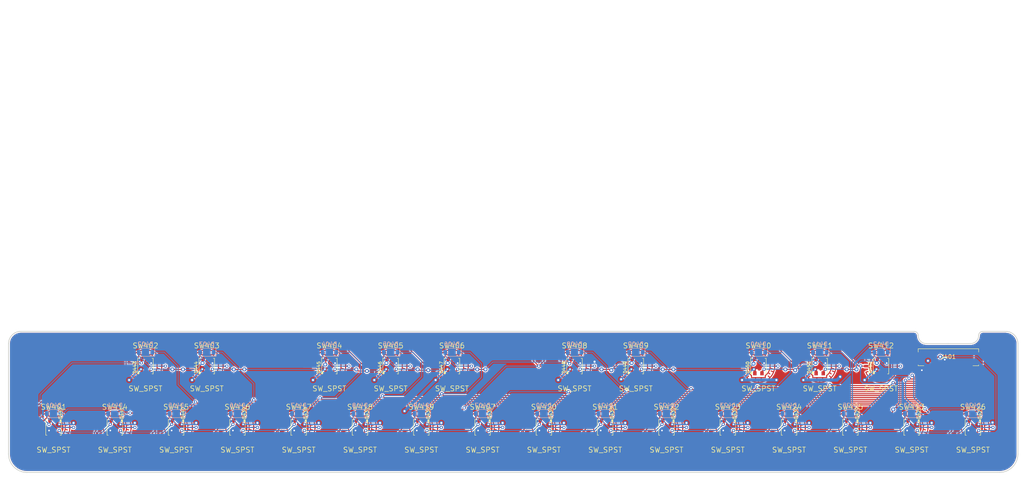
<source format=kicad_pcb>
(kicad_pcb (version 20171130) (host pcbnew "(5.0.0)")
  (layers (0 F.Cu signal) (31 B.Cu signal) (34 B.Paste user) (35 F.Paste user) (36 B.SilkS user) (37 F.SilkS user) (38 B.Mask user) (39 F.Mask user) (44 Edge.Cuts user))
  (net 0 "")
  (net 1 "Net-(D401-Pad2)")
  (net 2 COL1)
  (net 3 "Net-(D402-Pad2)")
  (net 4 COL2)
  (net 5 COL3)
  (net 6 "Net-(D403-Pad2)")
  (net 7 "Net-(D404-Pad2)")
  (net 8 COL4)
  (net 9 COL5)
  (net 10 "Net-(D405-Pad2)")
  (net 11 "Net-(D406-Pad2)")
  (net 12 COL6)
  (net 13 "Net-(D407-Pad2)")
  (net 14 COL7)
  (net 15 COL8)
  (net 16 "Net-(D408-Pad2)")
  (net 17 COL9)
  (net 18 "Net-(D409-Pad2)")
  (net 19 "Net-(D410-Pad2)")
  (net 20 COL10)
  (net 21 COL11)
  (net 22 "Net-(D411-Pad2)")
  (net 23 "Net-(D412-Pad2)")
  (net 24 COL12)
  (net 25 "Net-(D413-Pad2)")
  (net 26 COL13)
  (net 27 "Net-(D414-Pad2)")
  (net 28 "Net-(D415-Pad2)")
  (net 29 "Net-(D416-Pad2)")
  (net 30 "Net-(D417-Pad2)")
  (net 31 "Net-(D418-Pad2)")
  (net 32 "Net-(D419-Pad2)")
  (net 33 "Net-(D420-Pad2)")
  (net 34 "Net-(D421-Pad2)")
  (net 35 "Net-(D422-Pad2)")
  (net 36 "Net-(D423-Pad2)")
  (net 37 "Net-(D424-Pad2)")
  (net 38 "Net-(D425-Pad2)")
  (net 39 "Net-(D426-Pad2)")
  (net 40 5V)
  (net 41 "Net-(D427-Pad2)")
  (net 42 GND)
  (net 43 KBLED)
  (net 44 "Net-(D428-Pad2)")
  (net 45 "Net-(D429-Pad2)")
  (net 46 "Net-(D430-Pad2)")
  (net 47 "Net-(D431-Pad2)")
  (net 48 "Net-(D432-Pad2)")
  (net 49 "Net-(D433-Pad2)")
  (net 50 "Net-(D434-Pad2)")
  (net 51 "Net-(D435-Pad2)")
  (net 52 "Net-(D436-Pad2)")
  (net 53 "Net-(D437-Pad2)")
  (net 54 "Net-(D438-Pad2)")
  (net 55 "Net-(D439-Pad2)")
  (net 56 DOUT1)
  (net 57 "Net-(D441-Pad2)")
  (net 58 "Net-(D442-Pad2)")
  (net 59 "Net-(D443-Pad2)")
  (net 60 "Net-(D444-Pad2)")
  (net 61 "Net-(D445-Pad2)")
  (net 62 "Net-(D446-Pad2)")
  (net 63 "Net-(D447-Pad2)")
  (net 64 "Net-(D448-Pad2)")
  (net 65 "Net-(D449-Pad2)")
  (net 66 "Net-(D450-Pad2)")
  (net 67 "Net-(D451-Pad2)")
  (net 68 ROW4)
  (net 69 ROW5)
  (module LED_SMD:WS2812B_3535 (layer F.Cu) (at 117.5 121.3 90)
    (fp_text reference D446 (at -1.905 -2.159 90) (layer F.SilkS) (effects (font (size 0.77216 0.77216) (thickness 0.146304)) (justify left bottom)))
    (fp_text value WS2812B)
    (pad 4 smd rect (at 1.75 -0.875 180) (size 0.85 1) (layers F.Cu F.Paste F.Mask) (net 61 "Net-(D445-Pad2)"))
    (pad 3 smd rect (at 1.75 0.875 180) (size 0.85 1) (layers F.Cu F.Paste F.Mask) (net 42 GND))
    (pad 2 smd rect (at -1.75 0.875 180) (size 0.85 1) (layers F.Cu F.Paste F.Mask) (net 62 "Net-(D446-Pad2)"))
    (pad 1 smd rect (at -1.75 -0.875 180) (size 0.85 1) (layers F.Cu F.Paste F.Mask) (net 40 5V))
  )
  (module Diode_SMD:D_SOD-123 (layer B.Cu) (at 237.5 117.9 180)
    (fp_text reference D412 (at 0 2 180) (layer B.SilkS) (effects (justify mirror)))
    (fp_text value D_ALT)
    (pad 1 smd rect (at -1.65 0 180) (size 0.9 1.2) (layers B.Cu B.Paste B.Mask) (net 24 COL12))
    (pad 2 smd rect (at 1.65 0 180) (size 0.9 1.2) (layers B.Cu B.Paste B.Mask) (net 23 "Net-(D412-Pad2)"))
  )
  (module Diode_SMD:D_SOD-123 (layer B.Cu) (at 222.5 117.9 180)
    (fp_text reference D411 (at 0 2 180) (layer B.SilkS) (effects (justify mirror)))
    (fp_text value D_ALT)
    (pad 1 smd rect (at -1.65 0 180) (size 0.9 1.2) (layers B.Cu B.Paste B.Mask) (net 21 COL11))
    (pad 2 smd rect (at 1.65 0 180) (size 0.9 1.2) (layers B.Cu B.Paste B.Mask) (net 22 "Net-(D411-Pad2)"))
  )
  (module Diode_SMD:D_SOD-123 (layer B.Cu) (at 207.5 117.9 180)
    (fp_text reference D410 (at 0 2 180) (layer B.SilkS) (effects (justify mirror)))
    (fp_text value D_ALT)
    (pad 1 smd rect (at -1.65 0 180) (size 0.9 1.2) (layers B.Cu B.Paste B.Mask) (net 20 COL10))
    (pad 2 smd rect (at 1.65 0 180) (size 0.9 1.2) (layers B.Cu B.Paste B.Mask) (net 19 "Net-(D410-Pad2)"))
  )
  (module Diode_SMD:D_SOD-123 (layer B.Cu) (at 177.5 117.9 180)
    (fp_text reference D409 (at 0 2 180) (layer B.SilkS) (effects (justify mirror)))
    (fp_text value D_ALT)
    (pad 1 smd rect (at -1.65 0 180) (size 0.9 1.2) (layers B.Cu B.Paste B.Mask) (net 17 COL9))
    (pad 2 smd rect (at 1.65 0 180) (size 0.9 1.2) (layers B.Cu B.Paste B.Mask) (net 18 "Net-(D409-Pad2)"))
  )
  (module Diode_SMD:D_SOD-123 (layer B.Cu) (at 162.5 117.9 180)
    (fp_text reference D408 (at 0 2 180) (layer B.SilkS) (effects (justify mirror)))
    (fp_text value D_ALT)
    (pad 1 smd rect (at -1.65 0 180) (size 0.9 1.2) (layers B.Cu B.Paste B.Mask) (net 15 COL8))
    (pad 2 smd rect (at 1.65 0 180) (size 0.9 1.2) (layers B.Cu B.Paste B.Mask) (net 16 "Net-(D408-Pad2)"))
  )
  (module Diode_SMD:D_SOD-123 (layer B.Cu) (at 132.5 117.9 180)
    (fp_text reference D406 (at 0 2 180) (layer B.SilkS) (effects (justify mirror)))
    (fp_text value D_ALT)
    (pad 1 smd rect (at -1.65 0 180) (size 0.9 1.2) (layers B.Cu B.Paste B.Mask) (net 12 COL6))
    (pad 2 smd rect (at 1.65 0 180) (size 0.9 1.2) (layers B.Cu B.Paste B.Mask) (net 11 "Net-(D406-Pad2)"))
  )
  (module Diode_SMD:D_SOD-123 (layer B.Cu) (at 117.5 117.9 180)
    (fp_text reference D405 (at 0 2 180) (layer B.SilkS) (effects (justify mirror)))
    (fp_text value D_ALT)
    (pad 1 smd rect (at -1.65 0 180) (size 0.9 1.2) (layers B.Cu B.Paste B.Mask) (net 9 COL5))
    (pad 2 smd rect (at 1.65 0 180) (size 0.9 1.2) (layers B.Cu B.Paste B.Mask) (net 10 "Net-(D405-Pad2)"))
  )
  (module Diode_SMD:D_SOD-123 (layer B.Cu) (at 102.5 117.9 180)
    (fp_text reference D404 (at 0 2 180) (layer B.SilkS) (effects (justify mirror)))
    (fp_text value D_ALT)
    (pad 1 smd rect (at -1.65 0 180) (size 0.9 1.2) (layers B.Cu B.Paste B.Mask) (net 8 COL4))
    (pad 2 smd rect (at 1.65 0 180) (size 0.9 1.2) (layers B.Cu B.Paste B.Mask) (net 7 "Net-(D404-Pad2)"))
  )
  (module Diode_SMD:D_SOD-123 (layer B.Cu) (at 72.5 117.9 180)
    (fp_text reference D403 (at 0 2 180) (layer B.SilkS) (effects (justify mirror)))
    (fp_text value D_ALT)
    (pad 1 smd rect (at -1.65 0 180) (size 0.9 1.2) (layers B.Cu B.Paste B.Mask) (net 5 COL3))
    (pad 2 smd rect (at 1.65 0 180) (size 0.9 1.2) (layers B.Cu B.Paste B.Mask) (net 6 "Net-(D403-Pad2)"))
  )
  (module Diode_SMD:D_SOD-123 (layer B.Cu) (at 57.5 117.9 180)
    (fp_text reference D402 (at 0 2 180) (layer B.SilkS) (effects (justify mirror)))
    (fp_text value D_ALT)
    (pad 1 smd rect (at -1.65 0 180) (size 0.9 1.2) (layers B.Cu B.Paste B.Mask) (net 4 COL2))
    (pad 2 smd rect (at 1.65 0 180) (size 0.9 1.2) (layers B.Cu B.Paste B.Mask) (net 3 "Net-(D402-Pad2)"))
  )
  (module Diode_SMD:D_SOD-123 (layer B.Cu) (at 260 132.9 180)
    (fp_text reference D426 (at 0 2 180) (layer B.SilkS) (effects (justify mirror)))
    (fp_text value D_ALT)
    (pad 1 smd rect (at -1.65 0 180) (size 0.9 1.2) (layers B.Cu B.Paste B.Mask) (net 26 COL13))
    (pad 2 smd rect (at 1.65 0 180) (size 0.9 1.2) (layers B.Cu B.Paste B.Mask) (net 39 "Net-(D426-Pad2)"))
  )
  (module Diode_SMD:D_SOD-123 (layer B.Cu) (at 245 132.9 180)
    (fp_text reference D413 (at 0 2 180) (layer B.SilkS) (effects (justify mirror)))
    (fp_text value D_ALT)
    (pad 1 smd rect (at -1.65 0 180) (size 0.9 1.2) (layers B.Cu B.Paste B.Mask) (net 26 COL13))
    (pad 2 smd rect (at 1.65 0 180) (size 0.9 1.2) (layers B.Cu B.Paste B.Mask) (net 25 "Net-(D413-Pad2)"))
  )
  (module Diode_SMD:D_SOD-123 (layer B.Cu) (at 230 132.9 180)
    (fp_text reference D425 (at 0 2 180) (layer B.SilkS) (effects (justify mirror)))
    (fp_text value D_ALT)
    (pad 1 smd rect (at -1.65 0 180) (size 0.9 1.2) (layers B.Cu B.Paste B.Mask) (net 24 COL12))
    (pad 2 smd rect (at 1.65 0 180) (size 0.9 1.2) (layers B.Cu B.Paste B.Mask) (net 38 "Net-(D425-Pad2)"))
  )
  (module Diode_SMD:D_SOD-123 (layer B.Cu) (at 215 132.9 180)
    (fp_text reference D424 (at 0 2 180) (layer B.SilkS) (effects (justify mirror)))
    (fp_text value D_ALT)
    (pad 1 smd rect (at -1.65 0 180) (size 0.9 1.2) (layers B.Cu B.Paste B.Mask) (net 21 COL11))
    (pad 2 smd rect (at 1.65 0 180) (size 0.9 1.2) (layers B.Cu B.Paste B.Mask) (net 37 "Net-(D424-Pad2)"))
  )
  (module Diode_SMD:D_SOD-123 (layer B.Cu) (at 200 132.9 180)
    (fp_text reference D423 (at 0 2 180) (layer B.SilkS) (effects (justify mirror)))
    (fp_text value D_ALT)
    (pad 1 smd rect (at -1.65 0 180) (size 0.9 1.2) (layers B.Cu B.Paste B.Mask) (net 20 COL10))
    (pad 2 smd rect (at 1.65 0 180) (size 0.9 1.2) (layers B.Cu B.Paste B.Mask) (net 36 "Net-(D423-Pad2)"))
  )
  (module Diode_SMD:D_SOD-123 (layer B.Cu) (at 185 132.9 180)
    (fp_text reference D422 (at 0 2 180) (layer B.SilkS) (effects (justify mirror)))
    (fp_text value D_ALT)
    (pad 1 smd rect (at -1.65 0 180) (size 0.9 1.2) (layers B.Cu B.Paste B.Mask) (net 17 COL9))
    (pad 2 smd rect (at 1.65 0 180) (size 0.9 1.2) (layers B.Cu B.Paste B.Mask) (net 35 "Net-(D422-Pad2)"))
  )
  (module Diode_SMD:D_SOD-123 (layer B.Cu) (at 170 132.9 180)
    (fp_text reference D421 (at 0 2 180) (layer B.SilkS) (effects (justify mirror)))
    (fp_text value D_ALT)
    (pad 1 smd rect (at -1.65 0 180) (size 0.9 1.2) (layers B.Cu B.Paste B.Mask) (net 15 COL8))
    (pad 2 smd rect (at 1.65 0 180) (size 0.9 1.2) (layers B.Cu B.Paste B.Mask) (net 34 "Net-(D421-Pad2)"))
  )
  (module Diode_SMD:D_SOD-123 (layer B.Cu) (at 155 132.9 180)
    (fp_text reference D420 (at 0 2 180) (layer B.SilkS) (effects (justify mirror)))
    (fp_text value D_ALT)
    (pad 1 smd rect (at -1.65 0 180) (size 0.9 1.2) (layers B.Cu B.Paste B.Mask) (net 14 COL7))
    (pad 2 smd rect (at 1.65 0 180) (size 0.9 1.2) (layers B.Cu B.Paste B.Mask) (net 33 "Net-(D420-Pad2)"))
  )
  (module Diode_SMD:D_SOD-123 (layer B.Cu) (at 140 132.9 180)
    (fp_text reference D407 (at 0 2 180) (layer B.SilkS) (effects (justify mirror)))
    (fp_text value D_ALT)
    (pad 1 smd rect (at -1.65 0 180) (size 0.9 1.2) (layers B.Cu B.Paste B.Mask) (net 14 COL7))
    (pad 2 smd rect (at 1.65 0 180) (size 0.9 1.2) (layers B.Cu B.Paste B.Mask) (net 13 "Net-(D407-Pad2)"))
  )
  (module Diode_SMD:D_SOD-123 (layer B.Cu) (at 125 132.9 180)
    (fp_text reference D419 (at 0 2 180) (layer B.SilkS) (effects (justify mirror)))
    (fp_text value D_ALT)
    (pad 1 smd rect (at -1.65 0 180) (size 0.9 1.2) (layers B.Cu B.Paste B.Mask) (net 12 COL6))
    (pad 2 smd rect (at 1.65 0 180) (size 0.9 1.2) (layers B.Cu B.Paste B.Mask) (net 32 "Net-(D419-Pad2)"))
  )
  (module Diode_SMD:D_SOD-123 (layer B.Cu) (at 110 132.9 180)
    (fp_text reference D418 (at 0 2 180) (layer B.SilkS) (effects (justify mirror)))
    (fp_text value D_ALT)
    (pad 1 smd rect (at -1.65 0 180) (size 0.9 1.2) (layers B.Cu B.Paste B.Mask) (net 9 COL5))
    (pad 2 smd rect (at 1.65 0 180) (size 0.9 1.2) (layers B.Cu B.Paste B.Mask) (net 31 "Net-(D418-Pad2)"))
  )
  (module Diode_SMD:D_SOD-123 (layer B.Cu) (at 95 132.9 180)
    (fp_text reference D417 (at 0 2 180) (layer B.SilkS) (effects (justify mirror)))
    (fp_text value D_ALT)
    (pad 1 smd rect (at -1.65 0 180) (size 0.9 1.2) (layers B.Cu B.Paste B.Mask) (net 8 COL4))
    (pad 2 smd rect (at 1.65 0 180) (size 0.9 1.2) (layers B.Cu B.Paste B.Mask) (net 30 "Net-(D417-Pad2)"))
  )
  (module Diode_SMD:D_SOD-123 (layer B.Cu) (at 80 132.9 180)
    (fp_text reference D416 (at 0 2 180) (layer B.SilkS) (effects (justify mirror)))
    (fp_text value D_ALT)
    (pad 1 smd rect (at -1.65 0 180) (size 0.9 1.2) (layers B.Cu B.Paste B.Mask) (net 5 COL3))
    (pad 2 smd rect (at 1.65 0 180) (size 0.9 1.2) (layers B.Cu B.Paste B.Mask) (net 29 "Net-(D416-Pad2)"))
  )
  (module Diode_SMD:D_SOD-123 (layer B.Cu) (at 65 132.9 180)
    (fp_text reference D415 (at 0 2 180) (layer B.SilkS) (effects (justify mirror)))
    (fp_text value D_ALT)
    (pad 1 smd rect (at -1.65 0 180) (size 0.9 1.2) (layers B.Cu B.Paste B.Mask) (net 4 COL2))
    (pad 2 smd rect (at 1.65 0 180) (size 0.9 1.2) (layers B.Cu B.Paste B.Mask) (net 28 "Net-(D415-Pad2)"))
  )
  (module Diode_SMD:D_SOD-123 (layer B.Cu) (at 50 132.9 180)
    (fp_text reference D414 (at 0 2 180) (layer B.SilkS) (effects (justify mirror)))
    (fp_text value D_ALT)
    (pad 1 smd rect (at -1.65 0 180) (size 0.9 1.2) (layers B.Cu B.Paste B.Mask) (net 2 COL1))
    (pad 2 smd rect (at 1.65 0 180) (size 0.9 1.2) (layers B.Cu B.Paste B.Mask) (net 27 "Net-(D414-Pad2)"))
  )
  (module Diode_SMD:D_SOD-123 (layer B.Cu) (at 35 132.9 180)
    (fp_text reference D401 (at 0 2 180) (layer B.SilkS) (effects (justify mirror)))
    (fp_text value D_ALT)
    (pad 2 smd rect (at 1.65 0 180) (size 0.9 1.2) (layers B.Cu B.Paste B.Mask) (net 1 "Net-(D401-Pad2)"))
    (pad 1 smd rect (at -1.65 0 180) (size 0.9 1.2) (layers B.Cu B.Paste B.Mask) (net 2 COL1))
  )
  (module LED_SMD:WS2812B_3535 (layer F.Cu) (at 260 136.3 270)
    (fp_text reference D427 (at -1.905 -2.159 270) (layer F.SilkS) (effects (font (size 0.77216 0.77216) (thickness 0.146304)) (justify left bottom)))
    (fp_text value WS2812B)
    (pad 4 smd rect (at 1.75 -0.875) (size 0.85 1) (layers F.Cu F.Paste F.Mask) (net 43 KBLED))
    (pad 3 smd rect (at 1.75 0.875) (size 0.85 1) (layers F.Cu F.Paste F.Mask) (net 42 GND))
    (pad 2 smd rect (at -1.75 0.875) (size 0.85 1) (layers F.Cu F.Paste F.Mask) (net 41 "Net-(D427-Pad2)"))
    (pad 1 smd rect (at -1.75 -0.875) (size 0.85 1) (layers F.Cu F.Paste F.Mask) (net 40 5V))
  )
  (module LED_SMD:WS2812B_3535 (layer F.Cu) (at 245 136.3 270)
    (fp_text reference D428 (at -1.905 -2.159 270) (layer F.SilkS) (effects (font (size 0.77216 0.77216) (thickness 0.146304)) (justify left bottom)))
    (fp_text value WS2812B)
    (pad 4 smd rect (at 1.75 -0.875) (size 0.85 1) (layers F.Cu F.Paste F.Mask) (net 41 "Net-(D427-Pad2)"))
    (pad 3 smd rect (at 1.75 0.875) (size 0.85 1) (layers F.Cu F.Paste F.Mask) (net 42 GND))
    (pad 2 smd rect (at -1.75 0.875) (size 0.85 1) (layers F.Cu F.Paste F.Mask) (net 44 "Net-(D428-Pad2)"))
    (pad 1 smd rect (at -1.75 -0.875) (size 0.85 1) (layers F.Cu F.Paste F.Mask) (net 40 5V))
  )
  (module LED_SMD:WS2812B_3535 (layer F.Cu) (at 230 136.3 270)
    (fp_text reference D429 (at -1.905 -2.159 270) (layer F.SilkS) (effects (font (size 0.77216 0.77216) (thickness 0.146304)) (justify left bottom)))
    (fp_text value WS2812B)
    (pad 4 smd rect (at 1.75 -0.875) (size 0.85 1) (layers F.Cu F.Paste F.Mask) (net 44 "Net-(D428-Pad2)"))
    (pad 3 smd rect (at 1.75 0.875) (size 0.85 1) (layers F.Cu F.Paste F.Mask) (net 42 GND))
    (pad 2 smd rect (at -1.75 0.875) (size 0.85 1) (layers F.Cu F.Paste F.Mask) (net 45 "Net-(D429-Pad2)"))
    (pad 1 smd rect (at -1.75 -0.875) (size 0.85 1) (layers F.Cu F.Paste F.Mask) (net 40 5V))
  )
  (module LED_SMD:WS2812B_3535 (layer F.Cu) (at 215 136.3 270)
    (fp_text reference D430 (at -1.905 -2.159 270) (layer F.SilkS) (effects (font (size 0.77216 0.77216) (thickness 0.146304)) (justify left bottom)))
    (fp_text value WS2812B)
    (pad 1 smd rect (at -1.75 -0.875) (size 0.85 1) (layers F.Cu F.Paste F.Mask) (net 40 5V))
    (pad 2 smd rect (at -1.75 0.875) (size 0.85 1) (layers F.Cu F.Paste F.Mask) (net 46 "Net-(D430-Pad2)"))
    (pad 3 smd rect (at 1.75 0.875) (size 0.85 1) (layers F.Cu F.Paste F.Mask) (net 42 GND))
    (pad 4 smd rect (at 1.75 -0.875) (size 0.85 1) (layers F.Cu F.Paste F.Mask) (net 45 "Net-(D429-Pad2)"))
  )
  (module LED_SMD:WS2812B_3535 (layer F.Cu) (at 200 136.3 270)
    (fp_text reference D431 (at -1.905 -2.159 270) (layer F.SilkS) (effects (font (size 0.77216 0.77216) (thickness 0.146304)) (justify left bottom)))
    (fp_text value WS2812B)
    (pad 4 smd rect (at 1.75 -0.875) (size 0.85 1) (layers F.Cu F.Paste F.Mask) (net 46 "Net-(D430-Pad2)"))
    (pad 3 smd rect (at 1.75 0.875) (size 0.85 1) (layers F.Cu F.Paste F.Mask) (net 42 GND))
    (pad 2 smd rect (at -1.75 0.875) (size 0.85 1) (layers F.Cu F.Paste F.Mask) (net 47 "Net-(D431-Pad2)"))
    (pad 1 smd rect (at -1.75 -0.875) (size 0.85 1) (layers F.Cu F.Paste F.Mask) (net 40 5V))
  )
  (module LED_SMD:WS2812B_3535 (layer F.Cu) (at 185 136.3 270)
    (fp_text reference D432 (at -1.905 -2.159 270) (layer F.SilkS) (effects (font (size 0.77216 0.77216) (thickness 0.146304)) (justify left bottom)))
    (fp_text value WS2812B)
    (pad 1 smd rect (at -1.75 -0.875) (size 0.85 1) (layers F.Cu F.Paste F.Mask) (net 40 5V))
    (pad 2 smd rect (at -1.75 0.875) (size 0.85 1) (layers F.Cu F.Paste F.Mask) (net 48 "Net-(D432-Pad2)"))
    (pad 3 smd rect (at 1.75 0.875) (size 0.85 1) (layers F.Cu F.Paste F.Mask) (net 42 GND))
    (pad 4 smd rect (at 1.75 -0.875) (size 0.85 1) (layers F.Cu F.Paste F.Mask) (net 47 "Net-(D431-Pad2)"))
  )
  (module LED_SMD:WS2812B_3535 (layer F.Cu) (at 170 136.3 270)
    (fp_text reference D433 (at -1.905 -2.159 270) (layer F.SilkS) (effects (font (size 0.77216 0.77216) (thickness 0.146304)) (justify left bottom)))
    (fp_text value WS2812B)
    (pad 1 smd rect (at -1.75 -0.875) (size 0.85 1) (layers F.Cu F.Paste F.Mask) (net 40 5V))
    (pad 2 smd rect (at -1.75 0.875) (size 0.85 1) (layers F.Cu F.Paste F.Mask) (net 49 "Net-(D433-Pad2)"))
    (pad 3 smd rect (at 1.75 0.875) (size 0.85 1) (layers F.Cu F.Paste F.Mask) (net 42 GND))
    (pad 4 smd rect (at 1.75 -0.875) (size 0.85 1) (layers F.Cu F.Paste F.Mask) (net 48 "Net-(D432-Pad2)"))
  )
  (module LED_SMD:WS2812B_3535 (layer F.Cu) (at 155 136.3 270)
    (fp_text reference D434 (at -1.905 -2.159 270) (layer F.SilkS) (effects (font (size 0.77216 0.77216) (thickness 0.146304)) (justify left bottom)))
    (fp_text value WS2812B)
    (pad 4 smd rect (at 1.75 -0.875) (size 0.85 1) (layers F.Cu F.Paste F.Mask) (net 49 "Net-(D433-Pad2)"))
    (pad 3 smd rect (at 1.75 0.875) (size 0.85 1) (layers F.Cu F.Paste F.Mask) (net 42 GND))
    (pad 2 smd rect (at -1.75 0.875) (size 0.85 1) (layers F.Cu F.Paste F.Mask) (net 50 "Net-(D434-Pad2)"))
    (pad 1 smd rect (at -1.75 -0.875) (size 0.85 1) (layers F.Cu F.Paste F.Mask) (net 40 5V))
  )
  (module LED_SMD:WS2812B_3535 (layer F.Cu) (at 140 136.3 270)
    (fp_text reference D435 (at -1.905 -2.159 270) (layer F.SilkS) (effects (font (size 0.77216 0.77216) (thickness 0.146304)) (justify left bottom)))
    (fp_text value WS2812B)
    (pad 4 smd rect (at 1.75 -0.875) (size 0.85 1) (layers F.Cu F.Paste F.Mask) (net 50 "Net-(D434-Pad2)"))
    (pad 3 smd rect (at 1.75 0.875) (size 0.85 1) (layers F.Cu F.Paste F.Mask) (net 42 GND))
    (pad 2 smd rect (at -1.75 0.875) (size 0.85 1) (layers F.Cu F.Paste F.Mask) (net 51 "Net-(D435-Pad2)"))
    (pad 1 smd rect (at -1.75 -0.875) (size 0.85 1) (layers F.Cu F.Paste F.Mask) (net 40 5V))
  )
  (module LED_SMD:WS2812B_3535 (layer F.Cu) (at 125 136.3 270)
    (fp_text reference D436 (at -1.905 -2.159 270) (layer F.SilkS) (effects (font (size 0.77216 0.77216) (thickness 0.146304)) (justify left bottom)))
    (fp_text value WS2812B)
    (pad 1 smd rect (at -1.75 -0.875) (size 0.85 1) (layers F.Cu F.Paste F.Mask) (net 40 5V))
    (pad 2 smd rect (at -1.75 0.875) (size 0.85 1) (layers F.Cu F.Paste F.Mask) (net 52 "Net-(D436-Pad2)"))
    (pad 3 smd rect (at 1.75 0.875) (size 0.85 1) (layers F.Cu F.Paste F.Mask) (net 42 GND))
    (pad 4 smd rect (at 1.75 -0.875) (size 0.85 1) (layers F.Cu F.Paste F.Mask) (net 51 "Net-(D435-Pad2)"))
  )
  (module LED_SMD:WS2812B_3535 (layer F.Cu) (at 110 136.3 270)
    (fp_text reference D437 (at -1.905 -2.159 270) (layer F.SilkS) (effects (font (size 0.77216 0.77216) (thickness 0.146304)) (justify left bottom)))
    (fp_text value WS2812B)
    (pad 4 smd rect (at 1.75 -0.875) (size 0.85 1) (layers F.Cu F.Paste F.Mask) (net 52 "Net-(D436-Pad2)"))
    (pad 3 smd rect (at 1.75 0.875) (size 0.85 1) (layers F.Cu F.Paste F.Mask) (net 42 GND))
    (pad 2 smd rect (at -1.75 0.875) (size 0.85 1) (layers F.Cu F.Paste F.Mask) (net 53 "Net-(D437-Pad2)"))
    (pad 1 smd rect (at -1.75 -0.875) (size 0.85 1) (layers F.Cu F.Paste F.Mask) (net 40 5V))
  )
  (module LED_SMD:WS2812B_3535 (layer F.Cu) (at 95 136.3 270)
    (fp_text reference D438 (at -1.905 -2.159 270) (layer F.SilkS) (effects (font (size 0.77216 0.77216) (thickness 0.146304)) (justify left bottom)))
    (fp_text value WS2812B)
    (pad 1 smd rect (at -1.75 -0.875) (size 0.85 1) (layers F.Cu F.Paste F.Mask) (net 40 5V))
    (pad 2 smd rect (at -1.75 0.875) (size 0.85 1) (layers F.Cu F.Paste F.Mask) (net 54 "Net-(D438-Pad2)"))
    (pad 3 smd rect (at 1.75 0.875) (size 0.85 1) (layers F.Cu F.Paste F.Mask) (net 42 GND))
    (pad 4 smd rect (at 1.75 -0.875) (size 0.85 1) (layers F.Cu F.Paste F.Mask) (net 53 "Net-(D437-Pad2)"))
  )
  (module LED_SMD:WS2812B_3535 (layer F.Cu) (at 80 136.3 270)
    (fp_text reference D439 (at -1.905 -2.159 270) (layer F.SilkS) (effects (font (size 0.77216 0.77216) (thickness 0.146304)) (justify left bottom)))
    (fp_text value WS2812B)
    (pad 1 smd rect (at -1.75 -0.875) (size 0.85 1) (layers F.Cu F.Paste F.Mask) (net 40 5V))
    (pad 2 smd rect (at -1.75 0.875) (size 0.85 1) (layers F.Cu F.Paste F.Mask) (net 55 "Net-(D439-Pad2)"))
    (pad 3 smd rect (at 1.75 0.875) (size 0.85 1) (layers F.Cu F.Paste F.Mask) (net 42 GND))
    (pad 4 smd rect (at 1.75 -0.875) (size 0.85 1) (layers F.Cu F.Paste F.Mask) (net 54 "Net-(D438-Pad2)"))
  )
  (module LED_SMD:WS2812B_3535 (layer F.Cu) (at 65 136.3 270)
    (fp_text reference D440 (at -1.905 -2.159 270) (layer F.SilkS) (effects (font (size 0.77216 0.77216) (thickness 0.146304)) (justify left bottom)))
    (fp_text value WS2812B)
    (pad 1 smd rect (at -1.75 -0.875) (size 0.85 1) (layers F.Cu F.Paste F.Mask) (net 40 5V))
    (pad 2 smd rect (at -1.75 0.875) (size 0.85 1) (layers F.Cu F.Paste F.Mask) (net 56 DOUT1))
    (pad 3 smd rect (at 1.75 0.875) (size 0.85 1) (layers F.Cu F.Paste F.Mask) (net 42 GND))
    (pad 4 smd rect (at 1.75 -0.875) (size 0.85 1) (layers F.Cu F.Paste F.Mask) (net 55 "Net-(D439-Pad2)"))
  )
  (module LED_SMD:WS2812B_3535 (layer F.Cu) (at 50 136.3 270)
    (fp_text reference D441 (at -1.905 -2.159 270) (layer F.SilkS) (effects (font (size 0.77216 0.77216) (thickness 0.146304)) (justify left bottom)))
    (fp_text value WS2812B)
    (pad 4 smd rect (at 1.75 -0.875) (size 0.85 1) (layers F.Cu F.Paste F.Mask) (net 56 DOUT1))
    (pad 3 smd rect (at 1.75 0.875) (size 0.85 1) (layers F.Cu F.Paste F.Mask) (net 42 GND))
    (pad 2 smd rect (at -1.75 0.875) (size 0.85 1) (layers F.Cu F.Paste F.Mask) (net 57 "Net-(D441-Pad2)"))
    (pad 1 smd rect (at -1.75 -0.875) (size 0.85 1) (layers F.Cu F.Paste F.Mask) (net 40 5V))
  )
  (module LED_SMD:WS2812B_3535 (layer F.Cu) (at 35 136.3 270)
    (fp_text reference D442 (at -1.905 -2.159 270) (layer F.SilkS) (effects (font (size 0.77216 0.77216) (thickness 0.146304)) (justify left bottom)))
    (fp_text value WS2812B)
    (pad 1 smd rect (at -1.75 -0.875) (size 0.85 1) (layers F.Cu F.Paste F.Mask) (net 40 5V))
    (pad 2 smd rect (at -1.75 0.875) (size 0.85 1) (layers F.Cu F.Paste F.Mask) (net 58 "Net-(D442-Pad2)"))
    (pad 3 smd rect (at 1.75 0.875) (size 0.85 1) (layers F.Cu F.Paste F.Mask) (net 42 GND))
    (pad 4 smd rect (at 1.75 -0.875) (size 0.85 1) (layers F.Cu F.Paste F.Mask) (net 57 "Net-(D441-Pad2)"))
  )
  (module LED_SMD:WS2812B_3535 (layer F.Cu) (at 57.5 121.3 90)
    (fp_text reference D443 (at -1.905 -2.159 90) (layer F.SilkS) (effects (font (size 0.77216 0.77216) (thickness 0.146304)) (justify left bottom)))
    (fp_text value WS2812B)
    (pad 1 smd rect (at -1.75 -0.875 180) (size 0.85 1) (layers F.Cu F.Paste F.Mask) (net 40 5V))
    (pad 2 smd rect (at -1.75 0.875 180) (size 0.85 1) (layers F.Cu F.Paste F.Mask) (net 59 "Net-(D443-Pad2)"))
    (pad 3 smd rect (at 1.75 0.875 180) (size 0.85 1) (layers F.Cu F.Paste F.Mask) (net 42 GND))
    (pad 4 smd rect (at 1.75 -0.875 180) (size 0.85 1) (layers F.Cu F.Paste F.Mask) (net 58 "Net-(D442-Pad2)"))
  )
  (module LED_SMD:WS2812B_3535 (layer F.Cu) (at 72.5 121.3 90)
    (fp_text reference D444 (at -1.905 -2.159 90) (layer F.SilkS) (effects (font (size 0.77216 0.77216) (thickness 0.146304)) (justify left bottom)))
    (fp_text value WS2812B)
    (pad 4 smd rect (at 1.75 -0.875 180) (size 0.85 1) (layers F.Cu F.Paste F.Mask) (net 59 "Net-(D443-Pad2)"))
    (pad 3 smd rect (at 1.75 0.875 180) (size 0.85 1) (layers F.Cu F.Paste F.Mask) (net 42 GND))
    (pad 2 smd rect (at -1.75 0.875 180) (size 0.85 1) (layers F.Cu F.Paste F.Mask) (net 60 "Net-(D444-Pad2)"))
    (pad 1 smd rect (at -1.75 -0.875 180) (size 0.85 1) (layers F.Cu F.Paste F.Mask) (net 40 5V))
  )
  (module LED_SMD:WS2812B_3535 (layer F.Cu) (at 102.5 121.3 90)
    (fp_text reference D445 (at -1.905 -2.159 90) (layer F.SilkS) (effects (font (size 0.77216 0.77216) (thickness 0.146304)) (justify left bottom)))
    (fp_text value WS2812B)
    (pad 1 smd rect (at -1.75 -0.875 180) (size 0.85 1) (layers F.Cu F.Paste F.Mask) (net 40 5V))
    (pad 2 smd rect (at -1.75 0.875 180) (size 0.85 1) (layers F.Cu F.Paste F.Mask) (net 61 "Net-(D445-Pad2)"))
    (pad 3 smd rect (at 1.75 0.875 180) (size 0.85 1) (layers F.Cu F.Paste F.Mask) (net 42 GND))
    (pad 4 smd rect (at 1.75 -0.875 180) (size 0.85 1) (layers F.Cu F.Paste F.Mask) (net 60 "Net-(D444-Pad2)"))
  )
  (module LED_SMD:WS2812B_3535 (layer F.Cu) (at 132.5 121.3 90)
    (fp_text reference D447 (at -1.905 -2.159 90) (layer F.SilkS) (effects (font (size 0.77216 0.77216) (thickness 0.146304)) (justify left bottom)))
    (fp_text value WS2812B)
    (pad 4 smd rect (at 1.75 -0.875 180) (size 0.85 1) (layers F.Cu F.Paste F.Mask) (net 62 "Net-(D446-Pad2)"))
    (pad 3 smd rect (at 1.75 0.875 180) (size 0.85 1) (layers F.Cu F.Paste F.Mask) (net 42 GND))
    (pad 2 smd rect (at -1.75 0.875 180) (size 0.85 1) (layers F.Cu F.Paste F.Mask) (net 63 "Net-(D447-Pad2)"))
    (pad 1 smd rect (at -1.75 -0.875 180) (size 0.85 1) (layers F.Cu F.Paste F.Mask) (net 40 5V))
  )
  (module LED_SMD:WS2812B_3535 (layer F.Cu) (at 162.5 121.3 90)
    (fp_text reference D448 (at -1.905 -2.159 90) (layer F.SilkS) (effects (font (size 0.77216 0.77216) (thickness 0.146304)) (justify left bottom)))
    (fp_text value WS2812B)
    (pad 4 smd rect (at 1.75 -0.875 180) (size 0.85 1) (layers F.Cu F.Paste F.Mask) (net 63 "Net-(D447-Pad2)"))
    (pad 3 smd rect (at 1.75 0.875 180) (size 0.85 1) (layers F.Cu F.Paste F.Mask) (net 42 GND))
    (pad 2 smd rect (at -1.75 0.875 180) (size 0.85 1) (layers F.Cu F.Paste F.Mask) (net 64 "Net-(D448-Pad2)"))
    (pad 1 smd rect (at -1.75 -0.875 180) (size 0.85 1) (layers F.Cu F.Paste F.Mask) (net 40 5V))
  )
  (module LED_SMD:WS2812B_3535 (layer F.Cu) (at 177.5 121.3 90)
    (fp_text reference D449 (at -1.905 -2.159 90) (layer F.SilkS) (effects (font (size 0.77216 0.77216) (thickness 0.146304)) (justify left bottom)))
    (fp_text value WS2812B)
    (pad 1 smd rect (at -1.75 -0.875 180) (size 0.85 1) (layers F.Cu F.Paste F.Mask) (net 40 5V))
    (pad 2 smd rect (at -1.75 0.875 180) (size 0.85 1) (layers F.Cu F.Paste F.Mask) (net 65 "Net-(D449-Pad2)"))
    (pad 3 smd rect (at 1.75 0.875 180) (size 0.85 1) (layers F.Cu F.Paste F.Mask) (net 42 GND))
    (pad 4 smd rect (at 1.75 -0.875 180) (size 0.85 1) (layers F.Cu F.Paste F.Mask) (net 64 "Net-(D448-Pad2)"))
  )
  (module LED_SMD:WS2812B_3535 (layer F.Cu) (at 207.5 121.3 90)
    (fp_text reference D450 (at -1.905 -2.159 90) (layer F.SilkS) (effects (font (size 0.77216 0.77216) (thickness 0.146304)) (justify left bottom)))
    (fp_text value WS2812B)
    (pad 4 smd rect (at 1.75 -0.875 180) (size 0.85 1) (layers F.Cu F.Paste F.Mask) (net 65 "Net-(D449-Pad2)"))
    (pad 3 smd rect (at 1.75 0.875 180) (size 0.85 1) (layers F.Cu F.Paste F.Mask) (net 42 GND))
    (pad 2 smd rect (at -1.75 0.875 180) (size 0.85 1) (layers F.Cu F.Paste F.Mask) (net 66 "Net-(D450-Pad2)"))
    (pad 1 smd rect (at -1.75 -0.875 180) (size 0.85 1) (layers F.Cu F.Paste F.Mask) (net 40 5V))
  )
  (module LED_SMD:WS2812B_3535 (layer F.Cu) (at 222.5 121.3 90)
    (fp_text reference D451 (at -1.905 -2.159 90) (layer F.SilkS) (effects (font (size 0.77216 0.77216) (thickness 0.146304)) (justify left bottom)))
    (fp_text value WS2812B)
    (pad 1 smd rect (at -1.75 -0.875 180) (size 0.85 1) (layers F.Cu F.Paste F.Mask) (net 40 5V))
    (pad 2 smd rect (at -1.75 0.875 180) (size 0.85 1) (layers F.Cu F.Paste F.Mask) (net 67 "Net-(D451-Pad2)"))
    (pad 3 smd rect (at 1.75 0.875 180) (size 0.85 1) (layers F.Cu F.Paste F.Mask) (net 42 GND))
    (pad 4 smd rect (at 1.75 -0.875 180) (size 0.85 1) (layers F.Cu F.Paste F.Mask) (net 66 "Net-(D450-Pad2)"))
  )
  (module LED_SMD:WS2812B_3535 (layer F.Cu) (at 237.5 121.3 90)
    (fp_text reference D452 (at -1.905 -2.159 90) (layer F.SilkS) (effects (font (size 0.77216 0.77216) (thickness 0.146304)) (justify left bottom)))
    (fp_text value WS2812B)
    (pad 4 smd rect (at 1.75 -0.875 180) (size 0.85 1) (layers F.Cu F.Paste F.Mask) (net 67 "Net-(D451-Pad2)"))
    (pad 3 smd rect (at 1.75 0.875 180) (size 0.85 1) (layers F.Cu F.Paste F.Mask) (net 42 GND))
    (pad 2 smd rect (at -1.75 0.875 180) (size 0.85 1) (layers F.Cu F.Paste F.Mask))
    (pad 1 smd rect (at -1.75 -0.875 180) (size 0.85 1) (layers F.Cu F.Paste F.Mask) (net 40 5V))
  )
  (module Connector_FFC-FPC:JUSHUO_AFC07-S24FCC-00 (layer F.Cu) (at 254 119.4 180)
    (fp_text reference J401 (at 0 0.4 180) (layer F.SilkS))
    (fp_text value Conn_01x24)
    (pad MP smd rect (at 7.4 0 180) (size 2 3) (layers F.Cu F.Paste F.Mask))
    (pad MP smd rect (at -7.4 0 180) (size 2 3) (layers F.Cu F.Paste F.Mask))
    (pad 13 smd rect (at 0.25 -2.25 180) (size 0.3 1.3) (layers F.Cu F.Paste F.Mask) (net 26 COL13))
    (pad 14 smd rect (at 0.75 -2.25 180) (size 0.3 1.3) (layers F.Cu F.Paste F.Mask))
    (pad 15 smd rect (at 1.25 -2.25 180) (size 0.3 1.3) (layers F.Cu F.Paste F.Mask) (net 68 ROW4))
    (pad 16 smd rect (at 1.75 -2.25 180) (size 0.3 1.3) (layers F.Cu F.Paste F.Mask) (net 69 ROW5))
    (pad 17 smd rect (at 2.25 -2.25 180) (size 0.3 1.3) (layers F.Cu F.Paste F.Mask))
    (pad 18 smd rect (at 2.75 -2.25 180) (size 0.3 1.3) (layers F.Cu F.Paste F.Mask))
    (pad 19 smd rect (at 3.25 -2.25 180) (size 0.3 1.3) (layers F.Cu F.Paste F.Mask) (net 42 GND))
    (pad 20 smd rect (at 3.75 -2.25 180) (size 0.3 1.3) (layers F.Cu F.Paste F.Mask))
    (pad 21 smd rect (at 4.25 -2.25 180) (size 0.3 1.3) (layers F.Cu F.Paste F.Mask) (net 43 KBLED))
    (pad 22 smd rect (at 4.75 -2.25 180) (size 0.3 1.3) (layers F.Cu F.Paste F.Mask) (net 40 5V))
    (pad 23 smd rect (at 5.25 -2.25 180) (size 0.3 1.3) (layers F.Cu F.Paste F.Mask) (net 40 5V))
    (pad 24 smd rect (at 5.75 -2.25 180) (size 0.3 1.3) (layers F.Cu F.Paste F.Mask) (net 42 GND))
    (pad 1 smd rect (at -5.75 -2.25 180) (size 0.3 1.3) (layers F.Cu F.Paste F.Mask) (net 2 COL1))
    (pad 2 smd rect (at -5.25 -2.25 180) (size 0.3 1.3) (layers F.Cu F.Paste F.Mask) (net 4 COL2))
    (pad 3 smd rect (at -4.75 -2.25 180) (size 0.3 1.3) (layers F.Cu F.Paste F.Mask) (net 5 COL3))
    (pad 4 smd rect (at -4.25 -2.25 180) (size 0.3 1.3) (layers F.Cu F.Paste F.Mask) (net 8 COL4))
    (pad 5 smd rect (at -3.75 -2.25 180) (size 0.3 1.3) (layers F.Cu F.Paste F.Mask) (net 9 COL5))
    (pad 6 smd rect (at -3.25 -2.25 180) (size 0.3 1.3) (layers F.Cu F.Paste F.Mask) (net 12 COL6))
    (pad 7 smd rect (at -2.75 -2.25 180) (size 0.3 1.3) (layers F.Cu F.Paste F.Mask) (net 14 COL7))
    (pad 8 smd rect (at -2.25 -2.25 180) (size 0.3 1.3) (layers F.Cu F.Paste F.Mask) (net 15 COL8))
    (pad 9 smd rect (at -1.75 -2.25 180) (size 0.3 1.3) (layers F.Cu F.Paste F.Mask) (net 17 COL9))
    (pad 10 smd rect (at -1.25 -2.25 180) (size 0.3 1.3) (layers F.Cu F.Paste F.Mask) (net 20 COL10))
    (pad 11 smd rect (at -0.75 -2.25 180) (size 0.3 1.3) (layers F.Cu F.Paste F.Mask) (net 21 COL11))
    (pad 12 smd rect (at -0.25 -2.25 180) (size 0.3 1.3) (layers F.Cu F.Paste F.Mask) (net 24 COL12))
  )
  (module Button_Switch_SMD:SILICONE_BUTTON_10MM_4X4WIDE (layer F.Cu) (at 35 136.3)
    (fp_text reference SW401 (at 0 -5) (layer F.SilkS) (effects (font (size 1.27 1.27))))
    (fp_text value SW_SPST (at 0 5.5) (layer F.SilkS) (effects (font (size 1.27 1.27))))
    (fp_line (start 0.7 -2.8) (end 0.7 -3.4) (layer F.Cu) (width 0.254))
    (fp_line (start -0.6 -2.8) (end -0.6 -3.4) (layer F.Cu) (width 0.254))
    (fp_line (start 0.7 2.8) (end 0.7 3.4) (layer F.Cu) (width 0.254))
    (fp_line (start -0.7 2.8) (end -0.7 3.4) (layer F.Cu) (width 0.254))
    (fp_line (start 2.6 -2.9) (end 2.3 -2.6) (layer F.Cu) (width 0.254))
    (fp_line (start 2.4 -1.7) (end 2.8 -2) (layer F.Cu) (width 0.254))
    (fp_line (start -2.8 -2.8) (end -2.4 -2.5) (layer F.Cu) (width 0.254))
    (fp_line (start -2.4 -1.6) (end -2.9 -1.9) (layer F.Cu) (width 0.254))
    (fp_line (start -2.8 2.8) (end -2.4 2.4) (layer F.Cu) (width 0.254))
    (fp_line (start -2.4 1.6) (end -2.8 1.9) (layer F.Cu) (width 0.254))
    (fp_line (start 2.8 2.8) (end 2.4 2.4) (layer F.Cu) (width 0.254))
    (fp_line (start 2.4 1.6) (end 2.8 1.9) (layer F.Cu) (width 0.254))
    (fp_line (start 2.9 0.5) (end 3.4 0.6) (layer F.Cu) (width 0.254))
    (fp_line (start -0.6 -2.8) (end -1.7 -2.8) (layer F.Cu) (width 0.254))
    (fp_line (start 0.7 -2.8) (end -0.6 -2.8) (layer F.Cu) (width 0.254))
    (fp_line (start 1.7 -2.8) (end 0.7 -2.8) (layer F.Cu) (width 0.254))
    (fp_line (start 1.7 -2.3) (end 1.7 -2.8) (layer F.Cu) (width 0.254))
    (fp_line (start -1.7 -2.3) (end -1.7 -2.8) (layer F.Cu) (width 0.254))
    (fp_line (start -0.7 2.8) (end -1.7 2.8) (layer F.Cu) (width 0.254))
    (fp_line (start 0.7 2.8) (end -0.7 2.8) (layer F.Cu) (width 0.254))
    (fp_line (start 1.7 2.8) (end 0.7 2.8) (layer F.Cu) (width 0.254))
    (fp_line (start 1.7 2.3) (end 1.7 2.8) (layer F.Cu) (width 0.254))
    (fp_line (start -1.7 2.3) (end -1.7 2.8) (layer F.Cu) (width 0.254))
    (fp_arc (start 0 0) (end 1.7 2.3) (angle -107.1) (layer F.Cu) (width 0.254))
    (fp_arc (start 0 0) (end -1.7 -2.3) (angle -107.1) (layer F.Cu) (width 0.254))
    (fp_line (start -3.7 -1.5) (end -3.2 -1.3) (layer F.Cu) (width 0.254))
    (fp_arc (start 0 0) (end -3.7 1.5) (angle -315.9) (layer F.Cu) (width 0.254))
    (fp_line (start 3.6 -1.5) (end 3.1 -1.3) (layer F.Cu) (width 0.254))
    (fp_line (start 2.9 -0.5) (end 3.4 -0.6) (layer F.Cu) (width 0.254))
    (fp_line (start 3.7 1.4) (end 3.1 1.2) (layer F.Cu) (width 0.254))
    (fp_line (start 4 0) (end 3.4 0) (layer F.Cu) (width 0.254))
    (fp_line (start 1.5 3.7) (end 1.3 3.2) (layer F.Cu) (width 0.254))
    (fp_line (start 0 4) (end 0 3.4) (layer F.Cu) (width 0.254))
    (fp_line (start -1.5 3.7) (end -1.3 3.2) (layer F.Cu) (width 0.254))
    (fp_line (start -3.7 1.5) (end -3.2 1.3) (layer F.Cu) (width 0.254))
    (fp_line (start -1.4 -3.7) (end -1.2 -3.2) (layer F.Cu) (width 0.254))
    (fp_line (start 1.5 -3.7) (end 1.3 -3.2) (layer F.Cu) (width 0.254))
    (fp_line (start 0 -4) (end 0 -3.4) (layer F.Cu) (width 0.254))
    (pad 2 smd rect (at 4 0 90) (size 0.6096 0.3048) (layers F.Cu F.Mask) (net 1 "Net-(D401-Pad2)"))
    (pad 1 smd rect (at -3.4 0) (size 1.45 0.635) (layers F.Cu F.Mask) (net 68 ROW4))
  )
  (module Button_Switch_SMD:SILICONE_BUTTON_10MM_4X4WIDE (layer F.Cu) (at 50 136.3)
    (fp_text reference SW414 (at 0 -5) (layer F.SilkS) (effects (font (size 1.27 1.27))))
    (fp_text value SW_SPST (at 0 5.5) (layer F.SilkS) (effects (font (size 1.27 1.27))))
    (fp_line (start 0.7 -2.8) (end 0.7 -3.4) (layer F.Cu) (width 0.254))
    (fp_line (start -0.6 -2.8) (end -0.6 -3.4) (layer F.Cu) (width 0.254))
    (fp_line (start 0.7 2.8) (end 0.7 3.4) (layer F.Cu) (width 0.254))
    (fp_line (start -0.7 2.8) (end -0.7 3.4) (layer F.Cu) (width 0.254))
    (fp_line (start 2.6 -2.9) (end 2.3 -2.6) (layer F.Cu) (width 0.254))
    (fp_line (start 2.4 -1.7) (end 2.8 -2) (layer F.Cu) (width 0.254))
    (fp_line (start -2.8 -2.8) (end -2.4 -2.5) (layer F.Cu) (width 0.254))
    (fp_line (start -2.4 -1.6) (end -2.9 -1.9) (layer F.Cu) (width 0.254))
    (fp_line (start -2.8 2.8) (end -2.4 2.4) (layer F.Cu) (width 0.254))
    (fp_line (start -2.4 1.6) (end -2.8 1.9) (layer F.Cu) (width 0.254))
    (fp_line (start 2.8 2.8) (end 2.4 2.4) (layer F.Cu) (width 0.254))
    (fp_line (start 2.4 1.6) (end 2.8 1.9) (layer F.Cu) (width 0.254))
    (fp_line (start 2.9 0.5) (end 3.4 0.6) (layer F.Cu) (width 0.254))
    (fp_line (start -0.6 -2.8) (end -1.7 -2.8) (layer F.Cu) (width 0.254))
    (fp_line (start 0.7 -2.8) (end -0.6 -2.8) (layer F.Cu) (width 0.254))
    (fp_line (start 1.7 -2.8) (end 0.7 -2.8) (layer F.Cu) (width 0.254))
    (fp_line (start 1.7 -2.3) (end 1.7 -2.8) (layer F.Cu) (width 0.254))
    (fp_line (start -1.7 -2.3) (end -1.7 -2.8) (layer F.Cu) (width 0.254))
    (fp_line (start -0.7 2.8) (end -1.7 2.8) (layer F.Cu) (width 0.254))
    (fp_line (start 0.7 2.8) (end -0.7 2.8) (layer F.Cu) (width 0.254))
    (fp_line (start 1.7 2.8) (end 0.7 2.8) (layer F.Cu) (width 0.254))
    (fp_line (start 1.7 2.3) (end 1.7 2.8) (layer F.Cu) (width 0.254))
    (fp_line (start -1.7 2.3) (end -1.7 2.8) (layer F.Cu) (width 0.254))
    (fp_arc (start 0 0) (end 1.7 2.3) (angle -107.1) (layer F.Cu) (width 0.254))
    (fp_arc (start 0 0) (end -1.7 -2.3) (angle -107.1) (layer F.Cu) (width 0.254))
    (fp_line (start -3.7 -1.5) (end -3.2 -1.3) (layer F.Cu) (width 0.254))
    (fp_arc (start 0 0) (end -3.7 1.5) (angle -315.9) (layer F.Cu) (width 0.254))
    (fp_line (start 3.6 -1.5) (end 3.1 -1.3) (layer F.Cu) (width 0.254))
    (fp_line (start 2.9 -0.5) (end 3.4 -0.6) (layer F.Cu) (width 0.254))
    (fp_line (start 3.7 1.4) (end 3.1 1.2) (layer F.Cu) (width 0.254))
    (fp_line (start 4 0) (end 3.4 0) (layer F.Cu) (width 0.254))
    (fp_line (start 1.5 3.7) (end 1.3 3.2) (layer F.Cu) (width 0.254))
    (fp_line (start 0 4) (end 0 3.4) (layer F.Cu) (width 0.254))
    (fp_line (start -1.5 3.7) (end -1.3 3.2) (layer F.Cu) (width 0.254))
    (fp_line (start -3.7 1.5) (end -3.2 1.3) (layer F.Cu) (width 0.254))
    (fp_line (start -1.4 -3.7) (end -1.2 -3.2) (layer F.Cu) (width 0.254))
    (fp_line (start 1.5 -3.7) (end 1.3 -3.2) (layer F.Cu) (width 0.254))
    (fp_line (start 0 -4) (end 0 -3.4) (layer F.Cu) (width 0.254))
    (pad 2 smd rect (at 4 0 90) (size 0.6096 0.3048) (layers F.Cu F.Mask) (net 27 "Net-(D414-Pad2)"))
    (pad 1 smd rect (at -3.4 0) (size 1.45 0.635) (layers F.Cu F.Mask) (net 69 ROW5))
  )
  (module Button_Switch_SMD:SILICONE_BUTTON_10MM_4X4WIDE (layer F.Cu) (at 57.5 121.3)
    (fp_text reference SW402 (at 0 -5) (layer F.SilkS) (effects (font (size 1.27 1.27))))
    (fp_text value SW_SPST (at 0 5.5) (layer F.SilkS) (effects (font (size 1.27 1.27))))
    (fp_line (start 0.7 -2.8) (end 0.7 -3.4) (layer F.Cu) (width 0.254))
    (fp_line (start -0.6 -2.8) (end -0.6 -3.4) (layer F.Cu) (width 0.254))
    (fp_line (start 0.7 2.8) (end 0.7 3.4) (layer F.Cu) (width 0.254))
    (fp_line (start -0.7 2.8) (end -0.7 3.4) (layer F.Cu) (width 0.254))
    (fp_line (start 2.6 -2.9) (end 2.3 -2.6) (layer F.Cu) (width 0.254))
    (fp_line (start 2.4 -1.7) (end 2.8 -2) (layer F.Cu) (width 0.254))
    (fp_line (start -2.8 -2.8) (end -2.4 -2.5) (layer F.Cu) (width 0.254))
    (fp_line (start -2.4 -1.6) (end -2.9 -1.9) (layer F.Cu) (width 0.254))
    (fp_line (start -2.8 2.8) (end -2.4 2.4) (layer F.Cu) (width 0.254))
    (fp_line (start -2.4 1.6) (end -2.8 1.9) (layer F.Cu) (width 0.254))
    (fp_line (start 2.8 2.8) (end 2.4 2.4) (layer F.Cu) (width 0.254))
    (fp_line (start 2.4 1.6) (end 2.8 1.9) (layer F.Cu) (width 0.254))
    (fp_line (start 2.9 0.5) (end 3.4 0.6) (layer F.Cu) (width 0.254))
    (fp_line (start -0.6 -2.8) (end -1.7 -2.8) (layer F.Cu) (width 0.254))
    (fp_line (start 0.7 -2.8) (end -0.6 -2.8) (layer F.Cu) (width 0.254))
    (fp_line (start 1.7 -2.8) (end 0.7 -2.8) (layer F.Cu) (width 0.254))
    (fp_line (start 1.7 -2.3) (end 1.7 -2.8) (layer F.Cu) (width 0.254))
    (fp_line (start -1.7 -2.3) (end -1.7 -2.8) (layer F.Cu) (width 0.254))
    (fp_line (start -0.7 2.8) (end -1.7 2.8) (layer F.Cu) (width 0.254))
    (fp_line (start 0.7 2.8) (end -0.7 2.8) (layer F.Cu) (width 0.254))
    (fp_line (start 1.7 2.8) (end 0.7 2.8) (layer F.Cu) (width 0.254))
    (fp_line (start 1.7 2.3) (end 1.7 2.8) (layer F.Cu) (width 0.254))
    (fp_line (start -1.7 2.3) (end -1.7 2.8) (layer F.Cu) (width 0.254))
    (fp_arc (start 0 0) (end 1.7 2.3) (angle -107.1) (layer F.Cu) (width 0.254))
    (fp_arc (start 0 0) (end -1.7 -2.3) (angle -107.1) (layer F.Cu) (width 0.254))
    (fp_line (start -3.7 -1.5) (end -3.2 -1.3) (layer F.Cu) (width 0.254))
    (fp_arc (start 0 0) (end -3.7 1.5) (angle -315.9) (layer F.Cu) (width 0.254))
    (fp_line (start 3.6 -1.5) (end 3.1 -1.3) (layer F.Cu) (width 0.254))
    (fp_line (start 2.9 -0.5) (end 3.4 -0.6) (layer F.Cu) (width 0.254))
    (fp_line (start 3.7 1.4) (end 3.1 1.2) (layer F.Cu) (width 0.254))
    (fp_line (start 4 0) (end 3.4 0) (layer F.Cu) (width 0.254))
    (fp_line (start 1.5 3.7) (end 1.3 3.2) (layer F.Cu) (width 0.254))
    (fp_line (start 0 4) (end 0 3.4) (layer F.Cu) (width 0.254))
    (fp_line (start -1.5 3.7) (end -1.3 3.2) (layer F.Cu) (width 0.254))
    (fp_line (start -3.7 1.5) (end -3.2 1.3) (layer F.Cu) (width 0.254))
    (fp_line (start -1.4 -3.7) (end -1.2 -3.2) (layer F.Cu) (width 0.254))
    (fp_line (start 1.5 -3.7) (end 1.3 -3.2) (layer F.Cu) (width 0.254))
    (fp_line (start 0 -4) (end 0 -3.4) (layer F.Cu) (width 0.254))
    (pad 2 smd rect (at 4 0 90) (size 0.6096 0.3048) (layers F.Cu F.Mask) (net 3 "Net-(D402-Pad2)"))
    (pad 1 smd rect (at -3.4 0) (size 1.45 0.635) (layers F.Cu F.Mask) (net 68 ROW4))
  )
  (module Button_Switch_SMD:SILICONE_BUTTON_10MM_4X4WIDE (layer F.Cu) (at 65 136.3)
    (fp_text reference SW415 (at 0 -5) (layer F.SilkS) (effects (font (size 1.27 1.27))))
    (fp_text value SW_SPST (at 0 5.5) (layer F.SilkS) (effects (font (size 1.27 1.27))))
    (fp_line (start 0 -4) (end 0 -3.4) (layer F.Cu) (width 0.254))
    (fp_line (start 1.5 -3.7) (end 1.3 -3.2) (layer F.Cu) (width 0.254))
    (fp_line (start -1.4 -3.7) (end -1.2 -3.2) (layer F.Cu) (width 0.254))
    (fp_line (start -3.7 1.5) (end -3.2 1.3) (layer F.Cu) (width 0.254))
    (fp_line (start -1.5 3.7) (end -1.3 3.2) (layer F.Cu) (width 0.254))
    (fp_line (start 0 4) (end 0 3.4) (layer F.Cu) (width 0.254))
    (fp_line (start 1.5 3.7) (end 1.3 3.2) (layer F.Cu) (width 0.254))
    (fp_line (start 4 0) (end 3.4 0) (layer F.Cu) (width 0.254))
    (fp_line (start 3.7 1.4) (end 3.1 1.2) (layer F.Cu) (width 0.254))
    (fp_line (start 2.9 -0.5) (end 3.4 -0.6) (layer F.Cu) (width 0.254))
    (fp_line (start 3.6 -1.5) (end 3.1 -1.3) (layer F.Cu) (width 0.254))
    (fp_arc (start 0 0) (end -3.7 1.5) (angle -315.9) (layer F.Cu) (width 0.254))
    (fp_line (start -3.7 -1.5) (end -3.2 -1.3) (layer F.Cu) (width 0.254))
    (fp_arc (start 0 0) (end -1.7 -2.3) (angle -107.1) (layer F.Cu) (width 0.254))
    (fp_arc (start 0 0) (end 1.7 2.3) (angle -107.1) (layer F.Cu) (width 0.254))
    (fp_line (start -1.7 2.3) (end -1.7 2.8) (layer F.Cu) (width 0.254))
    (fp_line (start 1.7 2.3) (end 1.7 2.8) (layer F.Cu) (width 0.254))
    (fp_line (start 1.7 2.8) (end 0.7 2.8) (layer F.Cu) (width 0.254))
    (fp_line (start 0.7 2.8) (end -0.7 2.8) (layer F.Cu) (width 0.254))
    (fp_line (start -0.7 2.8) (end -1.7 2.8) (layer F.Cu) (width 0.254))
    (fp_line (start -1.7 -2.3) (end -1.7 -2.8) (layer F.Cu) (width 0.254))
    (fp_line (start 1.7 -2.3) (end 1.7 -2.8) (layer F.Cu) (width 0.254))
    (fp_line (start 1.7 -2.8) (end 0.7 -2.8) (layer F.Cu) (width 0.254))
    (fp_line (start 0.7 -2.8) (end -0.6 -2.8) (layer F.Cu) (width 0.254))
    (fp_line (start -0.6 -2.8) (end -1.7 -2.8) (layer F.Cu) (width 0.254))
    (fp_line (start 2.9 0.5) (end 3.4 0.6) (layer F.Cu) (width 0.254))
    (fp_line (start 2.4 1.6) (end 2.8 1.9) (layer F.Cu) (width 0.254))
    (fp_line (start 2.8 2.8) (end 2.4 2.4) (layer F.Cu) (width 0.254))
    (fp_line (start -2.4 1.6) (end -2.8 1.9) (layer F.Cu) (width 0.254))
    (fp_line (start -2.8 2.8) (end -2.4 2.4) (layer F.Cu) (width 0.254))
    (fp_line (start -2.4 -1.6) (end -2.9 -1.9) (layer F.Cu) (width 0.254))
    (fp_line (start -2.8 -2.8) (end -2.4 -2.5) (layer F.Cu) (width 0.254))
    (fp_line (start 2.4 -1.7) (end 2.8 -2) (layer F.Cu) (width 0.254))
    (fp_line (start 2.6 -2.9) (end 2.3 -2.6) (layer F.Cu) (width 0.254))
    (fp_line (start -0.7 2.8) (end -0.7 3.4) (layer F.Cu) (width 0.254))
    (fp_line (start 0.7 2.8) (end 0.7 3.4) (layer F.Cu) (width 0.254))
    (fp_line (start -0.6 -2.8) (end -0.6 -3.4) (layer F.Cu) (width 0.254))
    (fp_line (start 0.7 -2.8) (end 0.7 -3.4) (layer F.Cu) (width 0.254))
    (pad 1 smd rect (at -3.4 0) (size 1.45 0.635) (layers F.Cu F.Mask) (net 69 ROW5))
    (pad 2 smd rect (at 4 0 90) (size 0.6096 0.3048) (layers F.Cu F.Mask) (net 28 "Net-(D415-Pad2)"))
  )
  (module Button_Switch_SMD:SILICONE_BUTTON_10MM_4X4WIDE (layer F.Cu) (at 72.5 121.3)
    (fp_text reference SW403 (at 0 -5) (layer F.SilkS) (effects (font (size 1.27 1.27))))
    (fp_text value SW_SPST (at 0 5.5) (layer F.SilkS) (effects (font (size 1.27 1.27))))
    (fp_line (start 0.7 -2.8) (end 0.7 -3.4) (layer F.Cu) (width 0.254))
    (fp_line (start -0.6 -2.8) (end -0.6 -3.4) (layer F.Cu) (width 0.254))
    (fp_line (start 0.7 2.8) (end 0.7 3.4) (layer F.Cu) (width 0.254))
    (fp_line (start -0.7 2.8) (end -0.7 3.4) (layer F.Cu) (width 0.254))
    (fp_line (start 2.6 -2.9) (end 2.3 -2.6) (layer F.Cu) (width 0.254))
    (fp_line (start 2.4 -1.7) (end 2.8 -2) (layer F.Cu) (width 0.254))
    (fp_line (start -2.8 -2.8) (end -2.4 -2.5) (layer F.Cu) (width 0.254))
    (fp_line (start -2.4 -1.6) (end -2.9 -1.9) (layer F.Cu) (width 0.254))
    (fp_line (start -2.8 2.8) (end -2.4 2.4) (layer F.Cu) (width 0.254))
    (fp_line (start -2.4 1.6) (end -2.8 1.9) (layer F.Cu) (width 0.254))
    (fp_line (start 2.8 2.8) (end 2.4 2.4) (layer F.Cu) (width 0.254))
    (fp_line (start 2.4 1.6) (end 2.8 1.9) (layer F.Cu) (width 0.254))
    (fp_line (start 2.9 0.5) (end 3.4 0.6) (layer F.Cu) (width 0.254))
    (fp_line (start -0.6 -2.8) (end -1.7 -2.8) (layer F.Cu) (width 0.254))
    (fp_line (start 0.7 -2.8) (end -0.6 -2.8) (layer F.Cu) (width 0.254))
    (fp_line (start 1.7 -2.8) (end 0.7 -2.8) (layer F.Cu) (width 0.254))
    (fp_line (start 1.7 -2.3) (end 1.7 -2.8) (layer F.Cu) (width 0.254))
    (fp_line (start -1.7 -2.3) (end -1.7 -2.8) (layer F.Cu) (width 0.254))
    (fp_line (start -0.7 2.8) (end -1.7 2.8) (layer F.Cu) (width 0.254))
    (fp_line (start 0.7 2.8) (end -0.7 2.8) (layer F.Cu) (width 0.254))
    (fp_line (start 1.7 2.8) (end 0.7 2.8) (layer F.Cu) (width 0.254))
    (fp_line (start 1.7 2.3) (end 1.7 2.8) (layer F.Cu) (width 0.254))
    (fp_line (start -1.7 2.3) (end -1.7 2.8) (layer F.Cu) (width 0.254))
    (fp_arc (start 0 0) (end 1.7 2.3) (angle -107.1) (layer F.Cu) (width 0.254))
    (fp_arc (start 0 0) (end -1.7 -2.3) (angle -107.1) (layer F.Cu) (width 0.254))
    (fp_line (start -3.7 -1.5) (end -3.2 -1.3) (layer F.Cu) (width 0.254))
    (fp_arc (start 0 0) (end -3.7 1.5) (angle -315.9) (layer F.Cu) (width 0.254))
    (fp_line (start 3.6 -1.5) (end 3.1 -1.3) (layer F.Cu) (width 0.254))
    (fp_line (start 2.9 -0.5) (end 3.4 -0.6) (layer F.Cu) (width 0.254))
    (fp_line (start 3.7 1.4) (end 3.1 1.2) (layer F.Cu) (width 0.254))
    (fp_line (start 4 0) (end 3.4 0) (layer F.Cu) (width 0.254))
    (fp_line (start 1.5 3.7) (end 1.3 3.2) (layer F.Cu) (width 0.254))
    (fp_line (start 0 4) (end 0 3.4) (layer F.Cu) (width 0.254))
    (fp_line (start -1.5 3.7) (end -1.3 3.2) (layer F.Cu) (width 0.254))
    (fp_line (start -3.7 1.5) (end -3.2 1.3) (layer F.Cu) (width 0.254))
    (fp_line (start -1.4 -3.7) (end -1.2 -3.2) (layer F.Cu) (width 0.254))
    (fp_line (start 1.5 -3.7) (end 1.3 -3.2) (layer F.Cu) (width 0.254))
    (fp_line (start 0 -4) (end 0 -3.4) (layer F.Cu) (width 0.254))
    (pad 2 smd rect (at 4 0 90) (size 0.6096 0.3048) (layers F.Cu F.Mask) (net 6 "Net-(D403-Pad2)"))
    (pad 1 smd rect (at -3.4 0) (size 1.45 0.635) (layers F.Cu F.Mask) (net 68 ROW4))
  )
  (module Button_Switch_SMD:SILICONE_BUTTON_10MM_4X4WIDE (layer F.Cu) (at 80 136.3)
    (fp_text reference SW416 (at 0 -5) (layer F.SilkS) (effects (font (size 1.27 1.27))))
    (fp_text value SW_SPST (at 0 5.5) (layer F.SilkS) (effects (font (size 1.27 1.27))))
    (fp_line (start 0 -4) (end 0 -3.4) (layer F.Cu) (width 0.254))
    (fp_line (start 1.5 -3.7) (end 1.3 -3.2) (layer F.Cu) (width 0.254))
    (fp_line (start -1.4 -3.7) (end -1.2 -3.2) (layer F.Cu) (width 0.254))
    (fp_line (start -3.7 1.5) (end -3.2 1.3) (layer F.Cu) (width 0.254))
    (fp_line (start -1.5 3.7) (end -1.3 3.2) (layer F.Cu) (width 0.254))
    (fp_line (start 0 4) (end 0 3.4) (layer F.Cu) (width 0.254))
    (fp_line (start 1.5 3.7) (end 1.3 3.2) (layer F.Cu) (width 0.254))
    (fp_line (start 4 0) (end 3.4 0) (layer F.Cu) (width 0.254))
    (fp_line (start 3.7 1.4) (end 3.1 1.2) (layer F.Cu) (width 0.254))
    (fp_line (start 2.9 -0.5) (end 3.4 -0.6) (layer F.Cu) (width 0.254))
    (fp_line (start 3.6 -1.5) (end 3.1 -1.3) (layer F.Cu) (width 0.254))
    (fp_arc (start 0 0) (end -3.7 1.5) (angle -315.9) (layer F.Cu) (width 0.254))
    (fp_line (start -3.7 -1.5) (end -3.2 -1.3) (layer F.Cu) (width 0.254))
    (fp_arc (start 0 0) (end -1.7 -2.3) (angle -107.1) (layer F.Cu) (width 0.254))
    (fp_arc (start 0 0) (end 1.7 2.3) (angle -107.1) (layer F.Cu) (width 0.254))
    (fp_line (start -1.7 2.3) (end -1.7 2.8) (layer F.Cu) (width 0.254))
    (fp_line (start 1.7 2.3) (end 1.7 2.8) (layer F.Cu) (width 0.254))
    (fp_line (start 1.7 2.8) (end 0.7 2.8) (layer F.Cu) (width 0.254))
    (fp_line (start 0.7 2.8) (end -0.7 2.8) (layer F.Cu) (width 0.254))
    (fp_line (start -0.7 2.8) (end -1.7 2.8) (layer F.Cu) (width 0.254))
    (fp_line (start -1.7 -2.3) (end -1.7 -2.8) (layer F.Cu) (width 0.254))
    (fp_line (start 1.7 -2.3) (end 1.7 -2.8) (layer F.Cu) (width 0.254))
    (fp_line (start 1.7 -2.8) (end 0.7 -2.8) (layer F.Cu) (width 0.254))
    (fp_line (start 0.7 -2.8) (end -0.6 -2.8) (layer F.Cu) (width 0.254))
    (fp_line (start -0.6 -2.8) (end -1.7 -2.8) (layer F.Cu) (width 0.254))
    (fp_line (start 2.9 0.5) (end 3.4 0.6) (layer F.Cu) (width 0.254))
    (fp_line (start 2.4 1.6) (end 2.8 1.9) (layer F.Cu) (width 0.254))
    (fp_line (start 2.8 2.8) (end 2.4 2.4) (layer F.Cu) (width 0.254))
    (fp_line (start -2.4 1.6) (end -2.8 1.9) (layer F.Cu) (width 0.254))
    (fp_line (start -2.8 2.8) (end -2.4 2.4) (layer F.Cu) (width 0.254))
    (fp_line (start -2.4 -1.6) (end -2.9 -1.9) (layer F.Cu) (width 0.254))
    (fp_line (start -2.8 -2.8) (end -2.4 -2.5) (layer F.Cu) (width 0.254))
    (fp_line (start 2.4 -1.7) (end 2.8 -2) (layer F.Cu) (width 0.254))
    (fp_line (start 2.6 -2.9) (end 2.3 -2.6) (layer F.Cu) (width 0.254))
    (fp_line (start -0.7 2.8) (end -0.7 3.4) (layer F.Cu) (width 0.254))
    (fp_line (start 0.7 2.8) (end 0.7 3.4) (layer F.Cu) (width 0.254))
    (fp_line (start -0.6 -2.8) (end -0.6 -3.4) (layer F.Cu) (width 0.254))
    (fp_line (start 0.7 -2.8) (end 0.7 -3.4) (layer F.Cu) (width 0.254))
    (pad 1 smd rect (at -3.4 0) (size 1.45 0.635) (layers F.Cu F.Mask) (net 69 ROW5))
    (pad 2 smd rect (at 4 0 90) (size 0.6096 0.3048) (layers F.Cu F.Mask) (net 29 "Net-(D416-Pad2)"))
  )
  (module Button_Switch_SMD:SILICONE_BUTTON_10MM_4X4WIDE (layer F.Cu) (at 102.5 121.3)
    (fp_text reference SW404 (at 0 -5) (layer F.SilkS) (effects (font (size 1.27 1.27))))
    (fp_text value SW_SPST (at 0 5.5) (layer F.SilkS) (effects (font (size 1.27 1.27))))
    (fp_line (start 0.7 -2.8) (end 0.7 -3.4) (layer F.Cu) (width 0.254))
    (fp_line (start -0.6 -2.8) (end -0.6 -3.4) (layer F.Cu) (width 0.254))
    (fp_line (start 0.7 2.8) (end 0.7 3.4) (layer F.Cu) (width 0.254))
    (fp_line (start -0.7 2.8) (end -0.7 3.4) (layer F.Cu) (width 0.254))
    (fp_line (start 2.6 -2.9) (end 2.3 -2.6) (layer F.Cu) (width 0.254))
    (fp_line (start 2.4 -1.7) (end 2.8 -2) (layer F.Cu) (width 0.254))
    (fp_line (start -2.8 -2.8) (end -2.4 -2.5) (layer F.Cu) (width 0.254))
    (fp_line (start -2.4 -1.6) (end -2.9 -1.9) (layer F.Cu) (width 0.254))
    (fp_line (start -2.8 2.8) (end -2.4 2.4) (layer F.Cu) (width 0.254))
    (fp_line (start -2.4 1.6) (end -2.8 1.9) (layer F.Cu) (width 0.254))
    (fp_line (start 2.8 2.8) (end 2.4 2.4) (layer F.Cu) (width 0.254))
    (fp_line (start 2.4 1.6) (end 2.8 1.9) (layer F.Cu) (width 0.254))
    (fp_line (start 2.9 0.5) (end 3.4 0.6) (layer F.Cu) (width 0.254))
    (fp_line (start -0.6 -2.8) (end -1.7 -2.8) (layer F.Cu) (width 0.254))
    (fp_line (start 0.7 -2.8) (end -0.6 -2.8) (layer F.Cu) (width 0.254))
    (fp_line (start 1.7 -2.8) (end 0.7 -2.8) (layer F.Cu) (width 0.254))
    (fp_line (start 1.7 -2.3) (end 1.7 -2.8) (layer F.Cu) (width 0.254))
    (fp_line (start -1.7 -2.3) (end -1.7 -2.8) (layer F.Cu) (width 0.254))
    (fp_line (start -0.7 2.8) (end -1.7 2.8) (layer F.Cu) (width 0.254))
    (fp_line (start 0.7 2.8) (end -0.7 2.8) (layer F.Cu) (width 0.254))
    (fp_line (start 1.7 2.8) (end 0.7 2.8) (layer F.Cu) (width 0.254))
    (fp_line (start 1.7 2.3) (end 1.7 2.8) (layer F.Cu) (width 0.254))
    (fp_line (start -1.7 2.3) (end -1.7 2.8) (layer F.Cu) (width 0.254))
    (fp_arc (start 0 0) (end 1.7 2.3) (angle -107.1) (layer F.Cu) (width 0.254))
    (fp_arc (start 0 0) (end -1.7 -2.3) (angle -107.1) (layer F.Cu) (width 0.254))
    (fp_line (start -3.7 -1.5) (end -3.2 -1.3) (layer F.Cu) (width 0.254))
    (fp_arc (start 0 0) (end -3.7 1.5) (angle -315.9) (layer F.Cu) (width 0.254))
    (fp_line (start 3.6 -1.5) (end 3.1 -1.3) (layer F.Cu) (width 0.254))
    (fp_line (start 2.9 -0.5) (end 3.4 -0.6) (layer F.Cu) (width 0.254))
    (fp_line (start 3.7 1.4) (end 3.1 1.2) (layer F.Cu) (width 0.254))
    (fp_line (start 4 0) (end 3.4 0) (layer F.Cu) (width 0.254))
    (fp_line (start 1.5 3.7) (end 1.3 3.2) (layer F.Cu) (width 0.254))
    (fp_line (start 0 4) (end 0 3.4) (layer F.Cu) (width 0.254))
    (fp_line (start -1.5 3.7) (end -1.3 3.2) (layer F.Cu) (width 0.254))
    (fp_line (start -3.7 1.5) (end -3.2 1.3) (layer F.Cu) (width 0.254))
    (fp_line (start -1.4 -3.7) (end -1.2 -3.2) (layer F.Cu) (width 0.254))
    (fp_line (start 1.5 -3.7) (end 1.3 -3.2) (layer F.Cu) (width 0.254))
    (fp_line (start 0 -4) (end 0 -3.4) (layer F.Cu) (width 0.254))
    (pad 2 smd rect (at 4 0 90) (size 0.6096 0.3048) (layers F.Cu F.Mask) (net 7 "Net-(D404-Pad2)"))
    (pad 1 smd rect (at -3.4 0) (size 1.45 0.635) (layers F.Cu F.Mask) (net 68 ROW4))
  )
  (module Button_Switch_SMD:SILICONE_BUTTON_10MM_4X4WIDE (layer F.Cu) (at 95 136.3)
    (fp_text reference SW417 (at 0 -5) (layer F.SilkS) (effects (font (size 1.27 1.27))))
    (fp_text value SW_SPST (at 0 5.5) (layer F.SilkS) (effects (font (size 1.27 1.27))))
    (fp_line (start 0 -4) (end 0 -3.4) (layer F.Cu) (width 0.254))
    (fp_line (start 1.5 -3.7) (end 1.3 -3.2) (layer F.Cu) (width 0.254))
    (fp_line (start -1.4 -3.7) (end -1.2 -3.2) (layer F.Cu) (width 0.254))
    (fp_line (start -3.7 1.5) (end -3.2 1.3) (layer F.Cu) (width 0.254))
    (fp_line (start -1.5 3.7) (end -1.3 3.2) (layer F.Cu) (width 0.254))
    (fp_line (start 0 4) (end 0 3.4) (layer F.Cu) (width 0.254))
    (fp_line (start 1.5 3.7) (end 1.3 3.2) (layer F.Cu) (width 0.254))
    (fp_line (start 4 0) (end 3.4 0) (layer F.Cu) (width 0.254))
    (fp_line (start 3.7 1.4) (end 3.1 1.2) (layer F.Cu) (width 0.254))
    (fp_line (start 2.9 -0.5) (end 3.4 -0.6) (layer F.Cu) (width 0.254))
    (fp_line (start 3.6 -1.5) (end 3.1 -1.3) (layer F.Cu) (width 0.254))
    (fp_arc (start 0 0) (end -3.7 1.5) (angle -315.9) (layer F.Cu) (width 0.254))
    (fp_line (start -3.7 -1.5) (end -3.2 -1.3) (layer F.Cu) (width 0.254))
    (fp_arc (start 0 0) (end -1.7 -2.3) (angle -107.1) (layer F.Cu) (width 0.254))
    (fp_arc (start 0 0) (end 1.7 2.3) (angle -107.1) (layer F.Cu) (width 0.254))
    (fp_line (start -1.7 2.3) (end -1.7 2.8) (layer F.Cu) (width 0.254))
    (fp_line (start 1.7 2.3) (end 1.7 2.8) (layer F.Cu) (width 0.254))
    (fp_line (start 1.7 2.8) (end 0.7 2.8) (layer F.Cu) (width 0.254))
    (fp_line (start 0.7 2.8) (end -0.7 2.8) (layer F.Cu) (width 0.254))
    (fp_line (start -0.7 2.8) (end -1.7 2.8) (layer F.Cu) (width 0.254))
    (fp_line (start -1.7 -2.3) (end -1.7 -2.8) (layer F.Cu) (width 0.254))
    (fp_line (start 1.7 -2.3) (end 1.7 -2.8) (layer F.Cu) (width 0.254))
    (fp_line (start 1.7 -2.8) (end 0.7 -2.8) (layer F.Cu) (width 0.254))
    (fp_line (start 0.7 -2.8) (end -0.6 -2.8) (layer F.Cu) (width 0.254))
    (fp_line (start -0.6 -2.8) (end -1.7 -2.8) (layer F.Cu) (width 0.254))
    (fp_line (start 2.9 0.5) (end 3.4 0.6) (layer F.Cu) (width 0.254))
    (fp_line (start 2.4 1.6) (end 2.8 1.9) (layer F.Cu) (width 0.254))
    (fp_line (start 2.8 2.8) (end 2.4 2.4) (layer F.Cu) (width 0.254))
    (fp_line (start -2.4 1.6) (end -2.8 1.9) (layer F.Cu) (width 0.254))
    (fp_line (start -2.8 2.8) (end -2.4 2.4) (layer F.Cu) (width 0.254))
    (fp_line (start -2.4 -1.6) (end -2.9 -1.9) (layer F.Cu) (width 0.254))
    (fp_line (start -2.8 -2.8) (end -2.4 -2.5) (layer F.Cu) (width 0.254))
    (fp_line (start 2.4 -1.7) (end 2.8 -2) (layer F.Cu) (width 0.254))
    (fp_line (start 2.6 -2.9) (end 2.3 -2.6) (layer F.Cu) (width 0.254))
    (fp_line (start -0.7 2.8) (end -0.7 3.4) (layer F.Cu) (width 0.254))
    (fp_line (start 0.7 2.8) (end 0.7 3.4) (layer F.Cu) (width 0.254))
    (fp_line (start -0.6 -2.8) (end -0.6 -3.4) (layer F.Cu) (width 0.254))
    (fp_line (start 0.7 -2.8) (end 0.7 -3.4) (layer F.Cu) (width 0.254))
    (pad 1 smd rect (at -3.4 0) (size 1.45 0.635) (layers F.Cu F.Mask) (net 69 ROW5))
    (pad 2 smd rect (at 4 0 90) (size 0.6096 0.3048) (layers F.Cu F.Mask) (net 30 "Net-(D417-Pad2)"))
  )
  (module Button_Switch_SMD:SILICONE_BUTTON_10MM_4X4WIDE (layer F.Cu) (at 117.5 121.3)
    (fp_text reference SW405 (at 0 -5) (layer F.SilkS) (effects (font (size 1.27 1.27))))
    (fp_text value SW_SPST (at 0 5.5) (layer F.SilkS) (effects (font (size 1.27 1.27))))
    (fp_line (start 0.7 -2.8) (end 0.7 -3.4) (layer F.Cu) (width 0.254))
    (fp_line (start -0.6 -2.8) (end -0.6 -3.4) (layer F.Cu) (width 0.254))
    (fp_line (start 0.7 2.8) (end 0.7 3.4) (layer F.Cu) (width 0.254))
    (fp_line (start -0.7 2.8) (end -0.7 3.4) (layer F.Cu) (width 0.254))
    (fp_line (start 2.6 -2.9) (end 2.3 -2.6) (layer F.Cu) (width 0.254))
    (fp_line (start 2.4 -1.7) (end 2.8 -2) (layer F.Cu) (width 0.254))
    (fp_line (start -2.8 -2.8) (end -2.4 -2.5) (layer F.Cu) (width 0.254))
    (fp_line (start -2.4 -1.6) (end -2.9 -1.9) (layer F.Cu) (width 0.254))
    (fp_line (start -2.8 2.8) (end -2.4 2.4) (layer F.Cu) (width 0.254))
    (fp_line (start -2.4 1.6) (end -2.8 1.9) (layer F.Cu) (width 0.254))
    (fp_line (start 2.8 2.8) (end 2.4 2.4) (layer F.Cu) (width 0.254))
    (fp_line (start 2.4 1.6) (end 2.8 1.9) (layer F.Cu) (width 0.254))
    (fp_line (start 2.9 0.5) (end 3.4 0.6) (layer F.Cu) (width 0.254))
    (fp_line (start -0.6 -2.8) (end -1.7 -2.8) (layer F.Cu) (width 0.254))
    (fp_line (start 0.7 -2.8) (end -0.6 -2.8) (layer F.Cu) (width 0.254))
    (fp_line (start 1.7 -2.8) (end 0.7 -2.8) (layer F.Cu) (width 0.254))
    (fp_line (start 1.7 -2.3) (end 1.7 -2.8) (layer F.Cu) (width 0.254))
    (fp_line (start -1.7 -2.3) (end -1.7 -2.8) (layer F.Cu) (width 0.254))
    (fp_line (start -0.7 2.8) (end -1.7 2.8) (layer F.Cu) (width 0.254))
    (fp_line (start 0.7 2.8) (end -0.7 2.8) (layer F.Cu) (width 0.254))
    (fp_line (start 1.7 2.8) (end 0.7 2.8) (layer F.Cu) (width 0.254))
    (fp_line (start 1.7 2.3) (end 1.7 2.8) (layer F.Cu) (width 0.254))
    (fp_line (start -1.7 2.3) (end -1.7 2.8) (layer F.Cu) (width 0.254))
    (fp_arc (start 0 0) (end 1.7 2.3) (angle -107.1) (layer F.Cu) (width 0.254))
    (fp_arc (start 0 0) (end -1.7 -2.3) (angle -107.1) (layer F.Cu) (width 0.254))
    (fp_line (start -3.7 -1.5) (end -3.2 -1.3) (layer F.Cu) (width 0.254))
    (fp_arc (start 0 0) (end -3.7 1.5) (angle -315.9) (layer F.Cu) (width 0.254))
    (fp_line (start 3.6 -1.5) (end 3.1 -1.3) (layer F.Cu) (width 0.254))
    (fp_line (start 2.9 -0.5) (end 3.4 -0.6) (layer F.Cu) (width 0.254))
    (fp_line (start 3.7 1.4) (end 3.1 1.2) (layer F.Cu) (width 0.254))
    (fp_line (start 4 0) (end 3.4 0) (layer F.Cu) (width 0.254))
    (fp_line (start 1.5 3.7) (end 1.3 3.2) (layer F.Cu) (width 0.254))
    (fp_line (start 0 4) (end 0 3.4) (layer F.Cu) (width 0.254))
    (fp_line (start -1.5 3.7) (end -1.3 3.2) (layer F.Cu) (width 0.254))
    (fp_line (start -3.7 1.5) (end -3.2 1.3) (layer F.Cu) (width 0.254))
    (fp_line (start -1.4 -3.7) (end -1.2 -3.2) (layer F.Cu) (width 0.254))
    (fp_line (start 1.5 -3.7) (end 1.3 -3.2) (layer F.Cu) (width 0.254))
    (fp_line (start 0 -4) (end 0 -3.4) (layer F.Cu) (width 0.254))
    (pad 2 smd rect (at 4 0 90) (size 0.6096 0.3048) (layers F.Cu F.Mask) (net 10 "Net-(D405-Pad2)"))
    (pad 1 smd rect (at -3.4 0) (size 1.45 0.635) (layers F.Cu F.Mask) (net 68 ROW4))
  )
  (module Button_Switch_SMD:SILICONE_BUTTON_10MM_4X4WIDE (layer F.Cu) (at 110 136.3)
    (fp_text reference SW418 (at 0 -5) (layer F.SilkS) (effects (font (size 1.27 1.27))))
    (fp_text value SW_SPST (at 0 5.5) (layer F.SilkS) (effects (font (size 1.27 1.27))))
    (fp_line (start 0 -4) (end 0 -3.4) (layer F.Cu) (width 0.254))
    (fp_line (start 1.5 -3.7) (end 1.3 -3.2) (layer F.Cu) (width 0.254))
    (fp_line (start -1.4 -3.7) (end -1.2 -3.2) (layer F.Cu) (width 0.254))
    (fp_line (start -3.7 1.5) (end -3.2 1.3) (layer F.Cu) (width 0.254))
    (fp_line (start -1.5 3.7) (end -1.3 3.2) (layer F.Cu) (width 0.254))
    (fp_line (start 0 4) (end 0 3.4) (layer F.Cu) (width 0.254))
    (fp_line (start 1.5 3.7) (end 1.3 3.2) (layer F.Cu) (width 0.254))
    (fp_line (start 4 0) (end 3.4 0) (layer F.Cu) (width 0.254))
    (fp_line (start 3.7 1.4) (end 3.1 1.2) (layer F.Cu) (width 0.254))
    (fp_line (start 2.9 -0.5) (end 3.4 -0.6) (layer F.Cu) (width 0.254))
    (fp_line (start 3.6 -1.5) (end 3.1 -1.3) (layer F.Cu) (width 0.254))
    (fp_arc (start 0 0) (end -3.7 1.5) (angle -315.9) (layer F.Cu) (width 0.254))
    (fp_line (start -3.7 -1.5) (end -3.2 -1.3) (layer F.Cu) (width 0.254))
    (fp_arc (start 0 0) (end -1.7 -2.3) (angle -107.1) (layer F.Cu) (width 0.254))
    (fp_arc (start 0 0) (end 1.7 2.3) (angle -107.1) (layer F.Cu) (width 0.254))
    (fp_line (start -1.7 2.3) (end -1.7 2.8) (layer F.Cu) (width 0.254))
    (fp_line (start 1.7 2.3) (end 1.7 2.8) (layer F.Cu) (width 0.254))
    (fp_line (start 1.7 2.8) (end 0.7 2.8) (layer F.Cu) (width 0.254))
    (fp_line (start 0.7 2.8) (end -0.7 2.8) (layer F.Cu) (width 0.254))
    (fp_line (start -0.7 2.8) (end -1.7 2.8) (layer F.Cu) (width 0.254))
    (fp_line (start -1.7 -2.3) (end -1.7 -2.8) (layer F.Cu) (width 0.254))
    (fp_line (start 1.7 -2.3) (end 1.7 -2.8) (layer F.Cu) (width 0.254))
    (fp_line (start 1.7 -2.8) (end 0.7 -2.8) (layer F.Cu) (width 0.254))
    (fp_line (start 0.7 -2.8) (end -0.6 -2.8) (layer F.Cu) (width 0.254))
    (fp_line (start -0.6 -2.8) (end -1.7 -2.8) (layer F.Cu) (width 0.254))
    (fp_line (start 2.9 0.5) (end 3.4 0.6) (layer F.Cu) (width 0.254))
    (fp_line (start 2.4 1.6) (end 2.8 1.9) (layer F.Cu) (width 0.254))
    (fp_line (start 2.8 2.8) (end 2.4 2.4) (layer F.Cu) (width 0.254))
    (fp_line (start -2.4 1.6) (end -2.8 1.9) (layer F.Cu) (width 0.254))
    (fp_line (start -2.8 2.8) (end -2.4 2.4) (layer F.Cu) (width 0.254))
    (fp_line (start -2.4 -1.6) (end -2.9 -1.9) (layer F.Cu) (width 0.254))
    (fp_line (start -2.8 -2.8) (end -2.4 -2.5) (layer F.Cu) (width 0.254))
    (fp_line (start 2.4 -1.7) (end 2.8 -2) (layer F.Cu) (width 0.254))
    (fp_line (start 2.6 -2.9) (end 2.3 -2.6) (layer F.Cu) (width 0.254))
    (fp_line (start -0.7 2.8) (end -0.7 3.4) (layer F.Cu) (width 0.254))
    (fp_line (start 0.7 2.8) (end 0.7 3.4) (layer F.Cu) (width 0.254))
    (fp_line (start -0.6 -2.8) (end -0.6 -3.4) (layer F.Cu) (width 0.254))
    (fp_line (start 0.7 -2.8) (end 0.7 -3.4) (layer F.Cu) (width 0.254))
    (pad 1 smd rect (at -3.4 0) (size 1.45 0.635) (layers F.Cu F.Mask) (net 69 ROW5))
    (pad 2 smd rect (at 4 0 90) (size 0.6096 0.3048) (layers F.Cu F.Mask) (net 31 "Net-(D418-Pad2)"))
  )
  (module Button_Switch_SMD:SILICONE_BUTTON_10MM_4X4WIDE (layer F.Cu) (at 132.5 121.3)
    (fp_text reference SW406 (at 0 -5) (layer F.SilkS) (effects (font (size 1.27 1.27))))
    (fp_text value SW_SPST (at 0 5.5) (layer F.SilkS) (effects (font (size 1.27 1.27))))
    (fp_line (start 0.7 -2.8) (end 0.7 -3.4) (layer F.Cu) (width 0.254))
    (fp_line (start -0.6 -2.8) (end -0.6 -3.4) (layer F.Cu) (width 0.254))
    (fp_line (start 0.7 2.8) (end 0.7 3.4) (layer F.Cu) (width 0.254))
    (fp_line (start -0.7 2.8) (end -0.7 3.4) (layer F.Cu) (width 0.254))
    (fp_line (start 2.6 -2.9) (end 2.3 -2.6) (layer F.Cu) (width 0.254))
    (fp_line (start 2.4 -1.7) (end 2.8 -2) (layer F.Cu) (width 0.254))
    (fp_line (start -2.8 -2.8) (end -2.4 -2.5) (layer F.Cu) (width 0.254))
    (fp_line (start -2.4 -1.6) (end -2.9 -1.9) (layer F.Cu) (width 0.254))
    (fp_line (start -2.8 2.8) (end -2.4 2.4) (layer F.Cu) (width 0.254))
    (fp_line (start -2.4 1.6) (end -2.8 1.9) (layer F.Cu) (width 0.254))
    (fp_line (start 2.8 2.8) (end 2.4 2.4) (layer F.Cu) (width 0.254))
    (fp_line (start 2.4 1.6) (end 2.8 1.9) (layer F.Cu) (width 0.254))
    (fp_line (start 2.9 0.5) (end 3.4 0.6) (layer F.Cu) (width 0.254))
    (fp_line (start -0.6 -2.8) (end -1.7 -2.8) (layer F.Cu) (width 0.254))
    (fp_line (start 0.7 -2.8) (end -0.6 -2.8) (layer F.Cu) (width 0.254))
    (fp_line (start 1.7 -2.8) (end 0.7 -2.8) (layer F.Cu) (width 0.254))
    (fp_line (start 1.7 -2.3) (end 1.7 -2.8) (layer F.Cu) (width 0.254))
    (fp_line (start -1.7 -2.3) (end -1.7 -2.8) (layer F.Cu) (width 0.254))
    (fp_line (start -0.7 2.8) (end -1.7 2.8) (layer F.Cu) (width 0.254))
    (fp_line (start 0.7 2.8) (end -0.7 2.8) (layer F.Cu) (width 0.254))
    (fp_line (start 1.7 2.8) (end 0.7 2.8) (layer F.Cu) (width 0.254))
    (fp_line (start 1.7 2.3) (end 1.7 2.8) (layer F.Cu) (width 0.254))
    (fp_line (start -1.7 2.3) (end -1.7 2.8) (layer F.Cu) (width 0.254))
    (fp_arc (start 0 0) (end 1.7 2.3) (angle -107.1) (layer F.Cu) (width 0.254))
    (fp_arc (start 0 0) (end -1.7 -2.3) (angle -107.1) (layer F.Cu) (width 0.254))
    (fp_line (start -3.7 -1.5) (end -3.2 -1.3) (layer F.Cu) (width 0.254))
    (fp_arc (start 0 0) (end -3.7 1.5) (angle -315.9) (layer F.Cu) (width 0.254))
    (fp_line (start 3.6 -1.5) (end 3.1 -1.3) (layer F.Cu) (width 0.254))
    (fp_line (start 2.9 -0.5) (end 3.4 -0.6) (layer F.Cu) (width 0.254))
    (fp_line (start 3.7 1.4) (end 3.1 1.2) (layer F.Cu) (width 0.254))
    (fp_line (start 4 0) (end 3.4 0) (layer F.Cu) (width 0.254))
    (fp_line (start 1.5 3.7) (end 1.3 3.2) (layer F.Cu) (width 0.254))
    (fp_line (start 0 4) (end 0 3.4) (layer F.Cu) (width 0.254))
    (fp_line (start -1.5 3.7) (end -1.3 3.2) (layer F.Cu) (width 0.254))
    (fp_line (start -3.7 1.5) (end -3.2 1.3) (layer F.Cu) (width 0.254))
    (fp_line (start -1.4 -3.7) (end -1.2 -3.2) (layer F.Cu) (width 0.254))
    (fp_line (start 1.5 -3.7) (end 1.3 -3.2) (layer F.Cu) (width 0.254))
    (fp_line (start 0 -4) (end 0 -3.4) (layer F.Cu) (width 0.254))
    (pad 2 smd rect (at 4 0 90) (size 0.6096 0.3048) (layers F.Cu F.Mask) (net 11 "Net-(D406-Pad2)"))
    (pad 1 smd rect (at -3.4 0) (size 1.45 0.635) (layers F.Cu F.Mask) (net 68 ROW4))
  )
  (module Button_Switch_SMD:SILICONE_BUTTON_10MM_4X4WIDE (layer F.Cu) (at 125 136.3)
    (fp_text reference SW419 (at 0 -5) (layer F.SilkS) (effects (font (size 1.27 1.27))))
    (fp_text value SW_SPST (at 0 5.5) (layer F.SilkS) (effects (font (size 1.27 1.27))))
    (fp_line (start 0 -4) (end 0 -3.4) (layer F.Cu) (width 0.254))
    (fp_line (start 1.5 -3.7) (end 1.3 -3.2) (layer F.Cu) (width 0.254))
    (fp_line (start -1.4 -3.7) (end -1.2 -3.2) (layer F.Cu) (width 0.254))
    (fp_line (start -3.7 1.5) (end -3.2 1.3) (layer F.Cu) (width 0.254))
    (fp_line (start -1.5 3.7) (end -1.3 3.2) (layer F.Cu) (width 0.254))
    (fp_line (start 0 4) (end 0 3.4) (layer F.Cu) (width 0.254))
    (fp_line (start 1.5 3.7) (end 1.3 3.2) (layer F.Cu) (width 0.254))
    (fp_line (start 4 0) (end 3.4 0) (layer F.Cu) (width 0.254))
    (fp_line (start 3.7 1.4) (end 3.1 1.2) (layer F.Cu) (width 0.254))
    (fp_line (start 2.9 -0.5) (end 3.4 -0.6) (layer F.Cu) (width 0.254))
    (fp_line (start 3.6 -1.5) (end 3.1 -1.3) (layer F.Cu) (width 0.254))
    (fp_arc (start 0 0) (end -3.7 1.5) (angle -315.9) (layer F.Cu) (width 0.254))
    (fp_line (start -3.7 -1.5) (end -3.2 -1.3) (layer F.Cu) (width 0.254))
    (fp_arc (start 0 0) (end -1.7 -2.3) (angle -107.1) (layer F.Cu) (width 0.254))
    (fp_arc (start 0 0) (end 1.7 2.3) (angle -107.1) (layer F.Cu) (width 0.254))
    (fp_line (start -1.7 2.3) (end -1.7 2.8) (layer F.Cu) (width 0.254))
    (fp_line (start 1.7 2.3) (end 1.7 2.8) (layer F.Cu) (width 0.254))
    (fp_line (start 1.7 2.8) (end 0.7 2.8) (layer F.Cu) (width 0.254))
    (fp_line (start 0.7 2.8) (end -0.7 2.8) (layer F.Cu) (width 0.254))
    (fp_line (start -0.7 2.8) (end -1.7 2.8) (layer F.Cu) (width 0.254))
    (fp_line (start -1.7 -2.3) (end -1.7 -2.8) (layer F.Cu) (width 0.254))
    (fp_line (start 1.7 -2.3) (end 1.7 -2.8) (layer F.Cu) (width 0.254))
    (fp_line (start 1.7 -2.8) (end 0.7 -2.8) (layer F.Cu) (width 0.254))
    (fp_line (start 0.7 -2.8) (end -0.6 -2.8) (layer F.Cu) (width 0.254))
    (fp_line (start -0.6 -2.8) (end -1.7 -2.8) (layer F.Cu) (width 0.254))
    (fp_line (start 2.9 0.5) (end 3.4 0.6) (layer F.Cu) (width 0.254))
    (fp_line (start 2.4 1.6) (end 2.8 1.9) (layer F.Cu) (width 0.254))
    (fp_line (start 2.8 2.8) (end 2.4 2.4) (layer F.Cu) (width 0.254))
    (fp_line (start -2.4 1.6) (end -2.8 1.9) (layer F.Cu) (width 0.254))
    (fp_line (start -2.8 2.8) (end -2.4 2.4) (layer F.Cu) (width 0.254))
    (fp_line (start -2.4 -1.6) (end -2.9 -1.9) (layer F.Cu) (width 0.254))
    (fp_line (start -2.8 -2.8) (end -2.4 -2.5) (layer F.Cu) (width 0.254))
    (fp_line (start 2.4 -1.7) (end 2.8 -2) (layer F.Cu) (width 0.254))
    (fp_line (start 2.6 -2.9) (end 2.3 -2.6) (layer F.Cu) (width 0.254))
    (fp_line (start -0.7 2.8) (end -0.7 3.4) (layer F.Cu) (width 0.254))
    (fp_line (start 0.7 2.8) (end 0.7 3.4) (layer F.Cu) (width 0.254))
    (fp_line (start -0.6 -2.8) (end -0.6 -3.4) (layer F.Cu) (width 0.254))
    (fp_line (start 0.7 -2.8) (end 0.7 -3.4) (layer F.Cu) (width 0.254))
    (pad 1 smd rect (at -3.4 0) (size 1.45 0.635) (layers F.Cu F.Mask) (net 69 ROW5))
    (pad 2 smd rect (at 4 0 90) (size 0.6096 0.3048) (layers F.Cu F.Mask) (net 32 "Net-(D419-Pad2)"))
  )
  (module Button_Switch_SMD:SILICONE_BUTTON_10MM_4X4WIDE (layer F.Cu) (at 140 136.3)
    (fp_text reference SW407 (at 0 -5) (layer F.SilkS) (effects (font (size 1.27 1.27))))
    (fp_text value SW_SPST (at 0 5.5) (layer F.SilkS) (effects (font (size 1.27 1.27))))
    (fp_line (start 0 -4) (end 0 -3.4) (layer F.Cu) (width 0.254))
    (fp_line (start 1.5 -3.7) (end 1.3 -3.2) (layer F.Cu) (width 0.254))
    (fp_line (start -1.4 -3.7) (end -1.2 -3.2) (layer F.Cu) (width 0.254))
    (fp_line (start -3.7 1.5) (end -3.2 1.3) (layer F.Cu) (width 0.254))
    (fp_line (start -1.5 3.7) (end -1.3 3.2) (layer F.Cu) (width 0.254))
    (fp_line (start 0 4) (end 0 3.4) (layer F.Cu) (width 0.254))
    (fp_line (start 1.5 3.7) (end 1.3 3.2) (layer F.Cu) (width 0.254))
    (fp_line (start 4 0) (end 3.4 0) (layer F.Cu) (width 0.254))
    (fp_line (start 3.7 1.4) (end 3.1 1.2) (layer F.Cu) (width 0.254))
    (fp_line (start 2.9 -0.5) (end 3.4 -0.6) (layer F.Cu) (width 0.254))
    (fp_line (start 3.6 -1.5) (end 3.1 -1.3) (layer F.Cu) (width 0.254))
    (fp_arc (start 0 0) (end -3.7 1.5) (angle -315.9) (layer F.Cu) (width 0.254))
    (fp_line (start -3.7 -1.5) (end -3.2 -1.3) (layer F.Cu) (width 0.254))
    (fp_arc (start 0 0) (end -1.7 -2.3) (angle -107.1) (layer F.Cu) (width 0.254))
    (fp_arc (start 0 0) (end 1.7 2.3) (angle -107.1) (layer F.Cu) (width 0.254))
    (fp_line (start -1.7 2.3) (end -1.7 2.8) (layer F.Cu) (width 0.254))
    (fp_line (start 1.7 2.3) (end 1.7 2.8) (layer F.Cu) (width 0.254))
    (fp_line (start 1.7 2.8) (end 0.7 2.8) (layer F.Cu) (width 0.254))
    (fp_line (start 0.7 2.8) (end -0.7 2.8) (layer F.Cu) (width 0.254))
    (fp_line (start -0.7 2.8) (end -1.7 2.8) (layer F.Cu) (width 0.254))
    (fp_line (start -1.7 -2.3) (end -1.7 -2.8) (layer F.Cu) (width 0.254))
    (fp_line (start 1.7 -2.3) (end 1.7 -2.8) (layer F.Cu) (width 0.254))
    (fp_line (start 1.7 -2.8) (end 0.7 -2.8) (layer F.Cu) (width 0.254))
    (fp_line (start 0.7 -2.8) (end -0.6 -2.8) (layer F.Cu) (width 0.254))
    (fp_line (start -0.6 -2.8) (end -1.7 -2.8) (layer F.Cu) (width 0.254))
    (fp_line (start 2.9 0.5) (end 3.4 0.6) (layer F.Cu) (width 0.254))
    (fp_line (start 2.4 1.6) (end 2.8 1.9) (layer F.Cu) (width 0.254))
    (fp_line (start 2.8 2.8) (end 2.4 2.4) (layer F.Cu) (width 0.254))
    (fp_line (start -2.4 1.6) (end -2.8 1.9) (layer F.Cu) (width 0.254))
    (fp_line (start -2.8 2.8) (end -2.4 2.4) (layer F.Cu) (width 0.254))
    (fp_line (start -2.4 -1.6) (end -2.9 -1.9) (layer F.Cu) (width 0.254))
    (fp_line (start -2.8 -2.8) (end -2.4 -2.5) (layer F.Cu) (width 0.254))
    (fp_line (start 2.4 -1.7) (end 2.8 -2) (layer F.Cu) (width 0.254))
    (fp_line (start 2.6 -2.9) (end 2.3 -2.6) (layer F.Cu) (width 0.254))
    (fp_line (start -0.7 2.8) (end -0.7 3.4) (layer F.Cu) (width 0.254))
    (fp_line (start 0.7 2.8) (end 0.7 3.4) (layer F.Cu) (width 0.254))
    (fp_line (start -0.6 -2.8) (end -0.6 -3.4) (layer F.Cu) (width 0.254))
    (fp_line (start 0.7 -2.8) (end 0.7 -3.4) (layer F.Cu) (width 0.254))
    (pad 1 smd rect (at -3.4 0) (size 1.45 0.635) (layers F.Cu F.Mask) (net 68 ROW4))
    (pad 2 smd rect (at 4 0 90) (size 0.6096 0.3048) (layers F.Cu F.Mask) (net 13 "Net-(D407-Pad2)"))
  )
  (module Button_Switch_SMD:SILICONE_BUTTON_10MM_4X4WIDE (layer F.Cu) (at 155 136.3)
    (fp_text reference SW420 (at 0 -5) (layer F.SilkS) (effects (font (size 1.27 1.27))))
    (fp_text value SW_SPST (at 0 5.5) (layer F.SilkS) (effects (font (size 1.27 1.27))))
    (fp_line (start 0.7 -2.8) (end 0.7 -3.4) (layer F.Cu) (width 0.254))
    (fp_line (start -0.6 -2.8) (end -0.6 -3.4) (layer F.Cu) (width 0.254))
    (fp_line (start 0.7 2.8) (end 0.7 3.4) (layer F.Cu) (width 0.254))
    (fp_line (start -0.7 2.8) (end -0.7 3.4) (layer F.Cu) (width 0.254))
    (fp_line (start 2.6 -2.9) (end 2.3 -2.6) (layer F.Cu) (width 0.254))
    (fp_line (start 2.4 -1.7) (end 2.8 -2) (layer F.Cu) (width 0.254))
    (fp_line (start -2.8 -2.8) (end -2.4 -2.5) (layer F.Cu) (width 0.254))
    (fp_line (start -2.4 -1.6) (end -2.9 -1.9) (layer F.Cu) (width 0.254))
    (fp_line (start -2.8 2.8) (end -2.4 2.4) (layer F.Cu) (width 0.254))
    (fp_line (start -2.4 1.6) (end -2.8 1.9) (layer F.Cu) (width 0.254))
    (fp_line (start 2.8 2.8) (end 2.4 2.4) (layer F.Cu) (width 0.254))
    (fp_line (start 2.4 1.6) (end 2.8 1.9) (layer F.Cu) (width 0.254))
    (fp_line (start 2.9 0.5) (end 3.4 0.6) (layer F.Cu) (width 0.254))
    (fp_line (start -0.6 -2.8) (end -1.7 -2.8) (layer F.Cu) (width 0.254))
    (fp_line (start 0.7 -2.8) (end -0.6 -2.8) (layer F.Cu) (width 0.254))
    (fp_line (start 1.7 -2.8) (end 0.7 -2.8) (layer F.Cu) (width 0.254))
    (fp_line (start 1.7 -2.3) (end 1.7 -2.8) (layer F.Cu) (width 0.254))
    (fp_line (start -1.7 -2.3) (end -1.7 -2.8) (layer F.Cu) (width 0.254))
    (fp_line (start -0.7 2.8) (end -1.7 2.8) (layer F.Cu) (width 0.254))
    (fp_line (start 0.7 2.8) (end -0.7 2.8) (layer F.Cu) (width 0.254))
    (fp_line (start 1.7 2.8) (end 0.7 2.8) (layer F.Cu) (width 0.254))
    (fp_line (start 1.7 2.3) (end 1.7 2.8) (layer F.Cu) (width 0.254))
    (fp_line (start -1.7 2.3) (end -1.7 2.8) (layer F.Cu) (width 0.254))
    (fp_arc (start 0 0) (end 1.7 2.3) (angle -107.1) (layer F.Cu) (width 0.254))
    (fp_arc (start 0 0) (end -1.7 -2.3) (angle -107.1) (layer F.Cu) (width 0.254))
    (fp_line (start -3.7 -1.5) (end -3.2 -1.3) (layer F.Cu) (width 0.254))
    (fp_arc (start 0 0) (end -3.7 1.5) (angle -315.9) (layer F.Cu) (width 0.254))
    (fp_line (start 3.6 -1.5) (end 3.1 -1.3) (layer F.Cu) (width 0.254))
    (fp_line (start 2.9 -0.5) (end 3.4 -0.6) (layer F.Cu) (width 0.254))
    (fp_line (start 3.7 1.4) (end 3.1 1.2) (layer F.Cu) (width 0.254))
    (fp_line (start 4 0) (end 3.4 0) (layer F.Cu) (width 0.254))
    (fp_line (start 1.5 3.7) (end 1.3 3.2) (layer F.Cu) (width 0.254))
    (fp_line (start 0 4) (end 0 3.4) (layer F.Cu) (width 0.254))
    (fp_line (start -1.5 3.7) (end -1.3 3.2) (layer F.Cu) (width 0.254))
    (fp_line (start -3.7 1.5) (end -3.2 1.3) (layer F.Cu) (width 0.254))
    (fp_line (start -1.4 -3.7) (end -1.2 -3.2) (layer F.Cu) (width 0.254))
    (fp_line (start 1.5 -3.7) (end 1.3 -3.2) (layer F.Cu) (width 0.254))
    (fp_line (start 0 -4) (end 0 -3.4) (layer F.Cu) (width 0.254))
    (pad 2 smd rect (at 4 0 90) (size 0.6096 0.3048) (layers F.Cu F.Mask) (net 33 "Net-(D420-Pad2)"))
    (pad 1 smd rect (at -3.4 0) (size 1.45 0.635) (layers F.Cu F.Mask) (net 69 ROW5))
  )
  (module Button_Switch_SMD:SILICONE_BUTTON_10MM_4X4WIDE (layer F.Cu) (at 162.5 121.3)
    (fp_text reference SW408 (at 0 -5) (layer F.SilkS) (effects (font (size 1.27 1.27))))
    (fp_text value SW_SPST (at 0 5.5) (layer F.SilkS) (effects (font (size 1.27 1.27))))
    (fp_line (start 0 -4) (end 0 -3.4) (layer F.Cu) (width 0.254))
    (fp_line (start 1.5 -3.7) (end 1.3 -3.2) (layer F.Cu) (width 0.254))
    (fp_line (start -1.4 -3.7) (end -1.2 -3.2) (layer F.Cu) (width 0.254))
    (fp_line (start -3.7 1.5) (end -3.2 1.3) (layer F.Cu) (width 0.254))
    (fp_line (start -1.5 3.7) (end -1.3 3.2) (layer F.Cu) (width 0.254))
    (fp_line (start 0 4) (end 0 3.4) (layer F.Cu) (width 0.254))
    (fp_line (start 1.5 3.7) (end 1.3 3.2) (layer F.Cu) (width 0.254))
    (fp_line (start 4 0) (end 3.4 0) (layer F.Cu) (width 0.254))
    (fp_line (start 3.7 1.4) (end 3.1 1.2) (layer F.Cu) (width 0.254))
    (fp_line (start 2.9 -0.5) (end 3.4 -0.6) (layer F.Cu) (width 0.254))
    (fp_line (start 3.6 -1.5) (end 3.1 -1.3) (layer F.Cu) (width 0.254))
    (fp_arc (start 0 0) (end -3.7 1.5) (angle -315.9) (layer F.Cu) (width 0.254))
    (fp_line (start -3.7 -1.5) (end -3.2 -1.3) (layer F.Cu) (width 0.254))
    (fp_arc (start 0 0) (end -1.7 -2.3) (angle -107.1) (layer F.Cu) (width 0.254))
    (fp_arc (start 0 0) (end 1.7 2.3) (angle -107.1) (layer F.Cu) (width 0.254))
    (fp_line (start -1.7 2.3) (end -1.7 2.8) (layer F.Cu) (width 0.254))
    (fp_line (start 1.7 2.3) (end 1.7 2.8) (layer F.Cu) (width 0.254))
    (fp_line (start 1.7 2.8) (end 0.7 2.8) (layer F.Cu) (width 0.254))
    (fp_line (start 0.7 2.8) (end -0.7 2.8) (layer F.Cu) (width 0.254))
    (fp_line (start -0.7 2.8) (end -1.7 2.8) (layer F.Cu) (width 0.254))
    (fp_line (start -1.7 -2.3) (end -1.7 -2.8) (layer F.Cu) (width 0.254))
    (fp_line (start 1.7 -2.3) (end 1.7 -2.8) (layer F.Cu) (width 0.254))
    (fp_line (start 1.7 -2.8) (end 0.7 -2.8) (layer F.Cu) (width 0.254))
    (fp_line (start 0.7 -2.8) (end -0.6 -2.8) (layer F.Cu) (width 0.254))
    (fp_line (start -0.6 -2.8) (end -1.7 -2.8) (layer F.Cu) (width 0.254))
    (fp_line (start 2.9 0.5) (end 3.4 0.6) (layer F.Cu) (width 0.254))
    (fp_line (start 2.4 1.6) (end 2.8 1.9) (layer F.Cu) (width 0.254))
    (fp_line (start 2.8 2.8) (end 2.4 2.4) (layer F.Cu) (width 0.254))
    (fp_line (start -2.4 1.6) (end -2.8 1.9) (layer F.Cu) (width 0.254))
    (fp_line (start -2.8 2.8) (end -2.4 2.4) (layer F.Cu) (width 0.254))
    (fp_line (start -2.4 -1.6) (end -2.9 -1.9) (layer F.Cu) (width 0.254))
    (fp_line (start -2.8 -2.8) (end -2.4 -2.5) (layer F.Cu) (width 0.254))
    (fp_line (start 2.4 -1.7) (end 2.8 -2) (layer F.Cu) (width 0.254))
    (fp_line (start 2.6 -2.9) (end 2.3 -2.6) (layer F.Cu) (width 0.254))
    (fp_line (start -0.7 2.8) (end -0.7 3.4) (layer F.Cu) (width 0.254))
    (fp_line (start 0.7 2.8) (end 0.7 3.4) (layer F.Cu) (width 0.254))
    (fp_line (start -0.6 -2.8) (end -0.6 -3.4) (layer F.Cu) (width 0.254))
    (fp_line (start 0.7 -2.8) (end 0.7 -3.4) (layer F.Cu) (width 0.254))
    (pad 1 smd rect (at -3.4 0) (size 1.45 0.635) (layers F.Cu F.Mask) (net 68 ROW4))
    (pad 2 smd rect (at 4 0 90) (size 0.6096 0.3048) (layers F.Cu F.Mask) (net 16 "Net-(D408-Pad2)"))
  )
  (module Button_Switch_SMD:SILICONE_BUTTON_10MM_4X4WIDE (layer F.Cu) (at 170 136.3)
    (fp_text reference SW421 (at 0 -5) (layer F.SilkS) (effects (font (size 1.27 1.27))))
    (fp_text value SW_SPST (at 0 5.5) (layer F.SilkS) (effects (font (size 1.27 1.27))))
    (fp_line (start 0.7 -2.8) (end 0.7 -3.4) (layer F.Cu) (width 0.254))
    (fp_line (start -0.6 -2.8) (end -0.6 -3.4) (layer F.Cu) (width 0.254))
    (fp_line (start 0.7 2.8) (end 0.7 3.4) (layer F.Cu) (width 0.254))
    (fp_line (start -0.7 2.8) (end -0.7 3.4) (layer F.Cu) (width 0.254))
    (fp_line (start 2.6 -2.9) (end 2.3 -2.6) (layer F.Cu) (width 0.254))
    (fp_line (start 2.4 -1.7) (end 2.8 -2) (layer F.Cu) (width 0.254))
    (fp_line (start -2.8 -2.8) (end -2.4 -2.5) (layer F.Cu) (width 0.254))
    (fp_line (start -2.4 -1.6) (end -2.9 -1.9) (layer F.Cu) (width 0.254))
    (fp_line (start -2.8 2.8) (end -2.4 2.4) (layer F.Cu) (width 0.254))
    (fp_line (start -2.4 1.6) (end -2.8 1.9) (layer F.Cu) (width 0.254))
    (fp_line (start 2.8 2.8) (end 2.4 2.4) (layer F.Cu) (width 0.254))
    (fp_line (start 2.4 1.6) (end 2.8 1.9) (layer F.Cu) (width 0.254))
    (fp_line (start 2.9 0.5) (end 3.4 0.6) (layer F.Cu) (width 0.254))
    (fp_line (start -0.6 -2.8) (end -1.7 -2.8) (layer F.Cu) (width 0.254))
    (fp_line (start 0.7 -2.8) (end -0.6 -2.8) (layer F.Cu) (width 0.254))
    (fp_line (start 1.7 -2.8) (end 0.7 -2.8) (layer F.Cu) (width 0.254))
    (fp_line (start 1.7 -2.3) (end 1.7 -2.8) (layer F.Cu) (width 0.254))
    (fp_line (start -1.7 -2.3) (end -1.7 -2.8) (layer F.Cu) (width 0.254))
    (fp_line (start -0.7 2.8) (end -1.7 2.8) (layer F.Cu) (width 0.254))
    (fp_line (start 0.7 2.8) (end -0.7 2.8) (layer F.Cu) (width 0.254))
    (fp_line (start 1.7 2.8) (end 0.7 2.8) (layer F.Cu) (width 0.254))
    (fp_line (start 1.7 2.3) (end 1.7 2.8) (layer F.Cu) (width 0.254))
    (fp_line (start -1.7 2.3) (end -1.7 2.8) (layer F.Cu) (width 0.254))
    (fp_arc (start 0 0) (end 1.7 2.3) (angle -107.1) (layer F.Cu) (width 0.254))
    (fp_arc (start 0 0) (end -1.7 -2.3) (angle -107.1) (layer F.Cu) (width 0.254))
    (fp_line (start -3.7 -1.5) (end -3.2 -1.3) (layer F.Cu) (width 0.254))
    (fp_arc (start 0 0) (end -3.7 1.5) (angle -315.9) (layer F.Cu) (width 0.254))
    (fp_line (start 3.6 -1.5) (end 3.1 -1.3) (layer F.Cu) (width 0.254))
    (fp_line (start 2.9 -0.5) (end 3.4 -0.6) (layer F.Cu) (width 0.254))
    (fp_line (start 3.7 1.4) (end 3.1 1.2) (layer F.Cu) (width 0.254))
    (fp_line (start 4 0) (end 3.4 0) (layer F.Cu) (width 0.254))
    (fp_line (start 1.5 3.7) (end 1.3 3.2) (layer F.Cu) (width 0.254))
    (fp_line (start 0 4) (end 0 3.4) (layer F.Cu) (width 0.254))
    (fp_line (start -1.5 3.7) (end -1.3 3.2) (layer F.Cu) (width 0.254))
    (fp_line (start -3.7 1.5) (end -3.2 1.3) (layer F.Cu) (width 0.254))
    (fp_line (start -1.4 -3.7) (end -1.2 -3.2) (layer F.Cu) (width 0.254))
    (fp_line (start 1.5 -3.7) (end 1.3 -3.2) (layer F.Cu) (width 0.254))
    (fp_line (start 0 -4) (end 0 -3.4) (layer F.Cu) (width 0.254))
    (pad 2 smd rect (at 4 0 90) (size 0.6096 0.3048) (layers F.Cu F.Mask) (net 34 "Net-(D421-Pad2)"))
    (pad 1 smd rect (at -3.4 0) (size 1.45 0.635) (layers F.Cu F.Mask) (net 69 ROW5))
  )
  (module Button_Switch_SMD:SILICONE_BUTTON_10MM_4X4WIDE (layer F.Cu) (at 177.5 121.3)
    (fp_text reference SW409 (at 0 -5) (layer F.SilkS) (effects (font (size 1.27 1.27))))
    (fp_text value SW_SPST (at 0 5.5) (layer F.SilkS) (effects (font (size 1.27 1.27))))
    (fp_line (start 0 -4) (end 0 -3.4) (layer F.Cu) (width 0.254))
    (fp_line (start 1.5 -3.7) (end 1.3 -3.2) (layer F.Cu) (width 0.254))
    (fp_line (start -1.4 -3.7) (end -1.2 -3.2) (layer F.Cu) (width 0.254))
    (fp_line (start -3.7 1.5) (end -3.2 1.3) (layer F.Cu) (width 0.254))
    (fp_line (start -1.5 3.7) (end -1.3 3.2) (layer F.Cu) (width 0.254))
    (fp_line (start 0 4) (end 0 3.4) (layer F.Cu) (width 0.254))
    (fp_line (start 1.5 3.7) (end 1.3 3.2) (layer F.Cu) (width 0.254))
    (fp_line (start 4 0) (end 3.4 0) (layer F.Cu) (width 0.254))
    (fp_line (start 3.7 1.4) (end 3.1 1.2) (layer F.Cu) (width 0.254))
    (fp_line (start 2.9 -0.5) (end 3.4 -0.6) (layer F.Cu) (width 0.254))
    (fp_line (start 3.6 -1.5) (end 3.1 -1.3) (layer F.Cu) (width 0.254))
    (fp_arc (start 0 0) (end -3.7 1.5) (angle -315.9) (layer F.Cu) (width 0.254))
    (fp_line (start -3.7 -1.5) (end -3.2 -1.3) (layer F.Cu) (width 0.254))
    (fp_arc (start 0 0) (end -1.7 -2.3) (angle -107.1) (layer F.Cu) (width 0.254))
    (fp_arc (start 0 0) (end 1.7 2.3) (angle -107.1) (layer F.Cu) (width 0.254))
    (fp_line (start -1.7 2.3) (end -1.7 2.8) (layer F.Cu) (width 0.254))
    (fp_line (start 1.7 2.3) (end 1.7 2.8) (layer F.Cu) (width 0.254))
    (fp_line (start 1.7 2.8) (end 0.7 2.8) (layer F.Cu) (width 0.254))
    (fp_line (start 0.7 2.8) (end -0.7 2.8) (layer F.Cu) (width 0.254))
    (fp_line (start -0.7 2.8) (end -1.7 2.8) (layer F.Cu) (width 0.254))
    (fp_line (start -1.7 -2.3) (end -1.7 -2.8) (layer F.Cu) (width 0.254))
    (fp_line (start 1.7 -2.3) (end 1.7 -2.8) (layer F.Cu) (width 0.254))
    (fp_line (start 1.7 -2.8) (end 0.7 -2.8) (layer F.Cu) (width 0.254))
    (fp_line (start 0.7 -2.8) (end -0.6 -2.8) (layer F.Cu) (width 0.254))
    (fp_line (start -0.6 -2.8) (end -1.7 -2.8) (layer F.Cu) (width 0.254))
    (fp_line (start 2.9 0.5) (end 3.4 0.6) (layer F.Cu) (width 0.254))
    (fp_line (start 2.4 1.6) (end 2.8 1.9) (layer F.Cu) (width 0.254))
    (fp_line (start 2.8 2.8) (end 2.4 2.4) (layer F.Cu) (width 0.254))
    (fp_line (start -2.4 1.6) (end -2.8 1.9) (layer F.Cu) (width 0.254))
    (fp_line (start -2.8 2.8) (end -2.4 2.4) (layer F.Cu) (width 0.254))
    (fp_line (start -2.4 -1.6) (end -2.9 -1.9) (layer F.Cu) (width 0.254))
    (fp_line (start -2.8 -2.8) (end -2.4 -2.5) (layer F.Cu) (width 0.254))
    (fp_line (start 2.4 -1.7) (end 2.8 -2) (layer F.Cu) (width 0.254))
    (fp_line (start 2.6 -2.9) (end 2.3 -2.6) (layer F.Cu) (width 0.254))
    (fp_line (start -0.7 2.8) (end -0.7 3.4) (layer F.Cu) (width 0.254))
    (fp_line (start 0.7 2.8) (end 0.7 3.4) (layer F.Cu) (width 0.254))
    (fp_line (start -0.6 -2.8) (end -0.6 -3.4) (layer F.Cu) (width 0.254))
    (fp_line (start 0.7 -2.8) (end 0.7 -3.4) (layer F.Cu) (width 0.254))
    (pad 1 smd rect (at -3.4 0) (size 1.45 0.635) (layers F.Cu F.Mask) (net 68 ROW4))
    (pad 2 smd rect (at 4 0 90) (size 0.6096 0.3048) (layers F.Cu F.Mask) (net 18 "Net-(D409-Pad2)"))
  )
  (module Button_Switch_SMD:SILICONE_BUTTON_10MM_4X4WIDE (layer F.Cu) (at 185 136.3)
    (fp_text reference SW422 (at 0 -5) (layer F.SilkS) (effects (font (size 1.27 1.27))))
    (fp_text value SW_SPST (at 0 5.5) (layer F.SilkS) (effects (font (size 1.27 1.27))))
    (fp_line (start 0.7 -2.8) (end 0.7 -3.4) (layer F.Cu) (width 0.254))
    (fp_line (start -0.6 -2.8) (end -0.6 -3.4) (layer F.Cu) (width 0.254))
    (fp_line (start 0.7 2.8) (end 0.7 3.4) (layer F.Cu) (width 0.254))
    (fp_line (start -0.7 2.8) (end -0.7 3.4) (layer F.Cu) (width 0.254))
    (fp_line (start 2.6 -2.9) (end 2.3 -2.6) (layer F.Cu) (width 0.254))
    (fp_line (start 2.4 -1.7) (end 2.8 -2) (layer F.Cu) (width 0.254))
    (fp_line (start -2.8 -2.8) (end -2.4 -2.5) (layer F.Cu) (width 0.254))
    (fp_line (start -2.4 -1.6) (end -2.9 -1.9) (layer F.Cu) (width 0.254))
    (fp_line (start -2.8 2.8) (end -2.4 2.4) (layer F.Cu) (width 0.254))
    (fp_line (start -2.4 1.6) (end -2.8 1.9) (layer F.Cu) (width 0.254))
    (fp_line (start 2.8 2.8) (end 2.4 2.4) (layer F.Cu) (width 0.254))
    (fp_line (start 2.4 1.6) (end 2.8 1.9) (layer F.Cu) (width 0.254))
    (fp_line (start 2.9 0.5) (end 3.4 0.6) (layer F.Cu) (width 0.254))
    (fp_line (start -0.6 -2.8) (end -1.7 -2.8) (layer F.Cu) (width 0.254))
    (fp_line (start 0.7 -2.8) (end -0.6 -2.8) (layer F.Cu) (width 0.254))
    (fp_line (start 1.7 -2.8) (end 0.7 -2.8) (layer F.Cu) (width 0.254))
    (fp_line (start 1.7 -2.3) (end 1.7 -2.8) (layer F.Cu) (width 0.254))
    (fp_line (start -1.7 -2.3) (end -1.7 -2.8) (layer F.Cu) (width 0.254))
    (fp_line (start -0.7 2.8) (end -1.7 2.8) (layer F.Cu) (width 0.254))
    (fp_line (start 0.7 2.8) (end -0.7 2.8) (layer F.Cu) (width 0.254))
    (fp_line (start 1.7 2.8) (end 0.7 2.8) (layer F.Cu) (width 0.254))
    (fp_line (start 1.7 2.3) (end 1.7 2.8) (layer F.Cu) (width 0.254))
    (fp_line (start -1.7 2.3) (end -1.7 2.8) (layer F.Cu) (width 0.254))
    (fp_arc (start 0 0) (end 1.7 2.3) (angle -107.1) (layer F.Cu) (width 0.254))
    (fp_arc (start 0 0) (end -1.7 -2.3) (angle -107.1) (layer F.Cu) (width 0.254))
    (fp_line (start -3.7 -1.5) (end -3.2 -1.3) (layer F.Cu) (width 0.254))
    (fp_arc (start 0 0) (end -3.7 1.5) (angle -315.9) (layer F.Cu) (width 0.254))
    (fp_line (start 3.6 -1.5) (end 3.1 -1.3) (layer F.Cu) (width 0.254))
    (fp_line (start 2.9 -0.5) (end 3.4 -0.6) (layer F.Cu) (width 0.254))
    (fp_line (start 3.7 1.4) (end 3.1 1.2) (layer F.Cu) (width 0.254))
    (fp_line (start 4 0) (end 3.4 0) (layer F.Cu) (width 0.254))
    (fp_line (start 1.5 3.7) (end 1.3 3.2) (layer F.Cu) (width 0.254))
    (fp_line (start 0 4) (end 0 3.4) (layer F.Cu) (width 0.254))
    (fp_line (start -1.5 3.7) (end -1.3 3.2) (layer F.Cu) (width 0.254))
    (fp_line (start -3.7 1.5) (end -3.2 1.3) (layer F.Cu) (width 0.254))
    (fp_line (start -1.4 -3.7) (end -1.2 -3.2) (layer F.Cu) (width 0.254))
    (fp_line (start 1.5 -3.7) (end 1.3 -3.2) (layer F.Cu) (width 0.254))
    (fp_line (start 0 -4) (end 0 -3.4) (layer F.Cu) (width 0.254))
    (pad 2 smd rect (at 4 0 90) (size 0.6096 0.3048) (layers F.Cu F.Mask) (net 35 "Net-(D422-Pad2)"))
    (pad 1 smd rect (at -3.4 0) (size 1.45 0.635) (layers F.Cu F.Mask) (net 69 ROW5))
  )
  (module Button_Switch_SMD:SILICONE_BUTTON_10MM_4X4WIDE (layer F.Cu) (at 207.5 121.3)
    (fp_text reference SW410 (at 0 -5) (layer F.SilkS) (effects (font (size 1.27 1.27))))
    (fp_text value SW_SPST (at 0 5.5) (layer F.SilkS) (effects (font (size 1.27 1.27))))
    (fp_line (start 0 -4) (end 0 -3.4) (layer F.Cu) (width 0.254))
    (fp_line (start 1.5 -3.7) (end 1.3 -3.2) (layer F.Cu) (width 0.254))
    (fp_line (start -1.4 -3.7) (end -1.2 -3.2) (layer F.Cu) (width 0.254))
    (fp_line (start -3.7 1.5) (end -3.2 1.3) (layer F.Cu) (width 0.254))
    (fp_line (start -1.5 3.7) (end -1.3 3.2) (layer F.Cu) (width 0.254))
    (fp_line (start 0 4) (end 0 3.4) (layer F.Cu) (width 0.254))
    (fp_line (start 1.5 3.7) (end 1.3 3.2) (layer F.Cu) (width 0.254))
    (fp_line (start 4 0) (end 3.4 0) (layer F.Cu) (width 0.254))
    (fp_line (start 3.7 1.4) (end 3.1 1.2) (layer F.Cu) (width 0.254))
    (fp_line (start 2.9 -0.5) (end 3.4 -0.6) (layer F.Cu) (width 0.254))
    (fp_line (start 3.6 -1.5) (end 3.1 -1.3) (layer F.Cu) (width 0.254))
    (fp_arc (start 0 0) (end -3.7 1.5) (angle -315.9) (layer F.Cu) (width 0.254))
    (fp_line (start -3.7 -1.5) (end -3.2 -1.3) (layer F.Cu) (width 0.254))
    (fp_arc (start 0 0) (end -1.7 -2.3) (angle -107.1) (layer F.Cu) (width 0.254))
    (fp_arc (start 0 0) (end 1.7 2.3) (angle -107.1) (layer F.Cu) (width 0.254))
    (fp_line (start -1.7 2.3) (end -1.7 2.8) (layer F.Cu) (width 0.254))
    (fp_line (start 1.7 2.3) (end 1.7 2.8) (layer F.Cu) (width 0.254))
    (fp_line (start 1.7 2.8) (end 0.7 2.8) (layer F.Cu) (width 0.254))
    (fp_line (start 0.7 2.8) (end -0.7 2.8) (layer F.Cu) (width 0.254))
    (fp_line (start -0.7 2.8) (end -1.7 2.8) (layer F.Cu) (width 0.254))
    (fp_line (start -1.7 -2.3) (end -1.7 -2.8) (layer F.Cu) (width 0.254))
    (fp_line (start 1.7 -2.3) (end 1.7 -2.8) (layer F.Cu) (width 0.254))
    (fp_line (start 1.7 -2.8) (end 0.7 -2.8) (layer F.Cu) (width 0.254))
    (fp_line (start 0.7 -2.8) (end -0.6 -2.8) (layer F.Cu) (width 0.254))
    (fp_line (start -0.6 -2.8) (end -1.7 -2.8) (layer F.Cu) (width 0.254))
    (fp_line (start 2.9 0.5) (end 3.4 0.6) (layer F.Cu) (width 0.254))
    (fp_line (start 2.4 1.6) (end 2.8 1.9) (layer F.Cu) (width 0.254))
    (fp_line (start 2.8 2.8) (end 2.4 2.4) (layer F.Cu) (width 0.254))
    (fp_line (start -2.4 1.6) (end -2.8 1.9) (layer F.Cu) (width 0.254))
    (fp_line (start -2.8 2.8) (end -2.4 2.4) (layer F.Cu) (width 0.254))
    (fp_line (start -2.4 -1.6) (end -2.9 -1.9) (layer F.Cu) (width 0.254))
    (fp_line (start -2.8 -2.8) (end -2.4 -2.5) (layer F.Cu) (width 0.254))
    (fp_line (start 2.4 -1.7) (end 2.8 -2) (layer F.Cu) (width 0.254))
    (fp_line (start 2.6 -2.9) (end 2.3 -2.6) (layer F.Cu) (width 0.254))
    (fp_line (start -0.7 2.8) (end -0.7 3.4) (layer F.Cu) (width 0.254))
    (fp_line (start 0.7 2.8) (end 0.7 3.4) (layer F.Cu) (width 0.254))
    (fp_line (start -0.6 -2.8) (end -0.6 -3.4) (layer F.Cu) (width 0.254))
    (fp_line (start 0.7 -2.8) (end 0.7 -3.4) (layer F.Cu) (width 0.254))
    (pad 1 smd rect (at -3.4 0) (size 1.45 0.635) (layers F.Cu F.Mask) (net 68 ROW4))
    (pad 2 smd rect (at 4 0 90) (size 0.6096 0.3048) (layers F.Cu F.Mask) (net 19 "Net-(D410-Pad2)"))
  )
  (module Button_Switch_SMD:SILICONE_BUTTON_10MM_4X4WIDE (layer F.Cu) (at 200 136.3)
    (fp_text reference SW423 (at 0 -5) (layer F.SilkS) (effects (font (size 1.27 1.27))))
    (fp_text value SW_SPST (at 0 5.5) (layer F.SilkS) (effects (font (size 1.27 1.27))))
    (fp_line (start 0.7 -2.8) (end 0.7 -3.4) (layer F.Cu) (width 0.254))
    (fp_line (start -0.6 -2.8) (end -0.6 -3.4) (layer F.Cu) (width 0.254))
    (fp_line (start 0.7 2.8) (end 0.7 3.4) (layer F.Cu) (width 0.254))
    (fp_line (start -0.7 2.8) (end -0.7 3.4) (layer F.Cu) (width 0.254))
    (fp_line (start 2.6 -2.9) (end 2.3 -2.6) (layer F.Cu) (width 0.254))
    (fp_line (start 2.4 -1.7) (end 2.8 -2) (layer F.Cu) (width 0.254))
    (fp_line (start -2.8 -2.8) (end -2.4 -2.5) (layer F.Cu) (width 0.254))
    (fp_line (start -2.4 -1.6) (end -2.9 -1.9) (layer F.Cu) (width 0.254))
    (fp_line (start -2.8 2.8) (end -2.4 2.4) (layer F.Cu) (width 0.254))
    (fp_line (start -2.4 1.6) (end -2.8 1.9) (layer F.Cu) (width 0.254))
    (fp_line (start 2.8 2.8) (end 2.4 2.4) (layer F.Cu) (width 0.254))
    (fp_line (start 2.4 1.6) (end 2.8 1.9) (layer F.Cu) (width 0.254))
    (fp_line (start 2.9 0.5) (end 3.4 0.6) (layer F.Cu) (width 0.254))
    (fp_line (start -0.6 -2.8) (end -1.7 -2.8) (layer F.Cu) (width 0.254))
    (fp_line (start 0.7 -2.8) (end -0.6 -2.8) (layer F.Cu) (width 0.254))
    (fp_line (start 1.7 -2.8) (end 0.7 -2.8) (layer F.Cu) (width 0.254))
    (fp_line (start 1.7 -2.3) (end 1.7 -2.8) (layer F.Cu) (width 0.254))
    (fp_line (start -1.7 -2.3) (end -1.7 -2.8) (layer F.Cu) (width 0.254))
    (fp_line (start -0.7 2.8) (end -1.7 2.8) (layer F.Cu) (width 0.254))
    (fp_line (start 0.7 2.8) (end -0.7 2.8) (layer F.Cu) (width 0.254))
    (fp_line (start 1.7 2.8) (end 0.7 2.8) (layer F.Cu) (width 0.254))
    (fp_line (start 1.7 2.3) (end 1.7 2.8) (layer F.Cu) (width 0.254))
    (fp_line (start -1.7 2.3) (end -1.7 2.8) (layer F.Cu) (width 0.254))
    (fp_arc (start 0 0) (end 1.7 2.3) (angle -107.1) (layer F.Cu) (width 0.254))
    (fp_arc (start 0 0) (end -1.7 -2.3) (angle -107.1) (layer F.Cu) (width 0.254))
    (fp_line (start -3.7 -1.5) (end -3.2 -1.3) (layer F.Cu) (width 0.254))
    (fp_arc (start 0 0) (end -3.7 1.5) (angle -315.9) (layer F.Cu) (width 0.254))
    (fp_line (start 3.6 -1.5) (end 3.1 -1.3) (layer F.Cu) (width 0.254))
    (fp_line (start 2.9 -0.5) (end 3.4 -0.6) (layer F.Cu) (width 0.254))
    (fp_line (start 3.7 1.4) (end 3.1 1.2) (layer F.Cu) (width 0.254))
    (fp_line (start 4 0) (end 3.4 0) (layer F.Cu) (width 0.254))
    (fp_line (start 1.5 3.7) (end 1.3 3.2) (layer F.Cu) (width 0.254))
    (fp_line (start 0 4) (end 0 3.4) (layer F.Cu) (width 0.254))
    (fp_line (start -1.5 3.7) (end -1.3 3.2) (layer F.Cu) (width 0.254))
    (fp_line (start -3.7 1.5) (end -3.2 1.3) (layer F.Cu) (width 0.254))
    (fp_line (start -1.4 -3.7) (end -1.2 -3.2) (layer F.Cu) (width 0.254))
    (fp_line (start 1.5 -3.7) (end 1.3 -3.2) (layer F.Cu) (width 0.254))
    (fp_line (start 0 -4) (end 0 -3.4) (layer F.Cu) (width 0.254))
    (pad 2 smd rect (at 4 0 90) (size 0.6096 0.3048) (layers F.Cu F.Mask) (net 36 "Net-(D423-Pad2)"))
    (pad 1 smd rect (at -3.4 0) (size 1.45 0.635) (layers F.Cu F.Mask) (net 69 ROW5))
  )
  (module Button_Switch_SMD:SILICONE_BUTTON_10MM_4X4WIDE (layer F.Cu) (at 222.5 121.3)
    (fp_text reference SW411 (at 0 -5) (layer F.SilkS) (effects (font (size 1.27 1.27))))
    (fp_text value SW_SPST (at 0 5.5) (layer F.SilkS) (effects (font (size 1.27 1.27))))
    (fp_line (start 0 -4) (end 0 -3.4) (layer F.Cu) (width 0.254))
    (fp_line (start 1.5 -3.7) (end 1.3 -3.2) (layer F.Cu) (width 0.254))
    (fp_line (start -1.4 -3.7) (end -1.2 -3.2) (layer F.Cu) (width 0.254))
    (fp_line (start -3.7 1.5) (end -3.2 1.3) (layer F.Cu) (width 0.254))
    (fp_line (start -1.5 3.7) (end -1.3 3.2) (layer F.Cu) (width 0.254))
    (fp_line (start 0 4) (end 0 3.4) (layer F.Cu) (width 0.254))
    (fp_line (start 1.5 3.7) (end 1.3 3.2) (layer F.Cu) (width 0.254))
    (fp_line (start 4 0) (end 3.4 0) (layer F.Cu) (width 0.254))
    (fp_line (start 3.7 1.4) (end 3.1 1.2) (layer F.Cu) (width 0.254))
    (fp_line (start 2.9 -0.5) (end 3.4 -0.6) (layer F.Cu) (width 0.254))
    (fp_line (start 3.6 -1.5) (end 3.1 -1.3) (layer F.Cu) (width 0.254))
    (fp_arc (start 0 0) (end -3.7 1.5) (angle -315.9) (layer F.Cu) (width 0.254))
    (fp_line (start -3.7 -1.5) (end -3.2 -1.3) (layer F.Cu) (width 0.254))
    (fp_arc (start 0 0) (end -1.7 -2.3) (angle -107.1) (layer F.Cu) (width 0.254))
    (fp_arc (start 0 0) (end 1.7 2.3) (angle -107.1) (layer F.Cu) (width 0.254))
    (fp_line (start -1.7 2.3) (end -1.7 2.8) (layer F.Cu) (width 0.254))
    (fp_line (start 1.7 2.3) (end 1.7 2.8) (layer F.Cu) (width 0.254))
    (fp_line (start 1.7 2.8) (end 0.7 2.8) (layer F.Cu) (width 0.254))
    (fp_line (start 0.7 2.8) (end -0.7 2.8) (layer F.Cu) (width 0.254))
    (fp_line (start -0.7 2.8) (end -1.7 2.8) (layer F.Cu) (width 0.254))
    (fp_line (start -1.7 -2.3) (end -1.7 -2.8) (layer F.Cu) (width 0.254))
    (fp_line (start 1.7 -2.3) (end 1.7 -2.8) (layer F.Cu) (width 0.254))
    (fp_line (start 1.7 -2.8) (end 0.7 -2.8) (layer F.Cu) (width 0.254))
    (fp_line (start 0.7 -2.8) (end -0.6 -2.8) (layer F.Cu) (width 0.254))
    (fp_line (start -0.6 -2.8) (end -1.7 -2.8) (layer F.Cu) (width 0.254))
    (fp_line (start 2.9 0.5) (end 3.4 0.6) (layer F.Cu) (width 0.254))
    (fp_line (start 2.4 1.6) (end 2.8 1.9) (layer F.Cu) (width 0.254))
    (fp_line (start 2.8 2.8) (end 2.4 2.4) (layer F.Cu) (width 0.254))
    (fp_line (start -2.4 1.6) (end -2.8 1.9) (layer F.Cu) (width 0.254))
    (fp_line (start -2.8 2.8) (end -2.4 2.4) (layer F.Cu) (width 0.254))
    (fp_line (start -2.4 -1.6) (end -2.9 -1.9) (layer F.Cu) (width 0.254))
    (fp_line (start -2.8 -2.8) (end -2.4 -2.5) (layer F.Cu) (width 0.254))
    (fp_line (start 2.4 -1.7) (end 2.8 -2) (layer F.Cu) (width 0.254))
    (fp_line (start 2.6 -2.9) (end 2.3 -2.6) (layer F.Cu) (width 0.254))
    (fp_line (start -0.7 2.8) (end -0.7 3.4) (layer F.Cu) (width 0.254))
    (fp_line (start 0.7 2.8) (end 0.7 3.4) (layer F.Cu) (width 0.254))
    (fp_line (start -0.6 -2.8) (end -0.6 -3.4) (layer F.Cu) (width 0.254))
    (fp_line (start 0.7 -2.8) (end 0.7 -3.4) (layer F.Cu) (width 0.254))
    (pad 1 smd rect (at -3.4 0) (size 1.45 0.635) (layers F.Cu F.Mask) (net 68 ROW4))
    (pad 2 smd rect (at 4 0 90) (size 0.6096 0.3048) (layers F.Cu F.Mask) (net 22 "Net-(D411-Pad2)"))
  )
  (module Button_Switch_SMD:SILICONE_BUTTON_10MM_4X4WIDE (layer F.Cu) (at 215 136.3)
    (fp_text reference SW424 (at 0 -5) (layer F.SilkS) (effects (font (size 1.27 1.27))))
    (fp_text value SW_SPST (at 0 5.5) (layer F.SilkS) (effects (font (size 1.27 1.27))))
    (fp_line (start 0.7 -2.8) (end 0.7 -3.4) (layer F.Cu) (width 0.254))
    (fp_line (start -0.6 -2.8) (end -0.6 -3.4) (layer F.Cu) (width 0.254))
    (fp_line (start 0.7 2.8) (end 0.7 3.4) (layer F.Cu) (width 0.254))
    (fp_line (start -0.7 2.8) (end -0.7 3.4) (layer F.Cu) (width 0.254))
    (fp_line (start 2.6 -2.9) (end 2.3 -2.6) (layer F.Cu) (width 0.254))
    (fp_line (start 2.4 -1.7) (end 2.8 -2) (layer F.Cu) (width 0.254))
    (fp_line (start -2.8 -2.8) (end -2.4 -2.5) (layer F.Cu) (width 0.254))
    (fp_line (start -2.4 -1.6) (end -2.9 -1.9) (layer F.Cu) (width 0.254))
    (fp_line (start -2.8 2.8) (end -2.4 2.4) (layer F.Cu) (width 0.254))
    (fp_line (start -2.4 1.6) (end -2.8 1.9) (layer F.Cu) (width 0.254))
    (fp_line (start 2.8 2.8) (end 2.4 2.4) (layer F.Cu) (width 0.254))
    (fp_line (start 2.4 1.6) (end 2.8 1.9) (layer F.Cu) (width 0.254))
    (fp_line (start 2.9 0.5) (end 3.4 0.6) (layer F.Cu) (width 0.254))
    (fp_line (start -0.6 -2.8) (end -1.7 -2.8) (layer F.Cu) (width 0.254))
    (fp_line (start 0.7 -2.8) (end -0.6 -2.8) (layer F.Cu) (width 0.254))
    (fp_line (start 1.7 -2.8) (end 0.7 -2.8) (layer F.Cu) (width 0.254))
    (fp_line (start 1.7 -2.3) (end 1.7 -2.8) (layer F.Cu) (width 0.254))
    (fp_line (start -1.7 -2.3) (end -1.7 -2.8) (layer F.Cu) (width 0.254))
    (fp_line (start -0.7 2.8) (end -1.7 2.8) (layer F.Cu) (width 0.254))
    (fp_line (start 0.7 2.8) (end -0.7 2.8) (layer F.Cu) (width 0.254))
    (fp_line (start 1.7 2.8) (end 0.7 2.8) (layer F.Cu) (width 0.254))
    (fp_line (start 1.7 2.3) (end 1.7 2.8) (layer F.Cu) (width 0.254))
    (fp_line (start -1.7 2.3) (end -1.7 2.8) (layer F.Cu) (width 0.254))
    (fp_arc (start 0 0) (end 1.7 2.3) (angle -107.1) (layer F.Cu) (width 0.254))
    (fp_arc (start 0 0) (end -1.7 -2.3) (angle -107.1) (layer F.Cu) (width 0.254))
    (fp_line (start -3.7 -1.5) (end -3.2 -1.3) (layer F.Cu) (width 0.254))
    (fp_arc (start 0 0) (end -3.7 1.5) (angle -315.9) (layer F.Cu) (width 0.254))
    (fp_line (start 3.6 -1.5) (end 3.1 -1.3) (layer F.Cu) (width 0.254))
    (fp_line (start 2.9 -0.5) (end 3.4 -0.6) (layer F.Cu) (width 0.254))
    (fp_line (start 3.7 1.4) (end 3.1 1.2) (layer F.Cu) (width 0.254))
    (fp_line (start 4 0) (end 3.4 0) (layer F.Cu) (width 0.254))
    (fp_line (start 1.5 3.7) (end 1.3 3.2) (layer F.Cu) (width 0.254))
    (fp_line (start 0 4) (end 0 3.4) (layer F.Cu) (width 0.254))
    (fp_line (start -1.5 3.7) (end -1.3 3.2) (layer F.Cu) (width 0.254))
    (fp_line (start -3.7 1.5) (end -3.2 1.3) (layer F.Cu) (width 0.254))
    (fp_line (start -1.4 -3.7) (end -1.2 -3.2) (layer F.Cu) (width 0.254))
    (fp_line (start 1.5 -3.7) (end 1.3 -3.2) (layer F.Cu) (width 0.254))
    (fp_line (start 0 -4) (end 0 -3.4) (layer F.Cu) (width 0.254))
    (pad 2 smd rect (at 4 0 90) (size 0.6096 0.3048) (layers F.Cu F.Mask) (net 37 "Net-(D424-Pad2)"))
    (pad 1 smd rect (at -3.4 0) (size 1.45 0.635) (layers F.Cu F.Mask) (net 69 ROW5))
  )
  (module Button_Switch_SMD:SILICONE_BUTTON_10MM_4X4WIDE (layer F.Cu) (at 237.5 121.3)
    (fp_text reference SW412 (at 0 -5) (layer F.SilkS) (effects (font (size 1.27 1.27))))
    (fp_text value SW_SPST (at 0 5.5) (layer F.SilkS) (effects (font (size 1.27 1.27))))
    (fp_line (start 0 -4) (end 0 -3.4) (layer F.Cu) (width 0.254))
    (fp_line (start 1.5 -3.7) (end 1.3 -3.2) (layer F.Cu) (width 0.254))
    (fp_line (start -1.4 -3.7) (end -1.2 -3.2) (layer F.Cu) (width 0.254))
    (fp_line (start -3.7 1.5) (end -3.2 1.3) (layer F.Cu) (width 0.254))
    (fp_line (start -1.5 3.7) (end -1.3 3.2) (layer F.Cu) (width 0.254))
    (fp_line (start 0 4) (end 0 3.4) (layer F.Cu) (width 0.254))
    (fp_line (start 1.5 3.7) (end 1.3 3.2) (layer F.Cu) (width 0.254))
    (fp_line (start 4 0) (end 3.4 0) (layer F.Cu) (width 0.254))
    (fp_line (start 3.7 1.4) (end 3.1 1.2) (layer F.Cu) (width 0.254))
    (fp_line (start 2.9 -0.5) (end 3.4 -0.6) (layer F.Cu) (width 0.254))
    (fp_line (start 3.6 -1.5) (end 3.1 -1.3) (layer F.Cu) (width 0.254))
    (fp_arc (start 0 0) (end -3.7 1.5) (angle -315.9) (layer F.Cu) (width 0.254))
    (fp_line (start -3.7 -1.5) (end -3.2 -1.3) (layer F.Cu) (width 0.254))
    (fp_arc (start 0 0) (end -1.7 -2.3) (angle -107.1) (layer F.Cu) (width 0.254))
    (fp_arc (start 0 0) (end 1.7 2.3) (angle -107.1) (layer F.Cu) (width 0.254))
    (fp_line (start -1.7 2.3) (end -1.7 2.8) (layer F.Cu) (width 0.254))
    (fp_line (start 1.7 2.3) (end 1.7 2.8) (layer F.Cu) (width 0.254))
    (fp_line (start 1.7 2.8) (end 0.7 2.8) (layer F.Cu) (width 0.254))
    (fp_line (start 0.7 2.8) (end -0.7 2.8) (layer F.Cu) (width 0.254))
    (fp_line (start -0.7 2.8) (end -1.7 2.8) (layer F.Cu) (width 0.254))
    (fp_line (start -1.7 -2.3) (end -1.7 -2.8) (layer F.Cu) (width 0.254))
    (fp_line (start 1.7 -2.3) (end 1.7 -2.8) (layer F.Cu) (width 0.254))
    (fp_line (start 1.7 -2.8) (end 0.7 -2.8) (layer F.Cu) (width 0.254))
    (fp_line (start 0.7 -2.8) (end -0.6 -2.8) (layer F.Cu) (width 0.254))
    (fp_line (start -0.6 -2.8) (end -1.7 -2.8) (layer F.Cu) (width 0.254))
    (fp_line (start 2.9 0.5) (end 3.4 0.6) (layer F.Cu) (width 0.254))
    (fp_line (start 2.4 1.6) (end 2.8 1.9) (layer F.Cu) (width 0.254))
    (fp_line (start 2.8 2.8) (end 2.4 2.4) (layer F.Cu) (width 0.254))
    (fp_line (start -2.4 1.6) (end -2.8 1.9) (layer F.Cu) (width 0.254))
    (fp_line (start -2.8 2.8) (end -2.4 2.4) (layer F.Cu) (width 0.254))
    (fp_line (start -2.4 -1.6) (end -2.9 -1.9) (layer F.Cu) (width 0.254))
    (fp_line (start -2.8 -2.8) (end -2.4 -2.5) (layer F.Cu) (width 0.254))
    (fp_line (start 2.4 -1.7) (end 2.8 -2) (layer F.Cu) (width 0.254))
    (fp_line (start 2.6 -2.9) (end 2.3 -2.6) (layer F.Cu) (width 0.254))
    (fp_line (start -0.7 2.8) (end -0.7 3.4) (layer F.Cu) (width 0.254))
    (fp_line (start 0.7 2.8) (end 0.7 3.4) (layer F.Cu) (width 0.254))
    (fp_line (start -0.6 -2.8) (end -0.6 -3.4) (layer F.Cu) (width 0.254))
    (fp_line (start 0.7 -2.8) (end 0.7 -3.4) (layer F.Cu) (width 0.254))
    (pad 1 smd rect (at -3.4 0) (size 1.45 0.635) (layers F.Cu F.Mask) (net 68 ROW4))
    (pad 2 smd rect (at 4 0 90) (size 0.6096 0.3048) (layers F.Cu F.Mask) (net 23 "Net-(D412-Pad2)"))
  )
  (module Button_Switch_SMD:SILICONE_BUTTON_10MM_4X4WIDE (layer F.Cu) (at 230 136.3)
    (fp_text reference SW425 (at 0 -5) (layer F.SilkS) (effects (font (size 1.27 1.27))))
    (fp_text value SW_SPST (at 0 5.5) (layer F.SilkS) (effects (font (size 1.27 1.27))))
    (fp_line (start 0.7 -2.8) (end 0.7 -3.4) (layer F.Cu) (width 0.254))
    (fp_line (start -0.6 -2.8) (end -0.6 -3.4) (layer F.Cu) (width 0.254))
    (fp_line (start 0.7 2.8) (end 0.7 3.4) (layer F.Cu) (width 0.254))
    (fp_line (start -0.7 2.8) (end -0.7 3.4) (layer F.Cu) (width 0.254))
    (fp_line (start 2.6 -2.9) (end 2.3 -2.6) (layer F.Cu) (width 0.254))
    (fp_line (start 2.4 -1.7) (end 2.8 -2) (layer F.Cu) (width 0.254))
    (fp_line (start -2.8 -2.8) (end -2.4 -2.5) (layer F.Cu) (width 0.254))
    (fp_line (start -2.4 -1.6) (end -2.9 -1.9) (layer F.Cu) (width 0.254))
    (fp_line (start -2.8 2.8) (end -2.4 2.4) (layer F.Cu) (width 0.254))
    (fp_line (start -2.4 1.6) (end -2.8 1.9) (layer F.Cu) (width 0.254))
    (fp_line (start 2.8 2.8) (end 2.4 2.4) (layer F.Cu) (width 0.254))
    (fp_line (start 2.4 1.6) (end 2.8 1.9) (layer F.Cu) (width 0.254))
    (fp_line (start 2.9 0.5) (end 3.4 0.6) (layer F.Cu) (width 0.254))
    (fp_line (start -0.6 -2.8) (end -1.7 -2.8) (layer F.Cu) (width 0.254))
    (fp_line (start 0.7 -2.8) (end -0.6 -2.8) (layer F.Cu) (width 0.254))
    (fp_line (start 1.7 -2.8) (end 0.7 -2.8) (layer F.Cu) (width 0.254))
    (fp_line (start 1.7 -2.3) (end 1.7 -2.8) (layer F.Cu) (width 0.254))
    (fp_line (start -1.7 -2.3) (end -1.7 -2.8) (layer F.Cu) (width 0.254))
    (fp_line (start -0.7 2.8) (end -1.7 2.8) (layer F.Cu) (width 0.254))
    (fp_line (start 0.7 2.8) (end -0.7 2.8) (layer F.Cu) (width 0.254))
    (fp_line (start 1.7 2.8) (end 0.7 2.8) (layer F.Cu) (width 0.254))
    (fp_line (start 1.7 2.3) (end 1.7 2.8) (layer F.Cu) (width 0.254))
    (fp_line (start -1.7 2.3) (end -1.7 2.8) (layer F.Cu) (width 0.254))
    (fp_arc (start 0 0) (end 1.7 2.3) (angle -107.1) (layer F.Cu) (width 0.254))
    (fp_arc (start 0 0) (end -1.7 -2.3) (angle -107.1) (layer F.Cu) (width 0.254))
    (fp_line (start -3.7 -1.5) (end -3.2 -1.3) (layer F.Cu) (width 0.254))
    (fp_arc (start 0 0) (end -3.7 1.5) (angle -315.9) (layer F.Cu) (width 0.254))
    (fp_line (start 3.6 -1.5) (end 3.1 -1.3) (layer F.Cu) (width 0.254))
    (fp_line (start 2.9 -0.5) (end 3.4 -0.6) (layer F.Cu) (width 0.254))
    (fp_line (start 3.7 1.4) (end 3.1 1.2) (layer F.Cu) (width 0.254))
    (fp_line (start 4 0) (end 3.4 0) (layer F.Cu) (width 0.254))
    (fp_line (start 1.5 3.7) (end 1.3 3.2) (layer F.Cu) (width 0.254))
    (fp_line (start 0 4) (end 0 3.4) (layer F.Cu) (width 0.254))
    (fp_line (start -1.5 3.7) (end -1.3 3.2) (layer F.Cu) (width 0.254))
    (fp_line (start -3.7 1.5) (end -3.2 1.3) (layer F.Cu) (width 0.254))
    (fp_line (start -1.4 -3.7) (end -1.2 -3.2) (layer F.Cu) (width 0.254))
    (fp_line (start 1.5 -3.7) (end 1.3 -3.2) (layer F.Cu) (width 0.254))
    (fp_line (start 0 -4) (end 0 -3.4) (layer F.Cu) (width 0.254))
    (pad 2 smd rect (at 4 0 90) (size 0.6096 0.3048) (layers F.Cu F.Mask) (net 38 "Net-(D425-Pad2)"))
    (pad 1 smd rect (at -3.4 0) (size 1.45 0.635) (layers F.Cu F.Mask) (net 69 ROW5))
  )
  (module Button_Switch_SMD:SILICONE_BUTTON_10MM_4X4WIDE (layer F.Cu) (at 260 136.3)
    (fp_text reference SW426 (at 0 -5) (layer F.SilkS) (effects (font (size 1.27 1.27))))
    (fp_text value SW_SPST (at 0 5.5) (layer F.SilkS) (effects (font (size 1.27 1.27))))
    (fp_line (start 0 -4) (end 0 -3.4) (layer F.Cu) (width 0.254))
    (fp_line (start 1.5 -3.7) (end 1.3 -3.2) (layer F.Cu) (width 0.254))
    (fp_line (start -1.4 -3.7) (end -1.2 -3.2) (layer F.Cu) (width 0.254))
    (fp_line (start -3.7 1.5) (end -3.2 1.3) (layer F.Cu) (width 0.254))
    (fp_line (start -1.5 3.7) (end -1.3 3.2) (layer F.Cu) (width 0.254))
    (fp_line (start 0 4) (end 0 3.4) (layer F.Cu) (width 0.254))
    (fp_line (start 1.5 3.7) (end 1.3 3.2) (layer F.Cu) (width 0.254))
    (fp_line (start 4 0) (end 3.4 0) (layer F.Cu) (width 0.254))
    (fp_line (start 3.7 1.4) (end 3.1 1.2) (layer F.Cu) (width 0.254))
    (fp_line (start 2.9 -0.5) (end 3.4 -0.6) (layer F.Cu) (width 0.254))
    (fp_line (start 3.6 -1.5) (end 3.1 -1.3) (layer F.Cu) (width 0.254))
    (fp_arc (start 0 0) (end -3.7 1.5) (angle -315.9) (layer F.Cu) (width 0.254))
    (fp_line (start -3.7 -1.5) (end -3.2 -1.3) (layer F.Cu) (width 0.254))
    (fp_arc (start 0 0) (end -1.7 -2.3) (angle -107.1) (layer F.Cu) (width 0.254))
    (fp_arc (start 0 0) (end 1.7 2.3) (angle -107.1) (layer F.Cu) (width 0.254))
    (fp_line (start -1.7 2.3) (end -1.7 2.8) (layer F.Cu) (width 0.254))
    (fp_line (start 1.7 2.3) (end 1.7 2.8) (layer F.Cu) (width 0.254))
    (fp_line (start 1.7 2.8) (end 0.7 2.8) (layer F.Cu) (width 0.254))
    (fp_line (start 0.7 2.8) (end -0.7 2.8) (layer F.Cu) (width 0.254))
    (fp_line (start -0.7 2.8) (end -1.7 2.8) (layer F.Cu) (width 0.254))
    (fp_line (start -1.7 -2.3) (end -1.7 -2.8) (layer F.Cu) (width 0.254))
    (fp_line (start 1.7 -2.3) (end 1.7 -2.8) (layer F.Cu) (width 0.254))
    (fp_line (start 1.7 -2.8) (end 0.7 -2.8) (layer F.Cu) (width 0.254))
    (fp_line (start 0.7 -2.8) (end -0.6 -2.8) (layer F.Cu) (width 0.254))
    (fp_line (start -0.6 -2.8) (end -1.7 -2.8) (layer F.Cu) (width 0.254))
    (fp_line (start 2.9 0.5) (end 3.4 0.6) (layer F.Cu) (width 0.254))
    (fp_line (start 2.4 1.6) (end 2.8 1.9) (layer F.Cu) (width 0.254))
    (fp_line (start 2.8 2.8) (end 2.4 2.4) (layer F.Cu) (width 0.254))
    (fp_line (start -2.4 1.6) (end -2.8 1.9) (layer F.Cu) (width 0.254))
    (fp_line (start -2.8 2.8) (end -2.4 2.4) (layer F.Cu) (width 0.254))
    (fp_line (start -2.4 -1.6) (end -2.9 -1.9) (layer F.Cu) (width 0.254))
    (fp_line (start -2.8 -2.8) (end -2.4 -2.5) (layer F.Cu) (width 0.254))
    (fp_line (start 2.4 -1.7) (end 2.8 -2) (layer F.Cu) (width 0.254))
    (fp_line (start 2.6 -2.9) (end 2.3 -2.6) (layer F.Cu) (width 0.254))
    (fp_line (start -0.7 2.8) (end -0.7 3.4) (layer F.Cu) (width 0.254))
    (fp_line (start 0.7 2.8) (end 0.7 3.4) (layer F.Cu) (width 0.254))
    (fp_line (start -0.6 -2.8) (end -0.6 -3.4) (layer F.Cu) (width 0.254))
    (fp_line (start 0.7 -2.8) (end 0.7 -3.4) (layer F.Cu) (width 0.254))
    (pad 1 smd rect (at -3.4 0) (size 1.45 0.635) (layers F.Cu F.Mask) (net 69 ROW5))
    (pad 2 smd rect (at 4 0 90) (size 0.6096 0.3048) (layers F.Cu F.Mask) (net 39 "Net-(D426-Pad2)"))
  )
  (module Button_Switch_SMD:SILICONE_BUTTON_10MM_4X4WIDE (layer F.Cu) (at 245 136.3)
    (fp_text reference SW413 (at 0 -5) (layer F.SilkS) (effects (font (size 1.27 1.27))))
    (fp_text value SW_SPST (at 0 5.5) (layer F.SilkS) (effects (font (size 1.27 1.27))))
    (fp_line (start 0.7 -2.8) (end 0.7 -3.4) (layer F.Cu) (width 0.254))
    (fp_line (start -0.6 -2.8) (end -0.6 -3.4) (layer F.Cu) (width 0.254))
    (fp_line (start 0.7 2.8) (end 0.7 3.4) (layer F.Cu) (width 0.254))
    (fp_line (start -0.7 2.8) (end -0.7 3.4) (layer F.Cu) (width 0.254))
    (fp_line (start 2.6 -2.9) (end 2.3 -2.6) (layer F.Cu) (width 0.254))
    (fp_line (start 2.4 -1.7) (end 2.8 -2) (layer F.Cu) (width 0.254))
    (fp_line (start -2.8 -2.8) (end -2.4 -2.5) (layer F.Cu) (width 0.254))
    (fp_line (start -2.4 -1.6) (end -2.9 -1.9) (layer F.Cu) (width 0.254))
    (fp_line (start -2.8 2.8) (end -2.4 2.4) (layer F.Cu) (width 0.254))
    (fp_line (start -2.4 1.6) (end -2.8 1.9) (layer F.Cu) (width 0.254))
    (fp_line (start 2.8 2.8) (end 2.4 2.4) (layer F.Cu) (width 0.254))
    (fp_line (start 2.4 1.6) (end 2.8 1.9) (layer F.Cu) (width 0.254))
    (fp_line (start 2.9 0.5) (end 3.4 0.6) (layer F.Cu) (width 0.254))
    (fp_line (start -0.6 -2.8) (end -1.7 -2.8) (layer F.Cu) (width 0.254))
    (fp_line (start 0.7 -2.8) (end -0.6 -2.8) (layer F.Cu) (width 0.254))
    (fp_line (start 1.7 -2.8) (end 0.7 -2.8) (layer F.Cu) (width 0.254))
    (fp_line (start 1.7 -2.3) (end 1.7 -2.8) (layer F.Cu) (width 0.254))
    (fp_line (start -1.7 -2.3) (end -1.7 -2.8) (layer F.Cu) (width 0.254))
    (fp_line (start -0.7 2.8) (end -1.7 2.8) (layer F.Cu) (width 0.254))
    (fp_line (start 0.7 2.8) (end -0.7 2.8) (layer F.Cu) (width 0.254))
    (fp_line (start 1.7 2.8) (end 0.7 2.8) (layer F.Cu) (width 0.254))
    (fp_line (start 1.7 2.3) (end 1.7 2.8) (layer F.Cu) (width 0.254))
    (fp_line (start -1.7 2.3) (end -1.7 2.8) (layer F.Cu) (width 0.254))
    (fp_arc (start 0 0) (end 1.7 2.3) (angle -107.1) (layer F.Cu) (width 0.254))
    (fp_arc (start 0 0) (end -1.7 -2.3) (angle -107.1) (layer F.Cu) (width 0.254))
    (fp_line (start -3.7 -1.5) (end -3.2 -1.3) (layer F.Cu) (width 0.254))
    (fp_arc (start 0 0) (end -3.7 1.5) (angle -315.9) (layer F.Cu) (width 0.254))
    (fp_line (start 3.6 -1.5) (end 3.1 -1.3) (layer F.Cu) (width 0.254))
    (fp_line (start 2.9 -0.5) (end 3.4 -0.6) (layer F.Cu) (width 0.254))
    (fp_line (start 3.7 1.4) (end 3.1 1.2) (layer F.Cu) (width 0.254))
    (fp_line (start 4 0) (end 3.4 0) (layer F.Cu) (width 0.254))
    (fp_line (start 1.5 3.7) (end 1.3 3.2) (layer F.Cu) (width 0.254))
    (fp_line (start 0 4) (end 0 3.4) (layer F.Cu) (width 0.254))
    (fp_line (start -1.5 3.7) (end -1.3 3.2) (layer F.Cu) (width 0.254))
    (fp_line (start -3.7 1.5) (end -3.2 1.3) (layer F.Cu) (width 0.254))
    (fp_line (start -1.4 -3.7) (end -1.2 -3.2) (layer F.Cu) (width 0.254))
    (fp_line (start 1.5 -3.7) (end 1.3 -3.2) (layer F.Cu) (width 0.254))
    (fp_line (start 0 -4) (end 0 -3.4) (layer F.Cu) (width 0.254))
    (pad 2 smd rect (at 4 0 90) (size 0.6096 0.3048) (layers F.Cu F.Mask) (net 25 "Net-(D413-Pad2)"))
    (pad 1 smd rect (at -3.4 0) (size 1.45 0.635) (layers F.Cu F.Mask) (net 68 ROW4))
  )
  (gr_arc (start 245.6 113.8) (end 246.6 113.8) (angle -90) (layer Edge.Cuts) (width 0.2))
  (gr_arc (start 262.4 113.8) (end 262.4 112.8) (angle -90) (layer Edge.Cuts) (width 0.2))
  (gr_arc (start 248.6 113.8) (end 246.6 113.8) (angle -90) (layer Edge.Cuts) (width 0.2))
  (gr_arc (start 259.4 113.8) (end 259.4 115.8) (angle -90) (layer Edge.Cuts) (width 0.2))
  (gr_line (start 268 112.8) (end 262.4 112.8) (layer Edge.Cuts) (width 0.2))
  (gr_line (start 254 115.8) (end 248.6 115.8) (layer Edge.Cuts) (width 0.2))
  (gr_line (start 254 115.8) (end 259.4 115.8) (layer Edge.Cuts) (width 0.2))
  (gr_line (start 24 142.8) (end 24 115.8) (layer Edge.Cuts) (width 0.2))
  (gr_line (start 27 112.8) (end 245.6 112.8) (layer Edge.Cuts) (width 0.2))
  (gr_arc (start 27 115.8) (end 27 112.8) (angle -90) (layer Edge.Cuts) (width 0.2))
  (gr_arc (start 266.5 142.8) (end 266.5 147.3) (angle -90) (layer Edge.Cuts) (width 0.2))
  (gr_line (start 28.5 147.3) (end 266.5 147.3) (layer Edge.Cuts) (width 0.2))
  (gr_line (start 271 115.8) (end 271 142.8) (layer Edge.Cuts) (width 0.2))
  (gr_arc (start 268 115.8) (end 271 115.8) (angle -90) (layer Edge.Cuts) (width 0.2))
  (gr_arc (start 28.5 142.8) (end 24 142.8) (angle -90) (layer Edge.Cuts) (width 0.2))
  (segment (start 236.625 122.275) (end 236.4 122.05) (width 0.25) (layer F.Cu) (net 40))
  (segment (start 236.625 123.05) (end 236.625 122.275) (width 0.25) (layer F.Cu) (net 40))
  (via (at 236.4 122.05) (size 0.8) (drill 0.4) (layers F.Cu B.Cu) (net 40))
  (segment (start 176.466636 119.708364) (end 176.625 119.55) (width 0.25) (layer F.Cu) (net 64))
  (segment (start 176.466636 120.533364) (end 176.466636 119.708364) (width 0.25) (layer F.Cu) (net 64))
  (segment (start 163.9 122.05) (end 169.05 122.05) (width 0.25) (layer B.Cu) (net 64))
  (via (at 169.1 122.1) (size 1) (drill 0.5) (layers F.Cu B.Cu) (net 64))
  (via (at 176.466636 120.533364) (size 1) (drill 0.5) (layers F.Cu B.Cu) (net 64))
  (segment (start 163.375 123.05) (end 163.375 122.575) (width 0.25) (layer F.Cu) (net 64))
  (segment (start 163.375 122.575) (end 163.9 122.05) (width 0.25) (layer F.Cu) (net 64))
  (via (at 163.9 122.05) (size 0.8) (drill 0.4) (layers F.Cu B.Cu) (net 64))
  (segment (start 236.466636 119.708364) (end 236.625 119.55) (width 0.25) (layer F.Cu) (net 67))
  (segment (start 236.466636 120.533364) (end 236.466636 119.708364) (width 0.25) (layer F.Cu) (net 67))
  (segment (start 223.9 122.05) (end 229.05 122.05) (width 0.25) (layer B.Cu) (net 67))
  (via (at 229.1 122.1) (size 1) (drill 0.5) (layers F.Cu B.Cu) (net 67))
  (via (at 236.466636 120.533364) (size 1) (drill 0.5) (layers F.Cu B.Cu) (net 67))
  (segment (start 223.375 123.05) (end 223.375 122.575) (width 0.25) (layer F.Cu) (net 67))
  (segment (start 223.375 122.575) (end 223.9 122.05) (width 0.25) (layer F.Cu) (net 67))
  (via (at 223.9 122.05) (size 0.8) (drill 0.4) (layers F.Cu B.Cu) (net 67))
  (segment (start 115.85 118.75) (end 118.4 121.3) (width 0.25) (layer B.Cu) (net 10))
  (segment (start 115.85 117.9) (end 115.85 118.75) (width 0.25) (layer B.Cu) (net 10))
  (segment (start 118.4 121.3) (end 122.274991 121.3) (width 0.25) (layer B.Cu) (net 10))
  (segment (start 121.5 121.3) (end 122.225 121.3) (width 0.25) (layer F.Cu) (net 10))
  (via (at 122.274991 121.3) (size 0.8) (drill 0.4) (layers F.Cu B.Cu) (net 10))
  (segment (start 100.85 118.75) (end 103.4 121.3) (width 0.25) (layer B.Cu) (net 7))
  (segment (start 100.85 117.9) (end 100.85 118.75) (width 0.25) (layer B.Cu) (net 7))
  (segment (start 103.4 121.3) (end 107.274991 121.3) (width 0.25) (layer B.Cu) (net 7))
  (segment (start 106.5 121.3) (end 107.225 121.3) (width 0.25) (layer F.Cu) (net 7))
  (via (at 107.274991 121.3) (size 0.8) (drill 0.4) (layers F.Cu B.Cu) (net 7))
  (segment (start 235.85 118.75) (end 238.4 121.3) (width 0.25) (layer B.Cu) (net 23))
  (segment (start 235.85 117.9) (end 235.85 118.75) (width 0.25) (layer B.Cu) (net 23))
  (segment (start 238.4 121.3) (end 242.274991 121.3) (width 0.25) (layer B.Cu) (net 23))
  (segment (start 241.5 121.3) (end 242.225 121.3) (width 0.25) (layer F.Cu) (net 23))
  (via (at 242.274991 121.3) (size 0.8) (drill 0.4) (layers F.Cu B.Cu) (net 23))
  (via (at 233.5 124.7) (size 1) (drill 0.5) (layers F.Cu B.Cu) (net 40))
  (segment (start 236.4 122.05) (end 236.15 122.05) (width 0.4) (layer B.Cu) (net 40))
  (segment (start 236.15 122.05) (end 233.5 124.7) (width 0.4) (layer B.Cu) (net 40))
  (via (at 218.5 124.7) (size 1) (drill 0.5) (layers F.Cu B.Cu) (net 40))
  (segment (start 221.4 122.05) (end 221.15 122.05) (width 0.4) (layer B.Cu) (net 40))
  (segment (start 221.15 122.05) (end 218.5 124.7) (width 0.4) (layer B.Cu) (net 40))
  (via (at 203.5 124.7) (size 1) (drill 0.5) (layers F.Cu B.Cu) (net 40))
  (segment (start 206.4 122.05) (end 206.15 122.05) (width 0.4) (layer B.Cu) (net 40))
  (segment (start 206.15 122.05) (end 203.5 124.7) (width 0.4) (layer B.Cu) (net 40))
  (via (at 158.5 124.7) (size 1) (drill 0.5) (layers F.Cu B.Cu) (net 40))
  (segment (start 161.4 122.05) (end 161.15 122.05) (width 0.4) (layer B.Cu) (net 40))
  (segment (start 161.15 122.05) (end 158.5 124.7) (width 0.4) (layer B.Cu) (net 40))
  (via (at 128.5 124.7) (size 1) (drill 0.5) (layers F.Cu B.Cu) (net 40))
  (segment (start 131.4 122.05) (end 131.15 122.05) (width 0.4) (layer B.Cu) (net 40))
  (segment (start 131.15 122.05) (end 128.5 124.7) (width 0.4) (layer B.Cu) (net 40))
  (via (at 113.5 124.7) (size 1) (drill 0.5) (layers F.Cu B.Cu) (net 40))
  (segment (start 116.4 122.05) (end 116.15 122.05) (width 0.4) (layer B.Cu) (net 40))
  (segment (start 116.15 122.05) (end 113.5 124.7) (width 0.4) (layer B.Cu) (net 40))
  (via (at 98.5 124.7) (size 1) (drill 0.5) (layers F.Cu B.Cu) (net 40))
  (segment (start 101.4 122.05) (end 101.15 122.05) (width 0.4) (layer B.Cu) (net 40))
  (segment (start 101.15 122.05) (end 98.5 124.7) (width 0.4) (layer B.Cu) (net 40))
  (segment (start 221.466636 119.708364) (end 221.625 119.55) (width 0.25) (layer F.Cu) (net 66))
  (segment (start 221.466636 120.533364) (end 221.466636 119.708364) (width 0.25) (layer F.Cu) (net 66))
  (segment (start 208.9 122.05) (end 214.05 122.05) (width 0.25) (layer B.Cu) (net 66))
  (via (at 214.1 122.1) (size 1) (drill 0.5) (layers F.Cu B.Cu) (net 66))
  (via (at 221.466636 120.533364) (size 1) (drill 0.5) (layers F.Cu B.Cu) (net 66))
  (segment (start 208.375 123.05) (end 208.375 122.575) (width 0.25) (layer F.Cu) (net 66))
  (segment (start 208.375 122.575) (end 208.9 122.05) (width 0.25) (layer F.Cu) (net 66))
  (via (at 208.9 122.05) (size 0.8) (drill 0.4) (layers F.Cu B.Cu) (net 66))
  (segment (start 178.9 122.05) (end 184.05 122.05) (width 0.25) (layer B.Cu) (net 65))
  (segment (start 187.407106 122.1) (end 186.7 122.1) (width 0.25) (layer B.Cu) (net 65))
  (segment (start 184.1 122.1) (end 186.7 122.1) (width 0.25) (layer F.Cu) (net 65))
  (segment (start 189.9 122.1) (end 187.407106 122.1) (width 0.25) (layer B.Cu) (net 65))
  (via (at 184.1 122.1) (size 1) (drill 0.5) (layers F.Cu B.Cu) (net 65))
  (via (at 186.7 122.1) (size 1) (drill 0.5) (layers F.Cu B.Cu) (net 65))
  (segment (start 178.375 123.05) (end 178.375 122.575) (width 0.25) (layer F.Cu) (net 65))
  (segment (start 178.375 122.575) (end 178.9 122.05) (width 0.25) (layer F.Cu) (net 65))
  (via (at 178.9 122.05) (size 0.8) (drill 0.4) (layers F.Cu B.Cu) (net 65))
  (segment (start 133.9 122.05) (end 139.05 122.05) (width 0.25) (layer B.Cu) (net 63))
  (segment (start 133.375 123.05) (end 133.375 122.575) (width 0.25) (layer F.Cu) (net 63))
  (segment (start 133.375 122.575) (end 133.9 122.05) (width 0.25) (layer F.Cu) (net 63))
  (via (at 133.9 122.05) (size 0.8) (drill 0.4) (layers F.Cu B.Cu) (net 63))
  (segment (start 131.466636 119.708364) (end 131.625 119.55) (width 0.25) (layer F.Cu) (net 62))
  (segment (start 131.466636 120.533364) (end 131.466636 119.708364) (width 0.25) (layer F.Cu) (net 62))
  (segment (start 118.9 122.05) (end 124.05 122.05) (width 0.25) (layer B.Cu) (net 62))
  (via (at 131.466636 120.533364) (size 1) (drill 0.5) (layers F.Cu B.Cu) (net 62))
  (segment (start 118.375 123.05) (end 118.375 122.575) (width 0.25) (layer F.Cu) (net 62))
  (segment (start 118.375 122.575) (end 118.9 122.05) (width 0.25) (layer F.Cu) (net 62))
  (via (at 118.9 122.05) (size 0.8) (drill 0.4) (layers F.Cu B.Cu) (net 62))
  (segment (start 116.466636 119.708364) (end 116.625 119.55) (width 0.25) (layer F.Cu) (net 61))
  (segment (start 116.466636 120.533364) (end 116.466636 119.708364) (width 0.25) (layer F.Cu) (net 61))
  (segment (start 103.9 122.05) (end 109.05 122.05) (width 0.25) (layer B.Cu) (net 61))
  (via (at 109.1 122.1) (size 1) (drill 0.5) (layers F.Cu B.Cu) (net 61))
  (via (at 116.466636 120.533364) (size 1) (drill 0.5) (layers F.Cu B.Cu) (net 61))
  (segment (start 103.375 123.05) (end 103.375 122.575) (width 0.25) (layer F.Cu) (net 61))
  (segment (start 103.375 122.575) (end 103.9 122.05) (width 0.25) (layer F.Cu) (net 61))
  (via (at 103.9 122.05) (size 0.8) (drill 0.4) (layers F.Cu B.Cu) (net 61))
  (segment (start 73.9 122.05) (end 79.05 122.05) (width 0.25) (layer B.Cu) (net 60))
  (segment (start 79.1 122.1) (end 81.7 122.1) (width 0.25) (layer F.Cu) (net 60))
  (via (at 79.1 122.1) (size 1) (drill 0.5) (layers F.Cu B.Cu) (net 60))
  (via (at 81.7 122.1) (size 1) (drill 0.5) (layers F.Cu B.Cu) (net 60))
  (segment (start 73.375 123.05) (end 73.375 122.575) (width 0.25) (layer F.Cu) (net 60))
  (segment (start 73.375 122.575) (end 73.9 122.05) (width 0.25) (layer F.Cu) (net 60))
  (via (at 73.9 122.05) (size 0.8) (drill 0.4) (layers F.Cu B.Cu) (net 60))
  (segment (start 238.375 119.55) (end 238.375 120.025) (width 0.25) (layer F.Cu) (net 42))
  (segment (start 238.375 120.025) (end 238.9 120.55) (width 0.25) (layer F.Cu) (net 42))
  (via (at 238.9 120.55) (size 0.8) (drill 0.4) (layers F.Cu B.Cu) (net 42))
  (segment (start 163.9 120.55) (end 167.049997 120.55) (width 0.4) (layer B.Cu) (net 42))
  (segment (start 167.049997 120.55) (end 167.4 120.199997) (width 0.4) (layer B.Cu) (net 42))
  (via (at 167.4 120.199997) (size 1) (drill 0.5) (layers F.Cu B.Cu) (net 42))
  (segment (start 58.4 121.3) (end 62.4 121.3) (width 0.25) (layer B.Cu) (net 3))
  (segment (start 55.85 117.9) (end 55.85 118.75) (width 0.25) (layer B.Cu) (net 3))
  (segment (start 55.85 118.75) (end 58.4 121.3) (width 0.25) (layer B.Cu) (net 3))
  (via (at 62.4 121.3) (size 0.8) (drill 0.4) (layers F.Cu B.Cu) (net 3))
  (segment (start 73.4 121.3) (end 77.4 121.3) (width 0.25) (layer B.Cu) (net 6))
  (segment (start 70.85 117.9) (end 70.85 118.75) (width 0.25) (layer B.Cu) (net 6))
  (segment (start 70.85 118.75) (end 73.4 121.3) (width 0.25) (layer B.Cu) (net 6))
  (via (at 77.4 121.3) (size 0.8) (drill 0.4) (layers F.Cu B.Cu) (net 6))
  (segment (start 163.4 121.3) (end 167.4 121.3) (width 0.25) (layer B.Cu) (net 16))
  (segment (start 160.85 117.9) (end 160.85 118.75) (width 0.25) (layer B.Cu) (net 16))
  (segment (start 160.85 118.75) (end 163.4 121.3) (width 0.25) (layer B.Cu) (net 16))
  (via (at 167.4 121.3) (size 0.8) (drill 0.4) (layers F.Cu B.Cu) (net 16))
  (segment (start 178.4 121.3) (end 182.4 121.3) (width 0.25) (layer B.Cu) (net 18))
  (segment (start 175.85 117.9) (end 175.85 118.75) (width 0.25) (layer B.Cu) (net 18))
  (segment (start 175.85 118.75) (end 178.4 121.3) (width 0.25) (layer B.Cu) (net 18))
  (via (at 182.4 121.3) (size 0.8) (drill 0.4) (layers F.Cu B.Cu) (net 18))
  (via (at 39.9 135.199997) (size 1) (drill 0.5) (layers F.Cu B.Cu) (net 40))
  (segment (start 36.4 135.55) (end 39.549997 135.55) (width 0.4) (layer B.Cu) (net 40))
  (segment (start 39.549997 135.55) (end 39.9 135.199997) (width 0.4) (layer B.Cu) (net 40))
  (via (at 54.9 135.199997) (size 1) (drill 0.5) (layers F.Cu B.Cu) (net 40))
  (segment (start 51.4 135.55) (end 54.549997 135.55) (width 0.4) (layer B.Cu) (net 40))
  (segment (start 54.549997 135.55) (end 54.9 135.199997) (width 0.4) (layer B.Cu) (net 40))
  (via (at 69.9 135.199997) (size 1) (drill 0.5) (layers F.Cu B.Cu) (net 40))
  (segment (start 66.4 135.55) (end 69.549997 135.55) (width 0.4) (layer B.Cu) (net 40))
  (segment (start 69.549997 135.55) (end 69.9 135.199997) (width 0.4) (layer B.Cu) (net 40))
  (via (at 84.9 135.199997) (size 1) (drill 0.5) (layers F.Cu B.Cu) (net 40))
  (segment (start 81.4 135.55) (end 84.549997 135.55) (width 0.4) (layer B.Cu) (net 40))
  (segment (start 84.549997 135.55) (end 84.9 135.199997) (width 0.4) (layer B.Cu) (net 40))
  (via (at 99.9 135.199997) (size 1) (drill 0.5) (layers F.Cu B.Cu) (net 40))
  (segment (start 96.4 135.55) (end 99.549997 135.55) (width 0.4) (layer B.Cu) (net 40))
  (segment (start 99.549997 135.55) (end 99.9 135.199997) (width 0.4) (layer B.Cu) (net 40))
  (via (at 114.9 135.199997) (size 1) (drill 0.5) (layers F.Cu B.Cu) (net 40))
  (segment (start 111.4 135.55) (end 114.549997 135.55) (width 0.4) (layer B.Cu) (net 40))
  (segment (start 114.549997 135.55) (end 114.9 135.199997) (width 0.4) (layer B.Cu) (net 40))
  (via (at 129.9 135.199997) (size 1) (drill 0.5) (layers F.Cu B.Cu) (net 40))
  (segment (start 126.4 135.55) (end 129.549997 135.55) (width 0.4) (layer B.Cu) (net 40))
  (segment (start 129.549997 135.55) (end 129.9 135.199997) (width 0.4) (layer B.Cu) (net 40))
  (via (at 144.9 135.199997) (size 1) (drill 0.5) (layers F.Cu B.Cu) (net 40))
  (segment (start 141.4 135.55) (end 144.549997 135.55) (width 0.4) (layer B.Cu) (net 40))
  (segment (start 144.549997 135.55) (end 144.9 135.199997) (width 0.4) (layer B.Cu) (net 40))
  (via (at 159.9 135.199997) (size 1) (drill 0.5) (layers F.Cu B.Cu) (net 40))
  (segment (start 156.4 135.55) (end 159.549997 135.55) (width 0.4) (layer B.Cu) (net 40))
  (segment (start 159.549997 135.55) (end 159.9 135.199997) (width 0.4) (layer B.Cu) (net 40))
  (via (at 174.9 135.199997) (size 1) (drill 0.5) (layers F.Cu B.Cu) (net 40))
  (segment (start 171.4 135.55) (end 174.549997 135.55) (width 0.4) (layer B.Cu) (net 40))
  (segment (start 174.549997 135.55) (end 174.9 135.199997) (width 0.4) (layer B.Cu) (net 40))
  (via (at 189.9 135.199997) (size 1) (drill 0.5) (layers F.Cu B.Cu) (net 40))
  (segment (start 186.4 135.55) (end 189.549997 135.55) (width 0.4) (layer B.Cu) (net 40))
  (segment (start 189.549997 135.55) (end 189.9 135.199997) (width 0.4) (layer B.Cu) (net 40))
  (via (at 204.9 135.199997) (size 1) (drill 0.5) (layers F.Cu B.Cu) (net 40))
  (segment (start 201.4 135.55) (end 204.549997 135.55) (width 0.4) (layer B.Cu) (net 40))
  (segment (start 204.549997 135.55) (end 204.9 135.199997) (width 0.4) (layer B.Cu) (net 40))
  (via (at 219.9 135.199997) (size 1) (drill 0.5) (layers F.Cu B.Cu) (net 40))
  (segment (start 216.4 135.55) (end 219.549997 135.55) (width 0.4) (layer B.Cu) (net 40))
  (segment (start 219.549997 135.55) (end 219.9 135.199997) (width 0.4) (layer B.Cu) (net 40))
  (segment (start 211.5 121.3) (end 212.225 121.3) (width 0.25) (layer F.Cu) (net 19))
  (segment (start 226.5 121.3) (end 227.225 121.3) (width 0.25) (layer F.Cu) (net 22))
  (segment (start 206.625 122.275) (end 206.4 122.05) (width 0.25) (layer F.Cu) (net 40))
  (segment (start 206.625 123.05) (end 206.625 122.275) (width 0.25) (layer F.Cu) (net 40))
  (via (at 206.4 122.05) (size 0.8) (drill 0.4) (layers F.Cu B.Cu) (net 40))
  (segment (start 208.375 123.05) (end 208.375 122.575) (width 0.25) (layer F.Cu) (net 66))
  (segment (start 208.375 119.55) (end 208.375 120.025) (width 0.25) (layer F.Cu) (net 42))
  (segment (start 208.375 120.025) (end 208.9 120.55) (width 0.25) (layer F.Cu) (net 42))
  (via (at 208.9 120.55) (size 0.8) (drill 0.4) (layers F.Cu B.Cu) (net 42))
  (segment (start 176.625 122.275) (end 176.4 122.05) (width 0.25) (layer F.Cu) (net 40))
  (segment (start 176.625 123.05) (end 176.625 122.275) (width 0.25) (layer F.Cu) (net 40))
  (via (at 176.4 122.05) (size 0.8) (drill 0.4) (layers F.Cu B.Cu) (net 40))
  (segment (start 178.375 123.05) (end 178.375 122.575) (width 0.25) (layer F.Cu) (net 65))
  (segment (start 178.375 119.55) (end 178.375 120.025) (width 0.25) (layer F.Cu) (net 42))
  (segment (start 178.375 120.025) (end 178.9 120.55) (width 0.25) (layer F.Cu) (net 42))
  (via (at 178.9 120.55) (size 0.8) (drill 0.4) (layers F.Cu B.Cu) (net 42))
  (segment (start 161.625 122.275) (end 161.4 122.05) (width 0.25) (layer F.Cu) (net 40))
  (segment (start 161.625 123.05) (end 161.625 122.275) (width 0.25) (layer F.Cu) (net 40))
  (via (at 161.4 122.05) (size 0.8) (drill 0.4) (layers F.Cu B.Cu) (net 40))
  (segment (start 163.375 123.05) (end 163.375 122.575) (width 0.25) (layer F.Cu) (net 64))
  (segment (start 163.375 119.55) (end 163.375 120.025) (width 0.25) (layer F.Cu) (net 42))
  (segment (start 163.375 120.025) (end 163.9 120.55) (width 0.25) (layer F.Cu) (net 42))
  (via (at 163.9 120.55) (size 0.8) (drill 0.4) (layers F.Cu B.Cu) (net 42))
  (segment (start 131.625 122.275) (end 131.4 122.05) (width 0.25) (layer F.Cu) (net 40))
  (segment (start 131.625 123.05) (end 131.625 122.275) (width 0.25) (layer F.Cu) (net 40))
  (via (at 131.4 122.05) (size 0.8) (drill 0.4) (layers F.Cu B.Cu) (net 40))
  (segment (start 133.375 123.05) (end 133.375 122.575) (width 0.25) (layer F.Cu) (net 63))
  (segment (start 133.375 119.55) (end 133.375 120.025) (width 0.25) (layer F.Cu) (net 42))
  (segment (start 133.375 120.025) (end 133.9 120.55) (width 0.25) (layer F.Cu) (net 42))
  (via (at 133.9 120.55) (size 0.8) (drill 0.4) (layers F.Cu B.Cu) (net 42))
  (segment (start 116.625 122.275) (end 116.4 122.05) (width 0.25) (layer F.Cu) (net 40))
  (segment (start 116.625 123.05) (end 116.625 122.275) (width 0.25) (layer F.Cu) (net 40))
  (via (at 116.4 122.05) (size 0.8) (drill 0.4) (layers F.Cu B.Cu) (net 40))
  (segment (start 118.375 123.05) (end 118.375 122.575) (width 0.25) (layer F.Cu) (net 62))
  (segment (start 118.375 119.55) (end 118.375 120.025) (width 0.25) (layer F.Cu) (net 42))
  (segment (start 118.375 120.025) (end 118.9 120.55) (width 0.25) (layer F.Cu) (net 42))
  (via (at 118.9 120.55) (size 0.8) (drill 0.4) (layers F.Cu B.Cu) (net 42))
  (segment (start 101.625 122.275) (end 101.4 122.05) (width 0.25) (layer F.Cu) (net 40))
  (segment (start 101.625 123.05) (end 101.625 122.275) (width 0.25) (layer F.Cu) (net 40))
  (via (at 101.4 122.05) (size 0.8) (drill 0.4) (layers F.Cu B.Cu) (net 40))
  (segment (start 103.375 123.05) (end 103.375 122.575) (width 0.25) (layer F.Cu) (net 61))
  (segment (start 103.375 119.55) (end 103.375 120.025) (width 0.25) (layer F.Cu) (net 42))
  (segment (start 103.375 120.025) (end 103.9 120.55) (width 0.25) (layer F.Cu) (net 42))
  (via (at 103.9 120.55) (size 0.8) (drill 0.4) (layers F.Cu B.Cu) (net 42))
  (segment (start 71.625 122.275) (end 71.4 122.05) (width 0.25) (layer F.Cu) (net 40))
  (segment (start 71.625 123.05) (end 71.625 122.275) (width 0.25) (layer F.Cu) (net 40))
  (via (at 71.4 122.05) (size 0.8) (drill 0.4) (layers F.Cu B.Cu) (net 40))
  (segment (start 73.375 123.05) (end 73.375 122.575) (width 0.25) (layer F.Cu) (net 60))
  (segment (start 73.375 119.55) (end 73.375 120.025) (width 0.25) (layer F.Cu) (net 42))
  (segment (start 73.375 120.025) (end 73.9 120.55) (width 0.25) (layer F.Cu) (net 42))
  (via (at 73.9 120.55) (size 0.8) (drill 0.4) (layers F.Cu B.Cu) (net 42))
  (segment (start 56.625 122.275) (end 56.4 122.05) (width 0.25) (layer F.Cu) (net 40))
  (segment (start 56.625 123.05) (end 56.625 122.275) (width 0.25) (layer F.Cu) (net 40))
  (via (at 56.4 122.05) (size 0.8) (drill 0.4) (layers F.Cu B.Cu) (net 40))
  (segment (start 58.375 123.05) (end 58.375 122.575) (width 0.25) (layer F.Cu) (net 59))
  (segment (start 58.375 122.575) (end 58.9 122.05) (width 0.25) (layer F.Cu) (net 59))
  (via (at 58.9 122.05) (size 0.8) (drill 0.4) (layers F.Cu B.Cu) (net 59))
  (segment (start 58.375 119.55) (end 58.375 120.025) (width 0.25) (layer F.Cu) (net 42))
  (segment (start 58.375 120.025) (end 58.9 120.55) (width 0.25) (layer F.Cu) (net 42))
  (via (at 58.9 120.55) (size 0.8) (drill 0.4) (layers F.Cu B.Cu) (net 42))
  (segment (start 244.125 137.275) (end 243.9 137.05) (width 0.25) (layer F.Cu) (net 42))
  (segment (start 244.125 138.05) (end 244.125 137.275) (width 0.25) (layer F.Cu) (net 42))
  (via (at 243.9 137.05) (size 0.8) (drill 0.4) (layers F.Cu B.Cu) (net 42))
  (segment (start 245.875 138.05) (end 245.875 137.575) (width 0.25) (layer F.Cu) (net 41))
  (segment (start 245.875 137.575) (end 246.4 137.05) (width 0.25) (layer F.Cu) (net 41))
  (via (at 246.4 137.05) (size 0.8) (drill 0.4) (layers F.Cu B.Cu) (net 41))
  (segment (start 245.875 134.55) (end 245.875 135.025) (width 0.25) (layer F.Cu) (net 40))
  (segment (start 245.875 135.025) (end 246.4 135.55) (width 0.25) (layer F.Cu) (net 40))
  (via (at 246.4 135.55) (size 0.8) (drill 0.4) (layers F.Cu B.Cu) (net 40))
  (segment (start 244.125 134.55) (end 244.125 135.325) (width 0.25) (layer F.Cu) (net 44))
  (segment (start 244.125 135.325) (end 243.9 135.55) (width 0.25) (layer F.Cu) (net 44))
  (via (at 243.9 135.55) (size 0.8) (drill 0.4) (layers F.Cu B.Cu) (net 44))
  (segment (start 229.125 137.275) (end 228.9 137.05) (width 0.25) (layer F.Cu) (net 42))
  (segment (start 229.125 138.05) (end 229.125 137.275) (width 0.25) (layer F.Cu) (net 42))
  (via (at 228.9 137.05) (size 0.8) (drill 0.4) (layers F.Cu B.Cu) (net 42))
  (segment (start 230.875 138.05) (end 230.875 137.575) (width 0.25) (layer F.Cu) (net 44))
  (segment (start 230.875 137.575) (end 231.4 137.05) (width 0.25) (layer F.Cu) (net 44))
  (via (at 231.4 137.05) (size 0.8) (drill 0.4) (layers F.Cu B.Cu) (net 44))
  (segment (start 230.875 134.55) (end 230.875 135.025) (width 0.25) (layer F.Cu) (net 40))
  (segment (start 230.875 135.025) (end 231.4 135.55) (width 0.25) (layer F.Cu) (net 40))
  (via (at 231.4 135.55) (size 0.8) (drill 0.4) (layers F.Cu B.Cu) (net 40))
  (segment (start 229.125 134.55) (end 229.125 135.325) (width 0.25) (layer F.Cu) (net 45))
  (segment (start 229.125 135.325) (end 228.9 135.55) (width 0.25) (layer F.Cu) (net 45))
  (via (at 228.9 135.55) (size 0.8) (drill 0.4) (layers F.Cu B.Cu) (net 45))
  (segment (start 214.125 137.275) (end 213.9 137.05) (width 0.25) (layer F.Cu) (net 42))
  (segment (start 214.125 138.05) (end 214.125 137.275) (width 0.25) (layer F.Cu) (net 42))
  (via (at 213.9 137.05) (size 0.8) (drill 0.4) (layers F.Cu B.Cu) (net 42))
  (segment (start 215.875 138.05) (end 215.875 137.575) (width 0.25) (layer F.Cu) (net 45))
  (segment (start 215.875 137.575) (end 216.4 137.05) (width 0.25) (layer F.Cu) (net 45))
  (via (at 216.4 137.05) (size 0.8) (drill 0.4) (layers F.Cu B.Cu) (net 45))
  (segment (start 215.875 134.55) (end 215.875 135.025) (width 0.25) (layer F.Cu) (net 40))
  (segment (start 215.875 135.025) (end 216.4 135.55) (width 0.25) (layer F.Cu) (net 40))
  (via (at 216.4 135.55) (size 0.8) (drill 0.4) (layers F.Cu B.Cu) (net 40))
  (segment (start 214.125 134.55) (end 214.125 135.325) (width 0.25) (layer F.Cu) (net 46))
  (segment (start 214.125 135.325) (end 213.9 135.55) (width 0.25) (layer F.Cu) (net 46))
  (via (at 213.9 135.55) (size 0.8) (drill 0.4) (layers F.Cu B.Cu) (net 46))
  (segment (start 199.125 137.275) (end 198.9 137.05) (width 0.25) (layer F.Cu) (net 42))
  (segment (start 199.125 138.05) (end 199.125 137.275) (width 0.25) (layer F.Cu) (net 42))
  (via (at 198.9 137.05) (size 0.8) (drill 0.4) (layers F.Cu B.Cu) (net 42))
  (segment (start 200.875 138.05) (end 200.875 137.575) (width 0.25) (layer F.Cu) (net 46))
  (segment (start 200.875 137.575) (end 201.4 137.05) (width 0.25) (layer F.Cu) (net 46))
  (via (at 201.4 137.05) (size 0.8) (drill 0.4) (layers F.Cu B.Cu) (net 46))
  (segment (start 200.875 134.55) (end 200.875 135.025) (width 0.25) (layer F.Cu) (net 40))
  (segment (start 200.875 135.025) (end 201.4 135.55) (width 0.25) (layer F.Cu) (net 40))
  (via (at 201.4 135.55) (size 0.8) (drill 0.4) (layers F.Cu B.Cu) (net 40))
  (segment (start 199.125 134.55) (end 199.125 135.325) (width 0.25) (layer F.Cu) (net 47))
  (segment (start 199.125 135.325) (end 198.9 135.55) (width 0.25) (layer F.Cu) (net 47))
  (via (at 198.9 135.55) (size 0.8) (drill 0.4) (layers F.Cu B.Cu) (net 47))
  (segment (start 184.125 137.275) (end 183.9 137.05) (width 0.25) (layer F.Cu) (net 42))
  (segment (start 184.125 138.05) (end 184.125 137.275) (width 0.25) (layer F.Cu) (net 42))
  (via (at 183.9 137.05) (size 0.8) (drill 0.4) (layers F.Cu B.Cu) (net 42))
  (segment (start 185.875 138.05) (end 185.875 137.575) (width 0.25) (layer F.Cu) (net 47))
  (segment (start 185.875 137.575) (end 186.4 137.05) (width 0.25) (layer F.Cu) (net 47))
  (via (at 186.4 137.05) (size 0.8) (drill 0.4) (layers F.Cu B.Cu) (net 47))
  (segment (start 185.875 134.55) (end 185.875 135.025) (width 0.25) (layer F.Cu) (net 40))
  (segment (start 185.875 135.025) (end 186.4 135.55) (width 0.25) (layer F.Cu) (net 40))
  (via (at 186.4 135.55) (size 0.8) (drill 0.4) (layers F.Cu B.Cu) (net 40))
  (segment (start 184.125 134.55) (end 184.125 135.325) (width 0.25) (layer F.Cu) (net 48))
  (segment (start 184.125 135.325) (end 183.9 135.55) (width 0.25) (layer F.Cu) (net 48))
  (via (at 183.9 135.55) (size 0.8) (drill 0.4) (layers F.Cu B.Cu) (net 48))
  (segment (start 169.125 137.275) (end 168.9 137.05) (width 0.25) (layer F.Cu) (net 42))
  (segment (start 169.125 138.05) (end 169.125 137.275) (width 0.25) (layer F.Cu) (net 42))
  (via (at 168.9 137.05) (size 0.8) (drill 0.4) (layers F.Cu B.Cu) (net 42))
  (segment (start 170.875 138.05) (end 170.875 137.575) (width 0.25) (layer F.Cu) (net 48))
  (segment (start 170.875 137.575) (end 171.4 137.05) (width 0.25) (layer F.Cu) (net 48))
  (via (at 171.4 137.05) (size 0.8) (drill 0.4) (layers F.Cu B.Cu) (net 48))
  (segment (start 170.875 134.55) (end 170.875 135.025) (width 0.25) (layer F.Cu) (net 40))
  (segment (start 170.875 135.025) (end 171.4 135.55) (width 0.25) (layer F.Cu) (net 40))
  (via (at 171.4 135.55) (size 0.8) (drill 0.4) (layers F.Cu B.Cu) (net 40))
  (segment (start 169.125 134.55) (end 169.125 135.325) (width 0.25) (layer F.Cu) (net 49))
  (segment (start 169.125 135.325) (end 168.9 135.55) (width 0.25) (layer F.Cu) (net 49))
  (via (at 168.9 135.55) (size 0.8) (drill 0.4) (layers F.Cu B.Cu) (net 49))
  (segment (start 154.125 137.275) (end 153.9 137.05) (width 0.25) (layer F.Cu) (net 42))
  (segment (start 154.125 138.05) (end 154.125 137.275) (width 0.25) (layer F.Cu) (net 42))
  (via (at 153.9 137.05) (size 0.8) (drill 0.4) (layers F.Cu B.Cu) (net 42))
  (segment (start 155.875 138.05) (end 155.875 137.575) (width 0.25) (layer F.Cu) (net 49))
  (segment (start 155.875 137.575) (end 156.4 137.05) (width 0.25) (layer F.Cu) (net 49))
  (via (at 156.4 137.05) (size 0.8) (drill 0.4) (layers F.Cu B.Cu) (net 49))
  (segment (start 155.875 134.55) (end 155.875 135.025) (width 0.25) (layer F.Cu) (net 40))
  (segment (start 155.875 135.025) (end 156.4 135.55) (width 0.25) (layer F.Cu) (net 40))
  (via (at 156.4 135.55) (size 0.8) (drill 0.4) (layers F.Cu B.Cu) (net 40))
  (segment (start 154.125 134.55) (end 154.125 135.325) (width 0.25) (layer F.Cu) (net 50))
  (segment (start 154.125 135.325) (end 153.9 135.55) (width 0.25) (layer F.Cu) (net 50))
  (via (at 153.9 135.55) (size 0.8) (drill 0.4) (layers F.Cu B.Cu) (net 50))
  (segment (start 139.125 137.275) (end 138.9 137.05) (width 0.25) (layer F.Cu) (net 42))
  (segment (start 139.125 138.05) (end 139.125 137.275) (width 0.25) (layer F.Cu) (net 42))
  (via (at 138.9 137.05) (size 0.8) (drill 0.4) (layers F.Cu B.Cu) (net 42))
  (segment (start 140.875 138.05) (end 140.875 137.575) (width 0.25) (layer F.Cu) (net 50))
  (segment (start 140.875 137.575) (end 141.4 137.05) (width 0.25) (layer F.Cu) (net 50))
  (via (at 141.4 137.05) (size 0.8) (drill 0.4) (layers F.Cu B.Cu) (net 50))
  (segment (start 140.875 134.55) (end 140.875 135.025) (width 0.25) (layer F.Cu) (net 40))
  (segment (start 140.875 135.025) (end 141.4 135.55) (width 0.25) (layer F.Cu) (net 40))
  (via (at 141.4 135.55) (size 0.8) (drill 0.4) (layers F.Cu B.Cu) (net 40))
  (segment (start 139.125 134.55) (end 139.125 135.325) (width 0.25) (layer F.Cu) (net 51))
  (segment (start 139.125 135.325) (end 138.9 135.55) (width 0.25) (layer F.Cu) (net 51))
  (via (at 138.9 135.55) (size 0.8) (drill 0.4) (layers F.Cu B.Cu) (net 51))
  (segment (start 124.125 137.275) (end 123.9 137.05) (width 0.25) (layer F.Cu) (net 42))
  (segment (start 124.125 138.05) (end 124.125 137.275) (width 0.25) (layer F.Cu) (net 42))
  (via (at 123.9 137.05) (size 0.8) (drill 0.4) (layers F.Cu B.Cu) (net 42))
  (segment (start 125.875 138.05) (end 125.875 137.575) (width 0.25) (layer F.Cu) (net 51))
  (segment (start 125.875 137.575) (end 126.4 137.05) (width 0.25) (layer F.Cu) (net 51))
  (via (at 126.4 137.05) (size 0.8) (drill 0.4) (layers F.Cu B.Cu) (net 51))
  (segment (start 125.875 134.55) (end 125.875 135.025) (width 0.25) (layer F.Cu) (net 40))
  (segment (start 125.875 135.025) (end 126.4 135.55) (width 0.25) (layer F.Cu) (net 40))
  (via (at 126.4 135.55) (size 0.8) (drill 0.4) (layers F.Cu B.Cu) (net 40))
  (segment (start 124.125 134.55) (end 124.125 135.325) (width 0.25) (layer F.Cu) (net 52))
  (segment (start 124.125 135.325) (end 123.9 135.55) (width 0.25) (layer F.Cu) (net 52))
  (via (at 123.9 135.55) (size 0.8) (drill 0.4) (layers F.Cu B.Cu) (net 52))
  (segment (start 109.125 137.275) (end 108.9 137.05) (width 0.25) (layer F.Cu) (net 42))
  (segment (start 109.125 138.05) (end 109.125 137.275) (width 0.25) (layer F.Cu) (net 42))
  (via (at 108.9 137.05) (size 0.8) (drill 0.4) (layers F.Cu B.Cu) (net 42))
  (segment (start 110.875 138.05) (end 110.875 137.575) (width 0.25) (layer F.Cu) (net 52))
  (segment (start 110.875 137.575) (end 111.4 137.05) (width 0.25) (layer F.Cu) (net 52))
  (via (at 111.4 137.05) (size 0.8) (drill 0.4) (layers F.Cu B.Cu) (net 52))
  (segment (start 110.875 134.55) (end 110.875 135.025) (width 0.25) (layer F.Cu) (net 40))
  (segment (start 110.875 135.025) (end 111.4 135.55) (width 0.25) (layer F.Cu) (net 40))
  (via (at 111.4 135.55) (size 0.8) (drill 0.4) (layers F.Cu B.Cu) (net 40))
  (segment (start 109.125 134.55) (end 109.125 135.325) (width 0.25) (layer F.Cu) (net 53))
  (segment (start 109.125 135.325) (end 108.9 135.55) (width 0.25) (layer F.Cu) (net 53))
  (via (at 108.9 135.55) (size 0.8) (drill 0.4) (layers F.Cu B.Cu) (net 53))
  (segment (start 94.125 137.275) (end 93.9 137.05) (width 0.25) (layer F.Cu) (net 42))
  (segment (start 94.125 138.05) (end 94.125 137.275) (width 0.25) (layer F.Cu) (net 42))
  (via (at 93.9 137.05) (size 0.8) (drill 0.4) (layers F.Cu B.Cu) (net 42))
  (segment (start 95.875 138.05) (end 95.875 137.575) (width 0.25) (layer F.Cu) (net 53))
  (segment (start 95.875 137.575) (end 96.4 137.05) (width 0.25) (layer F.Cu) (net 53))
  (via (at 96.4 137.05) (size 0.8) (drill 0.4) (layers F.Cu B.Cu) (net 53))
  (segment (start 95.875 134.55) (end 95.875 135.025) (width 0.25) (layer F.Cu) (net 40))
  (segment (start 95.875 135.025) (end 96.4 135.55) (width 0.25) (layer F.Cu) (net 40))
  (via (at 96.4 135.55) (size 0.8) (drill 0.4) (layers F.Cu B.Cu) (net 40))
  (segment (start 94.125 134.55) (end 94.125 135.325) (width 0.25) (layer F.Cu) (net 54))
  (segment (start 94.125 135.325) (end 93.9 135.55) (width 0.25) (layer F.Cu) (net 54))
  (via (at 93.9 135.55) (size 0.8) (drill 0.4) (layers F.Cu B.Cu) (net 54))
  (segment (start 79.125 137.275) (end 78.9 137.05) (width 0.25) (layer F.Cu) (net 42))
  (segment (start 79.125 138.05) (end 79.125 137.275) (width 0.25) (layer F.Cu) (net 42))
  (via (at 78.9 137.05) (size 0.8) (drill 0.4) (layers F.Cu B.Cu) (net 42))
  (segment (start 80.875 138.05) (end 80.875 137.575) (width 0.25) (layer F.Cu) (net 54))
  (segment (start 80.875 137.575) (end 81.4 137.05) (width 0.25) (layer F.Cu) (net 54))
  (via (at 81.4 137.05) (size 0.8) (drill 0.4) (layers F.Cu B.Cu) (net 54))
  (segment (start 80.875 134.55) (end 80.875 135.025) (width 0.25) (layer F.Cu) (net 40))
  (segment (start 80.875 135.025) (end 81.4 135.55) (width 0.25) (layer F.Cu) (net 40))
  (via (at 81.4 135.55) (size 0.8) (drill 0.4) (layers F.Cu B.Cu) (net 40))
  (segment (start 79.125 134.55) (end 79.125 135.325) (width 0.25) (layer F.Cu) (net 55))
  (segment (start 79.125 135.325) (end 78.9 135.55) (width 0.25) (layer F.Cu) (net 55))
  (via (at 78.9 135.55) (size 0.8) (drill 0.4) (layers F.Cu B.Cu) (net 55))
  (segment (start 64.125 137.275) (end 63.9 137.05) (width 0.25) (layer F.Cu) (net 42))
  (segment (start 64.125 138.05) (end 64.125 137.275) (width 0.25) (layer F.Cu) (net 42))
  (via (at 63.9 137.05) (size 0.8) (drill 0.4) (layers F.Cu B.Cu) (net 42))
  (segment (start 65.875 138.05) (end 65.875 137.575) (width 0.25) (layer F.Cu) (net 55))
  (segment (start 65.875 137.575) (end 66.4 137.05) (width 0.25) (layer F.Cu) (net 55))
  (via (at 66.4 137.05) (size 0.8) (drill 0.4) (layers F.Cu B.Cu) (net 55))
  (segment (start 65.875 134.55) (end 65.875 135.025) (width 0.25) (layer F.Cu) (net 40))
  (segment (start 65.875 135.025) (end 66.4 135.55) (width 0.25) (layer F.Cu) (net 40))
  (via (at 66.4 135.55) (size 0.8) (drill 0.4) (layers F.Cu B.Cu) (net 40))
  (segment (start 64.125 134.55) (end 64.125 135.325) (width 0.25) (layer F.Cu) (net 56))
  (segment (start 64.125 135.325) (end 63.9 135.55) (width 0.25) (layer F.Cu) (net 56))
  (via (at 63.9 135.55) (size 0.8) (drill 0.4) (layers F.Cu B.Cu) (net 56))
  (segment (start 49.125 137.275) (end 48.9 137.05) (width 0.25) (layer F.Cu) (net 42))
  (segment (start 49.125 138.05) (end 49.125 137.275) (width 0.25) (layer F.Cu) (net 42))
  (via (at 48.9 137.05) (size 0.8) (drill 0.4) (layers F.Cu B.Cu) (net 42))
  (segment (start 50.875 138.05) (end 50.875 137.575) (width 0.25) (layer F.Cu) (net 56))
  (segment (start 50.875 137.575) (end 51.4 137.05) (width 0.25) (layer F.Cu) (net 56))
  (via (at 51.4 137.05) (size 0.8) (drill 0.4) (layers F.Cu B.Cu) (net 56))
  (segment (start 50.875 134.55) (end 50.875 135.025) (width 0.25) (layer F.Cu) (net 40))
  (segment (start 50.875 135.025) (end 51.4 135.55) (width 0.25) (layer F.Cu) (net 40))
  (via (at 51.4 135.55) (size 0.8) (drill 0.4) (layers F.Cu B.Cu) (net 40))
  (segment (start 49.125 134.55) (end 49.125 135.325) (width 0.25) (layer F.Cu) (net 57))
  (segment (start 49.125 135.325) (end 48.9 135.55) (width 0.25) (layer F.Cu) (net 57))
  (via (at 48.9 135.55) (size 0.8) (drill 0.4) (layers F.Cu B.Cu) (net 57))
  (segment (start 34.125 137.275) (end 33.9 137.05) (width 0.25) (layer F.Cu) (net 42))
  (segment (start 34.125 138.05) (end 34.125 137.275) (width 0.25) (layer F.Cu) (net 42))
  (via (at 33.9 137.05) (size 0.8) (drill 0.4) (layers F.Cu B.Cu) (net 42))
  (segment (start 35.875 138.05) (end 35.875 137.575) (width 0.25) (layer F.Cu) (net 57))
  (segment (start 35.875 137.575) (end 36.4 137.05) (width 0.25) (layer F.Cu) (net 57))
  (via (at 36.4 137.05) (size 0.8) (drill 0.4) (layers F.Cu B.Cu) (net 57))
  (segment (start 35.875 134.55) (end 35.875 135.025) (width 0.25) (layer F.Cu) (net 40))
  (segment (start 35.875 135.025) (end 36.4 135.55) (width 0.25) (layer F.Cu) (net 40))
  (via (at 36.4 135.55) (size 0.8) (drill 0.4) (layers F.Cu B.Cu) (net 40))
  (segment (start 34.125 134.55) (end 34.125 135.325) (width 0.25) (layer F.Cu) (net 58))
  (segment (start 34.125 135.325) (end 33.9 135.55) (width 0.25) (layer F.Cu) (net 58))
  (via (at 33.9 135.55) (size 0.8) (drill 0.4) (layers F.Cu B.Cu) (net 58))
  (segment (start 39.9 136.3) (end 39 136.3) (width 0.25) (layer F.Cu) (net 1))
  (segment (start 35.9 136.3) (end 39.9 136.3) (width 0.25) (layer B.Cu) (net 1))
  (segment (start 33.35 132.9) (end 33.35 133.75) (width 0.25) (layer B.Cu) (net 1))
  (segment (start 33.35 133.75) (end 35.9 136.3) (width 0.25) (layer B.Cu) (net 1))
  (via (at 39.9 136.3) (size 0.8) (drill 0.4) (layers F.Cu B.Cu) (net 1))
  (via (at 53.75 132.8) (size 0.8) (drill 0.4) (layers F.Cu B.Cu) (net 2))
  (segment (start 51.75 132.8) (end 51.65 132.9) (width 0.25) (layer B.Cu) (net 2))
  (segment (start 53.75 132.8) (end 51.75 132.8) (width 0.25) (layer B.Cu) (net 2))
  (segment (start 37.35 132.9) (end 36.65 132.9) (width 0.25) (layer B.Cu) (net 2))
  (segment (start 38.45 131.8) (end 37.35 132.9) (width 0.25) (layer B.Cu) (net 2))
  (segment (start 50.7 131.8) (end 38.45 131.8) (width 0.25) (layer B.Cu) (net 2))
  (segment (start 51.65 132.9) (end 51.65 132.75) (width 0.25) (layer B.Cu) (net 2))
  (segment (start 51.65 132.75) (end 50.7 131.8) (width 0.25) (layer B.Cu) (net 2))
  (segment (start 56.315685 130.8) (end 54.315685 132.8) (width 0.25) (layer F.Cu) (net 2))
  (segment (start 254.636411 130.8) (end 56.315685 130.8) (width 0.25) (layer F.Cu) (net 2))
  (segment (start 259.75 125.686411) (end 254.636411 130.8) (width 0.25) (layer F.Cu) (net 2))
  (segment (start 54.315685 132.8) (end 53.75 132.8) (width 0.25) (layer F.Cu) (net 2))
  (segment (start 259.75 121.65) (end 259.75 125.686411) (width 0.25) (layer F.Cu) (net 2))
  (segment (start 61.5 121.3) (end 62.4 121.3) (width 0.25) (layer F.Cu) (net 3))
  (via (at 69.75 130.075) (size 0.8) (drill 0.4) (layers F.Cu B.Cu) (net 4))
  (segment (start 66.925 132.9) (end 66.65 132.9) (width 0.25) (layer B.Cu) (net 4))
  (segment (start 69.75 130.075) (end 66.925 132.9) (width 0.25) (layer B.Cu) (net 4))
  (segment (start 69.775 130.075) (end 69.75 130.075) (width 0.25) (layer F.Cu) (net 4))
  (segment (start 70.049989 130.349989) (end 69.775 130.075) (width 0.25) (layer F.Cu) (net 4))
  (segment (start 254.450011 130.349989) (end 70.049989 130.349989) (width 0.25) (layer F.Cu) (net 4))
  (segment (start 259.25 121.65) (end 259.25 125.55) (width 0.25) (layer F.Cu) (net 4))
  (segment (start 259.25 125.55) (end 254.450011 130.349989) (width 0.25) (layer F.Cu) (net 4))
  (segment (start 59.85 117.9) (end 59.15 117.9) (width 0.25) (layer B.Cu) (net 4))
  (segment (start 62.1 117.9) (end 59.85 117.9) (width 0.25) (layer B.Cu) (net 4))
  (segment (start 65.5 121.3) (end 62.1 117.9) (width 0.25) (layer B.Cu) (net 4))
  (segment (start 69.75 130.075) (end 65.5 125.825) (width 0.25) (layer B.Cu) (net 4))
  (segment (start 65.5 125.825) (end 65.5 121.3) (width 0.25) (layer B.Cu) (net 4))
  (via (at 84 129.55) (size 0.8) (drill 0.4) (layers F.Cu B.Cu) (net 5))
  (segment (start 81.65 131.9) (end 84 129.55) (width 0.25) (layer B.Cu) (net 5))
  (segment (start 81.65 132.9) (end 81.65 131.9) (width 0.25) (layer B.Cu) (net 5))
  (segment (start 84.349978 129.899978) (end 84 129.55) (width 0.25) (layer F.Cu) (net 5))
  (segment (start 254.263612 129.899978) (end 84.349978 129.899978) (width 0.25) (layer F.Cu) (net 5))
  (segment (start 258.75 121.65) (end 258.75 125.41359) (width 0.25) (layer F.Cu) (net 5))
  (segment (start 258.75 125.41359) (end 254.263612 129.899978) (width 0.25) (layer F.Cu) (net 5))
  (segment (start 84 125.6) (end 84 129.55) (width 0.25) (layer B.Cu) (net 5))
  (segment (start 74.15 117.9) (end 76.3 117.9) (width 0.25) (layer B.Cu) (net 5))
  (segment (start 76.3 117.9) (end 84 125.6) (width 0.25) (layer B.Cu) (net 5))
  (segment (start 77.4 121.3) (end 76.5 121.3) (width 0.25) (layer F.Cu) (net 6))
  (via (at 100.25 129.075) (size 0.8) (drill 0.4) (layers F.Cu B.Cu) (net 8))
  (segment (start 96.65 132.675) (end 96.65 132.9) (width 0.25) (layer B.Cu) (net 8))
  (segment (start 100.25 129.075) (end 96.65 132.675) (width 0.25) (layer B.Cu) (net 8))
  (segment (start 100.275 129.075) (end 100.25 129.075) (width 0.25) (layer F.Cu) (net 8))
  (segment (start 100.649967 129.449967) (end 100.275 129.075) (width 0.25) (layer F.Cu) (net 8))
  (segment (start 254.077213 129.449967) (end 100.649967 129.449967) (width 0.25) (layer F.Cu) (net 8))
  (segment (start 258.25 121.65) (end 258.25 125.27718) (width 0.25) (layer F.Cu) (net 8))
  (segment (start 258.25 125.27718) (end 254.077213 129.449967) (width 0.25) (layer F.Cu) (net 8))
  (segment (start 107.5 117.9) (end 104.15 117.9) (width 0.25) (layer B.Cu) (net 8))
  (segment (start 110.1 120.5) (end 107.5 117.9) (width 0.25) (layer B.Cu) (net 8))
  (segment (start 110.1 122.9) (end 110.1 120.5) (width 0.25) (layer B.Cu) (net 8))
  (segment (start 103.95 129.05) (end 110.1 122.9) (width 0.25) (layer B.Cu) (net 8))
  (segment (start 100.275 129.05) (end 103.95 129.05) (width 0.25) (layer B.Cu) (net 8))
  (segment (start 100.25 129.075) (end 100.275 129.05) (width 0.25) (layer B.Cu) (net 8))
  (via (at 115.5 128.575) (size 0.8) (drill 0.4) (layers F.Cu B.Cu) (net 9))
  (segment (start 111.65 132.425) (end 111.65 132.9) (width 0.25) (layer B.Cu) (net 9))
  (segment (start 115.5 128.575) (end 111.65 132.425) (width 0.25) (layer B.Cu) (net 9))
  (segment (start 253.915771 128.974999) (end 115.899999 128.974999) (width 0.25) (layer F.Cu) (net 9))
  (segment (start 115.899999 128.974999) (end 115.5 128.575) (width 0.25) (layer F.Cu) (net 9))
  (segment (start 257.75 125.14077) (end 253.915771 128.974999) (width 0.25) (layer F.Cu) (net 9))
  (segment (start 257.75 121.65) (end 257.75 125.14077) (width 0.25) (layer F.Cu) (net 9))
  (segment (start 122.9 117.9) (end 119.15 117.9) (width 0.25) (layer B.Cu) (net 9))
  (segment (start 125.1 120.1) (end 122.9 117.9) (width 0.25) (layer B.Cu) (net 9))
  (segment (start 125.1 123.9) (end 125.1 120.1) (width 0.25) (layer B.Cu) (net 9))
  (segment (start 120.5 128.5) (end 125.1 123.9) (width 0.25) (layer B.Cu) (net 9))
  (segment (start 115.5 128.575) (end 115.575 128.5) (width 0.25) (layer B.Cu) (net 9))
  (segment (start 115.575 128.5) (end 120.5 128.5) (width 0.25) (layer B.Cu) (net 9))
  (segment (start 136.5 121.3) (end 137.225 121.3) (width 0.25) (layer F.Cu) (net 11))
  (segment (start 137.225 121.3) (end 137.275 121.25) (width 0.25) (layer F.Cu) (net 11))
  (segment (start 133.4 121.3) (end 137.27499 121.3) (width 0.25) (layer B.Cu) (net 11))
  (segment (start 130.85 118.75) (end 133.4 121.3) (width 0.25) (layer B.Cu) (net 11))
  (segment (start 130.85 117.9) (end 130.85 118.75) (width 0.25) (layer B.Cu) (net 11))
  (via (at 137.27499 121.3) (size 0.8) (drill 0.4) (layers F.Cu B.Cu) (net 11))
  (via (at 130 128.05) (size 0.8) (drill 0.4) (layers F.Cu B.Cu) (net 12))
  (segment (start 126.65 131.4) (end 126.65 132.9) (width 0.25) (layer B.Cu) (net 12))
  (segment (start 130 128.05) (end 126.65 131.4) (width 0.25) (layer B.Cu) (net 12))
  (segment (start 257.25 121.65) (end 257.25 125.00436) (width 0.25) (layer F.Cu) (net 12))
  (segment (start 130.450011 128.500011) (end 130 128.05) (width 0.25) (layer F.Cu) (net 12))
  (segment (start 257.25 125.00436) (end 253.75435 128.50001) (width 0.25) (layer F.Cu) (net 12))
  (segment (start 253.75435 128.50001) (end 130.450011 128.500011) (width 0.25) (layer F.Cu) (net 12))
  (segment (start 139.725001 124.074999) (end 139.725001 120.725001) (width 0.25) (layer B.Cu) (net 12))
  (segment (start 136.9 117.9) (end 134.85 117.9) (width 0.25) (layer B.Cu) (net 12))
  (segment (start 130 128.05) (end 135.75 128.05) (width 0.25) (layer B.Cu) (net 12))
  (segment (start 134.85 117.9) (end 134.15 117.9) (width 0.25) (layer B.Cu) (net 12))
  (segment (start 135.75 128.05) (end 139.725001 124.074999) (width 0.25) (layer B.Cu) (net 12))
  (segment (start 139.725001 120.725001) (end 136.9 117.9) (width 0.25) (layer B.Cu) (net 12))
  (segment (start 54.9 136.3) (end 54 136.3) (width 0.25) (layer F.Cu) (net 27))
  (segment (start 69.9 136.3) (end 69 136.3) (width 0.25) (layer F.Cu) (net 28))
  (segment (start 84.9 136.3) (end 84 136.3) (width 0.25) (layer F.Cu) (net 29))
  (segment (start 99.9 136.3) (end 99 136.3) (width 0.25) (layer F.Cu) (net 30))
  (segment (start 114.9 136.3) (end 114 136.3) (width 0.25) (layer F.Cu) (net 31))
  (segment (start 129.9 136.3) (end 129 136.3) (width 0.25) (layer F.Cu) (net 32))
  (segment (start 144.9 136.3) (end 144 136.3) (width 0.25) (layer F.Cu) (net 13))
  (segment (start 50.9 136.3) (end 54.9 136.3) (width 0.25) (layer B.Cu) (net 27))
  (segment (start 65.9 136.3) (end 69.9 136.3) (width 0.25) (layer B.Cu) (net 28))
  (segment (start 80.9 136.3) (end 84.9 136.3) (width 0.25) (layer B.Cu) (net 29))
  (segment (start 95.9 136.3) (end 99.9 136.3) (width 0.25) (layer B.Cu) (net 30))
  (segment (start 110.9 136.3) (end 114.9 136.3) (width 0.25) (layer B.Cu) (net 31))
  (segment (start 125.9 136.3) (end 129.9 136.3) (width 0.25) (layer B.Cu) (net 32))
  (segment (start 140.9 136.3) (end 144.9 136.3) (width 0.25) (layer B.Cu) (net 13))
  (segment (start 48.35 133.75) (end 50.9 136.3) (width 0.25) (layer B.Cu) (net 27))
  (segment (start 63.35 133.75) (end 65.9 136.3) (width 0.25) (layer B.Cu) (net 28))
  (segment (start 78.35 133.75) (end 80.9 136.3) (width 0.25) (layer B.Cu) (net 29))
  (segment (start 93.35 133.75) (end 95.9 136.3) (width 0.25) (layer B.Cu) (net 30))
  (segment (start 108.35 133.75) (end 110.9 136.3) (width 0.25) (layer B.Cu) (net 31))
  (segment (start 123.35 133.75) (end 125.9 136.3) (width 0.25) (layer B.Cu) (net 32))
  (segment (start 138.35 133.75) (end 140.9 136.3) (width 0.25) (layer B.Cu) (net 13))
  (segment (start 48.35 132.9) (end 48.35 133.75) (width 0.25) (layer B.Cu) (net 27))
  (segment (start 63.35 132.9) (end 63.35 133.75) (width 0.25) (layer B.Cu) (net 28))
  (segment (start 78.35 132.9) (end 78.35 133.75) (width 0.25) (layer B.Cu) (net 29))
  (segment (start 93.35 132.9) (end 93.35 133.75) (width 0.25) (layer B.Cu) (net 30))
  (segment (start 108.35 132.9) (end 108.35 133.75) (width 0.25) (layer B.Cu) (net 31))
  (segment (start 123.35 132.9) (end 123.35 133.75) (width 0.25) (layer B.Cu) (net 32))
  (segment (start 138.35 132.9) (end 138.35 133.75) (width 0.25) (layer B.Cu) (net 13))
  (via (at 54.9 136.3) (size 0.8) (drill 0.4) (layers F.Cu B.Cu) (net 27))
  (via (at 69.9 136.3) (size 0.8) (drill 0.4) (layers F.Cu B.Cu) (net 28))
  (via (at 84.9 136.3) (size 0.8) (drill 0.4) (layers F.Cu B.Cu) (net 29))
  (via (at 99.9 136.3) (size 0.8) (drill 0.4) (layers F.Cu B.Cu) (net 30))
  (via (at 114.9 136.3) (size 0.8) (drill 0.4) (layers F.Cu B.Cu) (net 31))
  (via (at 129.9 136.3) (size 0.8) (drill 0.4) (layers F.Cu B.Cu) (net 32))
  (via (at 144.9 136.3) (size 0.8) (drill 0.4) (layers F.Cu B.Cu) (net 13))
  (via (at 161 127.55) (size 0.8) (drill 0.4) (layers F.Cu B.Cu) (net 14))
  (segment (start 156.65 131.9) (end 156.65 132.9) (width 0.25) (layer B.Cu) (net 14))
  (segment (start 161 127.55) (end 156.65 131.9) (width 0.25) (layer B.Cu) (net 14))
  (segment (start 161.5 128.05) (end 161 127.55) (width 0.25) (layer F.Cu) (net 14))
  (segment (start 256.75 121.65) (end 256.75 124.86795) (width 0.25) (layer F.Cu) (net 14))
  (segment (start 253.56795 128.05) (end 161.5 128.05) (width 0.25) (layer F.Cu) (net 14))
  (segment (start 256.75 124.86795) (end 253.56795 128.05) (width 0.25) (layer F.Cu) (net 14))
  (segment (start 141.65 132.75) (end 141.65 132.9) (width 0.25) (layer B.Cu) (net 14))
  (segment (start 146.85 127.55) (end 141.65 132.75) (width 0.25) (layer B.Cu) (net 14))
  (segment (start 161 127.55) (end 146.85 127.55) (width 0.25) (layer B.Cu) (net 14))
  (via (at 175.25 127.325) (size 0.8) (drill 0.4) (layers F.Cu B.Cu) (net 15))
  (segment (start 171.65 130.925) (end 171.65 132.9) (width 0.25) (layer B.Cu) (net 15))
  (segment (start 175.25 127.325) (end 171.65 130.925) (width 0.25) (layer B.Cu) (net 15))
  (segment (start 175.325 127.325) (end 175.25 127.325) (width 0.25) (layer F.Cu) (net 15))
  (segment (start 175.55 127.55) (end 175.325 127.325) (width 0.25) (layer F.Cu) (net 15))
  (segment (start 253.43154 127.55) (end 175.55 127.55) (width 0.25) (layer F.Cu) (net 15))
  (segment (start 256.25 121.65) (end 256.25 124.73154) (width 0.25) (layer F.Cu) (net 15))
  (segment (start 256.25 124.73154) (end 253.43154 127.55) (width 0.25) (layer F.Cu) (net 15))
  (segment (start 164.85 117.9) (end 164.15 117.9) (width 0.25) (layer B.Cu) (net 15))
  (segment (start 166.9 117.9) (end 164.85 117.9) (width 0.25) (layer B.Cu) (net 15))
  (segment (start 170.3 121.3) (end 166.9 117.9) (width 0.25) (layer B.Cu) (net 15))
  (segment (start 170.3 122.940685) (end 170.3 121.3) (width 0.25) (layer B.Cu) (net 15))
  (segment (start 175.25 127.325) (end 174.684315 127.325) (width 0.25) (layer B.Cu) (net 15))
  (segment (start 174.684315 127.325) (end 170.3 122.940685) (width 0.25) (layer B.Cu) (net 15))
  (segment (start 167.4 121.3) (end 166.5 121.3) (width 0.25) (layer F.Cu) (net 16))
  (via (at 191 126.825) (size 0.8) (drill 0.4) (layers F.Cu B.Cu) (net 17))
  (segment (start 186.65 131.175) (end 186.65 132.9) (width 0.25) (layer B.Cu) (net 17))
  (segment (start 191 126.825) (end 186.65 131.175) (width 0.25) (layer B.Cu) (net 17))
  (segment (start 191.075 126.825) (end 191 126.825) (width 0.25) (layer F.Cu) (net 17))
  (segment (start 191.3 127.05) (end 191.075 126.825) (width 0.25) (layer F.Cu) (net 17))
  (segment (start 253.29513 127.05) (end 191.3 127.05) (width 0.25) (layer F.Cu) (net 17))
  (segment (start 255.75 121.65) (end 255.75 124.59513) (width 0.25) (layer F.Cu) (net 17))
  (segment (start 255.75 124.59513) (end 253.29513 127.05) (width 0.25) (layer F.Cu) (net 17))
  (segment (start 190.434315 126.825) (end 191 126.825) (width 0.25) (layer B.Cu) (net 17))
  (segment (start 190.046002 126.825) (end 190.434315 126.825) (width 0.25) (layer B.Cu) (net 17))
  (segment (start 181.121002 117.9) (end 190.046002 126.825) (width 0.25) (layer B.Cu) (net 17))
  (segment (start 179.15 117.9) (end 181.121002 117.9) (width 0.25) (layer B.Cu) (net 17))
  (segment (start 181.5 121.3) (end 182.4 121.3) (width 0.25) (layer F.Cu) (net 18))
  (segment (start 208.4 121.3) (end 212.274991 121.3) (width 0.25) (layer B.Cu) (net 19))
  (segment (start 205.85 118.75) (end 208.4 121.3) (width 0.25) (layer B.Cu) (net 19))
  (segment (start 205.85 117.9) (end 205.85 118.75) (width 0.25) (layer B.Cu) (net 19))
  (via (at 212.274991 121.3) (size 0.8) (drill 0.4) (layers F.Cu B.Cu) (net 19))
  (via (at 207.25 126.325) (size 0.8) (drill 0.4) (layers F.Cu B.Cu) (net 20))
  (segment (start 201.65 131.925) (end 201.65 132.9) (width 0.25) (layer B.Cu) (net 20))
  (segment (start 207.25 126.325) (end 201.65 131.925) (width 0.25) (layer B.Cu) (net 20))
  (segment (start 211.875 126.325) (end 207.25 126.325) (width 0.25) (layer B.Cu) (net 20))
  (segment (start 215.3 122.9) (end 211.875 126.325) (width 0.25) (layer B.Cu) (net 20))
  (segment (start 215.3 119.9) (end 215.3 122.9) (width 0.25) (layer B.Cu) (net 20))
  (segment (start 209.15 117.9) (end 213.3 117.9) (width 0.25) (layer B.Cu) (net 20))
  (segment (start 213.3 117.9) (end 215.3 119.9) (width 0.25) (layer B.Cu) (net 20))
  (segment (start 255.25 124.45872) (end 253.15872 126.55) (width 0.25) (layer F.Cu) (net 20))
  (segment (start 255.25 121.65) (end 255.25 124.45872) (width 0.25) (layer F.Cu) (net 20))
  (segment (start 253.15872 126.55) (end 207.5 126.55) (width 0.25) (layer F.Cu) (net 20))
  (segment (start 207.5 126.55) (end 207.275 126.325) (width 0.25) (layer F.Cu) (net 20))
  (segment (start 207.275 126.325) (end 207.25 126.325) (width 0.25) (layer F.Cu) (net 20))
  (via (at 225 125.8) (size 0.8) (drill 0.4) (layers F.Cu B.Cu) (net 21))
  (segment (start 217.9 132.9) (end 225 125.8) (width 0.25) (layer B.Cu) (net 21))
  (segment (start 216.65 132.9) (end 217.9 132.9) (width 0.25) (layer B.Cu) (net 21))
  (segment (start 230.049989 122.950011) (end 227.2 125.8) (width 0.25) (layer B.Cu) (net 21))
  (segment (start 225.565685 125.8) (end 225 125.8) (width 0.25) (layer B.Cu) (net 21))
  (segment (start 230.049989 120.0636) (end 230.049989 122.950011) (width 0.25) (layer B.Cu) (net 21))
  (segment (start 227.886389 117.9) (end 230.049989 120.0636) (width 0.25) (layer B.Cu) (net 21))
  (segment (start 224.15 117.9) (end 227.886389 117.9) (width 0.25) (layer B.Cu) (net 21))
  (segment (start 227.2 125.8) (end 225.565685 125.8) (width 0.25) (layer B.Cu) (net 21))
  (segment (start 253.02231 126.05) (end 225.25 126.05) (width 0.25) (layer F.Cu) (net 21))
  (segment (start 254.75 121.65) (end 254.75 124.32231) (width 0.25) (layer F.Cu) (net 21))
  (segment (start 254.75 124.32231) (end 253.02231 126.05) (width 0.25) (layer F.Cu) (net 21))
  (segment (start 225.25 126.05) (end 225 125.8) (width 0.25) (layer F.Cu) (net 21))
  (segment (start 220.85 118.75) (end 223.4 121.3) (width 0.25) (layer B.Cu) (net 22))
  (segment (start 223.4 121.3) (end 227.274991 121.3) (width 0.25) (layer B.Cu) (net 22))
  (segment (start 220.85 117.9) (end 220.85 118.75) (width 0.25) (layer B.Cu) (net 22))
  (via (at 227.274991 121.3) (size 0.8) (drill 0.4) (layers F.Cu B.Cu) (net 22))
  (segment (start 239.15 117.65) (end 239.15 117.9) (width 0.25) (layer B.Cu) (net 24))
  (segment (start 230.5 120.25) (end 234.5 116.25) (width 0.25) (layer B.Cu) (net 24))
  (segment (start 230.5 130.9) (end 230.5 120.25) (width 0.25) (layer B.Cu) (net 24))
  (segment (start 231.65 132.05) (end 230.5 130.9) (width 0.25) (layer B.Cu) (net 24))
  (segment (start 231.65 132.9) (end 231.65 132.05) (width 0.25) (layer B.Cu) (net 24))
  (segment (start 237.75 116.25) (end 239.15 117.65) (width 0.25) (layer B.Cu) (net 24))
  (segment (start 234.5 116.25) (end 237.75 116.25) (width 0.25) (layer B.Cu) (net 24))
  (segment (start 240.5 125.325) (end 232.925 132.9) (width 0.25) (layer B.Cu) (net 24))
  (segment (start 232.925 132.9) (end 231.65 132.9) (width 0.25) (layer B.Cu) (net 24))
  (segment (start 240.675 125.5) (end 240.5 125.325) (width 0.25) (layer F.Cu) (net 24))
  (segment (start 254.25 124) (end 252.75 125.5) (width 0.25) (layer F.Cu) (net 24))
  (segment (start 254.25 121.65) (end 254.25 124) (width 0.25) (layer F.Cu) (net 24))
  (segment (start 252.75 125.5) (end 240.675 125.5) (width 0.25) (layer F.Cu) (net 24))
  (via (at 240.5 125.325) (size 0.8) (drill 0.4) (layers F.Cu B.Cu) (net 24))
  (segment (start 153.35 132.9) (end 153.35 133.75) (width 0.25) (layer B.Cu) (net 33))
  (segment (start 168.35 132.9) (end 168.35 133.75) (width 0.25) (layer B.Cu) (net 34))
  (segment (start 183.35 132.9) (end 183.35 133.75) (width 0.25) (layer B.Cu) (net 35))
  (segment (start 198.35 132.9) (end 198.35 133.75) (width 0.25) (layer B.Cu) (net 36))
  (segment (start 213.35 132.9) (end 213.35 133.75) (width 0.25) (layer B.Cu) (net 37))
  (segment (start 228.35 132.9) (end 228.35 133.75) (width 0.25) (layer B.Cu) (net 38))
  (segment (start 159.9 136.3) (end 159 136.3) (width 0.25) (layer F.Cu) (net 33))
  (segment (start 174.9 136.3) (end 174 136.3) (width 0.25) (layer F.Cu) (net 34))
  (segment (start 189.9 136.3) (end 189 136.3) (width 0.25) (layer F.Cu) (net 35))
  (segment (start 204.9 136.3) (end 204 136.3) (width 0.25) (layer F.Cu) (net 36))
  (segment (start 219.9 136.3) (end 219 136.3) (width 0.25) (layer F.Cu) (net 37))
  (segment (start 234.9 136.3) (end 234 136.3) (width 0.25) (layer F.Cu) (net 38))
  (segment (start 155.9 136.3) (end 159.9 136.3) (width 0.25) (layer B.Cu) (net 33))
  (segment (start 170.9 136.3) (end 174.9 136.3) (width 0.25) (layer B.Cu) (net 34))
  (segment (start 185.9 136.3) (end 189.9 136.3) (width 0.25) (layer B.Cu) (net 35))
  (segment (start 200.9 136.3) (end 204.9 136.3) (width 0.25) (layer B.Cu) (net 36))
  (segment (start 215.9 136.3) (end 219.9 136.3) (width 0.25) (layer B.Cu) (net 37))
  (segment (start 230.9 136.3) (end 234.9 136.3) (width 0.25) (layer B.Cu) (net 38))
  (segment (start 153.35 133.75) (end 155.9 136.3) (width 0.25) (layer B.Cu) (net 33))
  (segment (start 168.35 133.75) (end 170.9 136.3) (width 0.25) (layer B.Cu) (net 34))
  (segment (start 183.35 133.75) (end 185.9 136.3) (width 0.25) (layer B.Cu) (net 35))
  (segment (start 198.35 133.75) (end 200.9 136.3) (width 0.25) (layer B.Cu) (net 36))
  (segment (start 213.35 133.75) (end 215.9 136.3) (width 0.25) (layer B.Cu) (net 37))
  (segment (start 228.35 133.75) (end 230.9 136.3) (width 0.25) (layer B.Cu) (net 38))
  (via (at 159.9 136.3) (size 0.8) (drill 0.4) (layers F.Cu B.Cu) (net 33))
  (via (at 174.9 136.3) (size 0.8) (drill 0.4) (layers F.Cu B.Cu) (net 34))
  (via (at 189.9 136.3) (size 0.8) (drill 0.4) (layers F.Cu B.Cu) (net 35))
  (via (at 204.9 136.3) (size 0.8) (drill 0.4) (layers F.Cu B.Cu) (net 36))
  (via (at 219.9 136.3) (size 0.8) (drill 0.4) (layers F.Cu B.Cu) (net 37))
  (via (at 234.9 136.3) (size 0.8) (drill 0.4) (layers F.Cu B.Cu) (net 38))
  (segment (start 249.9 136.3) (end 249 136.3) (width 0.25) (layer F.Cu) (net 25))
  (segment (start 245.9 136.3) (end 249.9 136.3) (width 0.25) (layer B.Cu) (net 25))
  (segment (start 243.35 132.9) (end 243.35 133.75) (width 0.25) (layer B.Cu) (net 25))
  (segment (start 243.35 133.75) (end 245.9 136.3) (width 0.25) (layer B.Cu) (net 25))
  (via (at 249.9 136.3) (size 0.8) (drill 0.4) (layers F.Cu B.Cu) (net 25))
  (via (at 243.5 124.775) (size 0.8) (drill 0.4) (layers F.Cu B.Cu) (net 26))
  (segment (start 246.65 132.15) (end 246.65 132.9) (width 0.25) (layer B.Cu) (net 26))
  (segment (start 243.5 124.775) (end 243.5 129) (width 0.25) (layer B.Cu) (net 26))
  (segment (start 243.5 129) (end 246.65 132.15) (width 0.25) (layer B.Cu) (net 26))
  (segment (start 243.725 125) (end 243.5 124.775) (width 0.25) (layer F.Cu) (net 26))
  (segment (start 252.5 125) (end 243.725 125) (width 0.25) (layer F.Cu) (net 26))
  (segment (start 253.75 121.65) (end 253.75 123.75) (width 0.25) (layer F.Cu) (net 26))
  (segment (start 253.75 123.75) (end 252.5 125) (width 0.25) (layer F.Cu) (net 26))
  (segment (start 248.6 132.9) (end 246.65 132.9) (width 0.25) (layer B.Cu) (net 26))
  (segment (start 249.75 131.75) (end 248.6 132.9) (width 0.25) (layer B.Cu) (net 26))
  (segment (start 261.65 132.9) (end 260.5 131.75) (width 0.25) (layer B.Cu) (net 26))
  (segment (start 260.5 131.75) (end 249.75 131.75) (width 0.25) (layer B.Cu) (net 26))
  (via (at 264.9 136.3) (size 0.8) (drill 0.4) (layers F.Cu B.Cu) (net 39))
  (segment (start 260.9 136.3) (end 264.9 136.3) (width 0.25) (layer B.Cu) (net 39))
  (segment (start 258.35 132.9) (end 258.35 133.75) (width 0.25) (layer B.Cu) (net 39))
  (segment (start 258.35 133.75) (end 260.9 136.3) (width 0.25) (layer B.Cu) (net 39))
  (segment (start 264.9 136.3) (end 264 136.3) (width 0.25) (layer F.Cu) (net 39))
  (via (at 258.9 137.05) (size 0.8) (drill 0.4) (layers F.Cu B.Cu) (net 42))
  (segment (start 259.125 138.05) (end 259.125 137.275) (width 0.25) (layer F.Cu) (net 42))
  (segment (start 259.125 137.275) (end 258.9 137.05) (width 0.25) (layer F.Cu) (net 42))
  (via (at 261.4 137.05) (size 0.8) (drill 0.4) (layers F.Cu B.Cu) (net 43))
  (segment (start 260.875 138.05) (end 260.875 137.575) (width 0.25) (layer F.Cu) (net 43))
  (segment (start 260.875 137.575) (end 261.4 137.05) (width 0.25) (layer F.Cu) (net 43))
  (via (at 261.4 135.55) (size 0.8) (drill 0.4) (layers F.Cu B.Cu) (net 40))
  (segment (start 260.875 134.55) (end 260.875 135.025) (width 0.25) (layer F.Cu) (net 40))
  (segment (start 260.875 135.025) (end 261.4 135.55) (width 0.25) (layer F.Cu) (net 40))
  (via (at 249 120) (size 1) (drill 0.5) (layers F.Cu B.Cu) (net 40))
  (segment (start 249 121.65) (end 249 120) (width 0.8) (layer F.Cu) (net 40))
  (segment (start 249 121.65) (end 249.25 121.65) (width 0.25) (layer F.Cu) (net 40))
  (segment (start 248.75 121.65) (end 249 121.65) (width 0.25) (layer F.Cu) (net 40))
  (via (at 249.9 135.199997) (size 1) (drill 0.5) (layers F.Cu B.Cu) (net 40))
  (segment (start 246.4 135.55) (end 249.549997 135.55) (width 0.4) (layer B.Cu) (net 40))
  (segment (start 249.549997 135.55) (end 249.9 135.199997) (width 0.4) (layer B.Cu) (net 40))
  (via (at 264.800001 135.1) (size 1) (drill 0.5) (layers F.Cu B.Cu) (net 40))
  (segment (start 261.4 135.55) (end 264.350001 135.55) (width 0.4) (layer B.Cu) (net 40))
  (segment (start 264.350001 135.55) (end 264.800001 135.1) (width 0.4) (layer B.Cu) (net 40))
  (via (at 234.9 135.199997) (size 1) (drill 0.5) (layers F.Cu B.Cu) (net 40))
  (segment (start 231.4 135.55) (end 234.549997 135.55) (width 0.4) (layer B.Cu) (net 40))
  (segment (start 234.549997 135.55) (end 234.9 135.199997) (width 0.4) (layer B.Cu) (net 40))
  (segment (start 223.375 119.55) (end 223.375 120.025) (width 0.25) (layer F.Cu) (net 42))
  (segment (start 223.375 120.025) (end 223.9 120.55) (width 0.25) (layer F.Cu) (net 42))
  (via (at 223.9 120.55) (size 0.8) (drill 0.4) (layers F.Cu B.Cu) (net 42))
  (via (at 258.9 135.55) (size 0.8) (drill 0.4) (layers F.Cu B.Cu) (net 41))
  (segment (start 259.125 134.55) (end 259.125 135.325) (width 0.25) (layer F.Cu) (net 41))
  (segment (start 259.125 135.325) (end 258.9 135.55) (width 0.25) (layer F.Cu) (net 41))
  (segment (start 257.000001 137.449999) (end 258.9 135.55) (width 0.25) (layer B.Cu) (net 41))
  (segment (start 246.799999 137.449999) (end 257.000001 137.449999) (width 0.25) (layer B.Cu) (net 41))
  (segment (start 246.4 137.05) (end 246.799999 137.449999) (width 0.25) (layer B.Cu) (net 41))
  (via (at 247.5 122.3) (size 0.8) (drill 0.4) (layers F.Cu B.Cu) (net 42))
  (segment (start 247.9 122.3) (end 247.5 122.3) (width 0.25) (layer F.Cu) (net 42))
  (segment (start 248.25 121.65) (end 248.25 121.95) (width 0.25) (layer F.Cu) (net 42))
  (segment (start 248.25 121.95) (end 247.9 122.3) (width 0.25) (layer F.Cu) (net 42))
  (via (at 253.1 119.725) (size 0.8) (drill 0.4) (layers F.Cu B.Cu) (net 42))
  (segment (start 252.999999 119.825001) (end 253.1 119.725) (width 0.25) (layer F.Cu) (net 42))
  (segment (start 251.674999 119.825001) (end 252.999999 119.825001) (width 0.25) (layer F.Cu) (net 42))
  (segment (start 250.75 121.65) (end 250.75 120.75) (width 0.25) (layer F.Cu) (net 42))
  (segment (start 250.75 120.75) (end 251.674999 119.825001) (width 0.25) (layer F.Cu) (net 42))
  (segment (start 221.625 123.05) (end 221.625 122.275) (width 0.25) (layer F.Cu) (net 40))
  (segment (start 221.625 122.275) (end 221.4 122.05) (width 0.25) (layer F.Cu) (net 40))
  (via (at 221.4 122.05) (size 0.8) (drill 0.4) (layers F.Cu B.Cu) (net 40))
  (via (at 53.5 124.7) (size 1) (drill 0.5) (layers F.Cu B.Cu) (net 40))
  (segment (start 56.4 122.05) (end 56.15 122.05) (width 0.4) (layer B.Cu) (net 40))
  (segment (start 56.15 122.05) (end 53.5 124.7) (width 0.4) (layer B.Cu) (net 40))
  (via (at 173.9 124.5) (size 1) (drill 0.5) (layers F.Cu B.Cu) (net 40))
  (segment (start 173.95 124.5) (end 173.9 124.5) (width 0.4) (layer B.Cu) (net 40))
  (segment (start 176.4 122.05) (end 173.95 124.5) (width 0.4) (layer B.Cu) (net 40))
  (via (at 68.9 124.7) (size 1) (drill 0.5) (layers F.Cu B.Cu) (net 40))
  (segment (start 68.9 124.55) (end 68.9 124.7) (width 0.4) (layer B.Cu) (net 40))
  (segment (start 71.4 122.05) (end 68.9 124.55) (width 0.4) (layer B.Cu) (net 40))
  (via (at 120.9 132.3) (size 1) (drill 0.5) (layers F.Cu B.Cu) (net 40))
  (segment (start 128.5 124.7) (end 120.9 132.3) (width 0.8) (layer B.Cu) (net 40))
  (via (at 211.9 124.7) (size 1) (drill 0.5) (layers F.Cu B.Cu) (net 40))
  (segment (start 203.5 124.7) (end 211.9 124.7) (width 0.8) (layer B.Cu) (net 40))
  (via (at 227.5 123.9) (size 1) (drill 0.5) (layers F.Cu B.Cu) (net 40))
  (segment (start 218.5 124.7) (end 226.7 124.7) (width 0.8) (layer B.Cu) (net 40))
  (segment (start 226.7 124.7) (end 227.5 123.9) (width 0.8) (layer B.Cu) (net 40))
  (via (at 252 119) (size 1) (drill 0.5) (layers F.Cu B.Cu) (net 43))
  (segment (start 251.5 119) (end 252 119) (width 0.25) (layer F.Cu) (net 43))
  (segment (start 249.75 121.65) (end 249.75 120.75) (width 0.25) (layer F.Cu) (net 43))
  (segment (start 249.75 120.75) (end 251.5 119) (width 0.25) (layer F.Cu) (net 43))
  (segment (start 265.223002 137.05) (end 261.4 137.05) (width 0.25) (layer B.Cu) (net 43))
  (segment (start 265.625001 136.648001) (end 265.223002 137.05) (width 0.25) (layer B.Cu) (net 43))
  (segment (start 265.625001 123.625001) (end 265.625001 136.648001) (width 0.25) (layer B.Cu) (net 43))
  (segment (start 252 119) (end 261 119) (width 0.25) (layer B.Cu) (net 43))
  (segment (start 261 119) (end 265.625001 123.625001) (width 0.25) (layer B.Cu) (net 43))
  (segment (start 242.4 137.05) (end 243.9 135.55) (width 0.25) (layer B.Cu) (net 44))
  (segment (start 231.4 137.05) (end 242.4 137.05) (width 0.25) (layer B.Cu) (net 44))
  (segment (start 227.4 137.05) (end 228.9 135.55) (width 0.25) (layer B.Cu) (net 45))
  (segment (start 216.4 137.05) (end 227.4 137.05) (width 0.25) (layer B.Cu) (net 45))
  (segment (start 212.4 137.05) (end 213.9 135.55) (width 0.25) (layer B.Cu) (net 46))
  (segment (start 201.4 137.05) (end 212.4 137.05) (width 0.25) (layer B.Cu) (net 46))
  (segment (start 197.4 137.05) (end 198.9 135.55) (width 0.25) (layer B.Cu) (net 47))
  (segment (start 186.4 137.05) (end 197.4 137.05) (width 0.25) (layer B.Cu) (net 47))
  (segment (start 182.424999 137.025001) (end 183.9 135.55) (width 0.25) (layer B.Cu) (net 48))
  (segment (start 171.990684 137.025001) (end 182.424999 137.025001) (width 0.25) (layer B.Cu) (net 48))
  (segment (start 171.965685 137.05) (end 171.990684 137.025001) (width 0.25) (layer B.Cu) (net 48))
  (segment (start 171.4 137.05) (end 171.965685 137.05) (width 0.25) (layer B.Cu) (net 48))
  (segment (start 167.4 137.05) (end 168.9 135.55) (width 0.25) (layer B.Cu) (net 49))
  (segment (start 156.4 137.05) (end 167.4 137.05) (width 0.25) (layer B.Cu) (net 49))
  (segment (start 152.4 137.05) (end 153.9 135.55) (width 0.25) (layer B.Cu) (net 50))
  (segment (start 141.4 137.05) (end 152.4 137.05) (width 0.25) (layer B.Cu) (net 50))
  (segment (start 137.4 137.05) (end 138.9 135.55) (width 0.25) (layer B.Cu) (net 51))
  (segment (start 126.4 137.05) (end 137.4 137.05) (width 0.25) (layer B.Cu) (net 51))
  (segment (start 122.4 137.05) (end 123.9 135.55) (width 0.25) (layer B.Cu) (net 52))
  (segment (start 111.4 137.05) (end 122.4 137.05) (width 0.25) (layer B.Cu) (net 52))
  (segment (start 107.4 137.05) (end 108.9 135.55) (width 0.25) (layer B.Cu) (net 53))
  (segment (start 96.4 137.05) (end 107.4 137.05) (width 0.25) (layer B.Cu) (net 53))
  (segment (start 92.4 137.05) (end 93.9 135.55) (width 0.25) (layer B.Cu) (net 54))
  (segment (start 81.4 137.05) (end 92.4 137.05) (width 0.25) (layer B.Cu) (net 54))
  (segment (start 77.4 137.05) (end 78.9 135.55) (width 0.25) (layer B.Cu) (net 55))
  (segment (start 66.4 137.05) (end 77.4 137.05) (width 0.25) (layer B.Cu) (net 55))
  (segment (start 62.000001 137.449999) (end 63.9 135.55) (width 0.25) (layer B.Cu) (net 56))
  (segment (start 51.799999 137.449999) (end 62.000001 137.449999) (width 0.25) (layer B.Cu) (net 56))
  (segment (start 51.4 137.05) (end 51.799999 137.449999) (width 0.25) (layer B.Cu) (net 56))
  (segment (start 47.000001 137.449999) (end 48.9 135.55) (width 0.25) (layer B.Cu) (net 57))
  (segment (start 36.799999 137.449999) (end 47.000001 137.449999) (width 0.25) (layer B.Cu) (net 57))
  (segment (start 36.4 137.05) (end 36.799999 137.449999) (width 0.25) (layer B.Cu) (net 57))
  (via (at 56.5 120.5) (size 0.8) (drill 0.4) (layers F.Cu B.Cu) (net 58))
  (segment (start 56.625 119.55) (end 56.625 120.375) (width 0.25) (layer F.Cu) (net 58))
  (segment (start 56.625 120.375) (end 56.5 120.5) (width 0.25) (layer F.Cu) (net 58))
  (segment (start 33.500001 135.150001) (end 33.9 135.55) (width 0.25) (layer B.Cu) (net 58))
  (segment (start 31.7 133.35) (end 33.500001 135.150001) (width 0.25) (layer B.Cu) (net 58))
  (segment (start 31.7 128.3) (end 31.7 133.35) (width 0.25) (layer B.Cu) (net 58))
  (segment (start 56.5 120.5) (end 39.5 120.5) (width 0.25) (layer B.Cu) (net 58))
  (segment (start 39.5 120.5) (end 31.7 128.3) (width 0.25) (layer B.Cu) (net 58))
  (via (at 64.1 122.1) (size 1) (drill 0.5) (layers F.Cu B.Cu) (net 59))
  (segment (start 58.9 122.05) (end 64.05 122.05) (width 0.25) (layer B.Cu) (net 59))
  (segment (start 64.05 122.05) (end 64.1 122.1) (width 0.25) (layer B.Cu) (net 59))
  (via (at 71.466636 120.533364) (size 1) (drill 0.5) (layers F.Cu B.Cu) (net 59))
  (segment (start 71.466636 119.708364) (end 71.625 119.55) (width 0.25) (layer F.Cu) (net 59))
  (segment (start 71.466636 120.533364) (end 71.466636 119.708364) (width 0.25) (layer F.Cu) (net 59))
  (via (at 66.7 122.1) (size 1) (drill 0.5) (layers F.Cu B.Cu) (net 59))
  (segment (start 64.1 122.1) (end 66.7 122.1) (width 0.25) (layer F.Cu) (net 59))
  (segment (start 71.466636 120.533364) (end 69.9 122.1) (width 0.25) (layer B.Cu) (net 59))
  (segment (start 69.9 122.1) (end 67.407106 122.1) (width 0.25) (layer B.Cu) (net 59))
  (segment (start 67.407106 122.1) (end 66.7 122.1) (width 0.25) (layer B.Cu) (net 59))
  (via (at 101.5 120.9) (size 1) (drill 0.5) (layers F.Cu B.Cu) (net 60))
  (segment (start 101.625 120.775) (end 101.5 120.9) (width 0.25) (layer F.Cu) (net 60))
  (segment (start 101.625 119.55) (end 101.625 120.775) (width 0.25) (layer F.Cu) (net 60))
  (segment (start 101.000001 121.399999) (end 101.5 120.9) (width 0.25) (layer B.Cu) (net 60))
  (segment (start 100.3 122.1) (end 101.000001 121.399999) (width 0.25) (layer B.Cu) (net 60))
  (segment (start 81.7 122.1) (end 100.3 122.1) (width 0.25) (layer B.Cu) (net 60))
  (via (at 111.7 122.499912) (size 1) (drill 0.5) (layers F.Cu B.Cu) (net 61))
  (segment (start 116.466636 120.533364) (end 114.500088 122.499912) (width 0.25) (layer B.Cu) (net 61))
  (segment (start 112.407106 122.499912) (end 111.7 122.499912) (width 0.25) (layer B.Cu) (net 61))
  (segment (start 114.500088 122.499912) (end 112.407106 122.499912) (width 0.25) (layer B.Cu) (net 61))
  (segment (start 111.7 122.5) (end 111.7 122.499912) (width 0.25) (layer F.Cu) (net 61))
  (segment (start 109.1 122.1) (end 109.5 122.5) (width 0.25) (layer F.Cu) (net 61))
  (segment (start 109.5 122.5) (end 111.7 122.5) (width 0.25) (layer F.Cu) (net 61))
  (via (at 126.7 122.3) (size 1) (drill 0.5) (layers F.Cu B.Cu) (net 62))
  (segment (start 127.407106 122.3) (end 126.7 122.3) (width 0.25) (layer B.Cu) (net 62))
  (segment (start 129.7 122.3) (end 127.407106 122.3) (width 0.25) (layer B.Cu) (net 62))
  (segment (start 131.466636 120.533364) (end 129.7 122.3) (width 0.25) (layer B.Cu) (net 62))
  (via (at 124.1 122.100008) (size 1) (drill 0.5) (layers F.Cu B.Cu) (net 62))
  (segment (start 124.299992 122.3) (end 124.1 122.100008) (width 0.25) (layer F.Cu) (net 62))
  (segment (start 126.7 122.3) (end 124.299992 122.3) (width 0.25) (layer F.Cu) (net 62))
  (via (at 138.7 122.1) (size 1) (drill 0.5) (layers F.Cu B.Cu) (net 63))
  (via (at 140.7 122.1) (size 1) (drill 0.5) (layers F.Cu B.Cu) (net 63))
  (segment (start 138.7 122.1) (end 140.7 122.1) (width 0.25) (layer F.Cu) (net 63))
  (via (at 161.3 120.7) (size 0.8) (drill 0.4) (layers F.Cu B.Cu) (net 63))
  (segment (start 160.900001 120.300001) (end 161.3 120.7) (width 0.25) (layer B.Cu) (net 63))
  (segment (start 161.625 120.375) (end 161.3 120.7) (width 0.25) (layer F.Cu) (net 63))
  (segment (start 142.499999 120.300001) (end 160.900001 120.300001) (width 0.25) (layer B.Cu) (net 63))
  (segment (start 140.7 122.1) (end 142.499999 120.300001) (width 0.25) (layer B.Cu) (net 63))
  (segment (start 161.625 119.55) (end 161.625 120.375) (width 0.25) (layer F.Cu) (net 63))
  (via (at 171.5 122.3) (size 1) (drill 0.5) (layers F.Cu B.Cu) (net 64))
  (segment (start 171.999999 121.800001) (end 171.5 122.3) (width 0.25) (layer B.Cu) (net 64))
  (segment (start 173.266636 120.533364) (end 171.999999 121.800001) (width 0.25) (layer B.Cu) (net 64))
  (segment (start 176.466636 120.533364) (end 173.266636 120.533364) (width 0.25) (layer B.Cu) (net 64))
  (segment (start 171.3 122.1) (end 171.5 122.3) (width 0.25) (layer F.Cu) (net 64))
  (segment (start 169.1 122.1) (end 171.3 122.1) (width 0.25) (layer F.Cu) (net 64))
  (via (at 206.3 120.7) (size 1) (drill 0.5) (layers F.Cu B.Cu) (net 65))
  (segment (start 189.9 122.1) (end 204.9 122.1) (width 0.25) (layer B.Cu) (net 65))
  (segment (start 204.9 122.1) (end 206.3 120.7) (width 0.25) (layer B.Cu) (net 65))
  (segment (start 206.3 119.875) (end 206.625 119.55) (width 0.25) (layer F.Cu) (net 65))
  (segment (start 206.3 120.7) (end 206.3 119.875) (width 0.25) (layer F.Cu) (net 65))
  (via (at 216.5 122.3) (size 1) (drill 0.5) (layers F.Cu B.Cu) (net 66))
  (segment (start 216.999999 121.800001) (end 216.5 122.3) (width 0.25) (layer B.Cu) (net 66))
  (segment (start 218.266636 120.533364) (end 216.999999 121.800001) (width 0.25) (layer B.Cu) (net 66))
  (segment (start 221.466636 120.533364) (end 218.266636 120.533364) (width 0.25) (layer B.Cu) (net 66))
  (segment (start 216.3 122.1) (end 216.5 122.3) (width 0.25) (layer F.Cu) (net 66))
  (segment (start 214.1 122.1) (end 216.3 122.1) (width 0.25) (layer F.Cu) (net 66))
  (segment (start 223.375 123.05) (end 223.375 122.575) (width 0.25) (layer F.Cu) (net 67))
  (segment (start 231.5 121.176998) (end 231.5 121.392894) (width 0.25) (layer B.Cu) (net 67))
  (segment (start 231.5 121.392894) (end 231.5 122.1) (width 0.25) (layer B.Cu) (net 67))
  (segment (start 232.643633 120.033365) (end 231.5 121.176998) (width 0.25) (layer B.Cu) (net 67))
  (segment (start 229.1 122.1) (end 231.5 122.1) (width 0.25) (layer F.Cu) (net 67))
  (segment (start 235.966637 120.033365) (end 232.643633 120.033365) (width 0.25) (layer B.Cu) (net 67))
  (segment (start 236.466636 120.533364) (end 235.966637 120.033365) (width 0.25) (layer B.Cu) (net 67))
  (via (at 231.5 122.1) (size 1) (drill 0.5) (layers F.Cu B.Cu) (net 67))
  (via (at 244.376218 124.275) (size 0.8) (drill 0.4) (layers F.Cu B.Cu) (net 68))
  (via (at 232.5 121.25) (size 0.8) (drill 0.4) (layers F.Cu B.Cu) (net 68))
  (segment (start 234.1 121.3) (end 232.55 121.3) (width 0.25) (layer F.Cu) (net 68))
  (segment (start 232.55 121.3) (end 232.5 121.25) (width 0.25) (layer F.Cu) (net 68))
  (segment (start 244.551229 124.450011) (end 244.376218 124.275) (width 0.25) (layer F.Cu) (net 68))
  (segment (start 252.299989 124.450011) (end 244.551229 124.450011) (width 0.25) (layer F.Cu) (net 68))
  (segment (start 252.75 121.65) (end 252.75 124) (width 0.25) (layer F.Cu) (net 68))
  (segment (start 252.75 124) (end 252.299989 124.450011) (width 0.25) (layer F.Cu) (net 68))
  (segment (start 31 136.3) (end 31.6 136.3) (width 0.25) (layer F.Cu) (net 68))
  (segment (start 30 135.3) (end 31 136.3) (width 0.25) (layer F.Cu) (net 68))
  (segment (start 30 132.05) (end 30 135.3) (width 0.25) (layer F.Cu) (net 68))
  (segment (start 54.1 121.3) (end 40.75 121.3) (width 0.25) (layer F.Cu) (net 68))
  (segment (start 40.75 121.3) (end 30 132.05) (width 0.25) (layer F.Cu) (net 68))
  (segment (start 53.125 121.3) (end 52.75 120.925) (width 0.25) (layer F.Cu) (net 68))
  (segment (start 54.1 121.3) (end 53.125 121.3) (width 0.25) (layer F.Cu) (net 68))
  (segment (start 52.75 120.925) (end 52.75 117.8) (width 0.25) (layer F.Cu) (net 68))
  (segment (start 52.75 117.8) (end 54.5 116.05) (width 0.25) (layer F.Cu) (net 68))
  (segment (start 54.5 116.05) (end 62.25 116.05) (width 0.25) (layer F.Cu) (net 68))
  (segment (start 67.5 121.3) (end 69.1 121.3) (width 0.25) (layer F.Cu) (net 68))
  (segment (start 62.25 116.05) (end 67.5 121.3) (width 0.25) (layer F.Cu) (net 68))
  (segment (start 67.5 121.3) (end 67.5 119.05) (width 0.25) (layer F.Cu) (net 68))
  (segment (start 67.5 119.05) (end 70.5 116.05) (width 0.25) (layer F.Cu) (net 68))
  (segment (start 70.5 116.05) (end 91 116.05) (width 0.25) (layer F.Cu) (net 68))
  (segment (start 96.25 121.3) (end 99.1 121.3) (width 0.25) (layer F.Cu) (net 68))
  (segment (start 91 116.05) (end 96.25 121.3) (width 0.25) (layer F.Cu) (net 68))
  (segment (start 126.25 121.3) (end 129.1 121.3) (width 0.25) (layer F.Cu) (net 68))
  (segment (start 126.25 121.3) (end 126.25 118.05) (width 0.25) (layer F.Cu) (net 68))
  (segment (start 126.25 118.05) (end 128.25 116.05) (width 0.25) (layer F.Cu) (net 68))
  (segment (start 128.25 116.05) (end 148.5 116.05) (width 0.25) (layer F.Cu) (net 68))
  (segment (start 153.75 121.3) (end 159.1 121.3) (width 0.25) (layer F.Cu) (net 68))
  (segment (start 148.5 116.05) (end 153.75 121.3) (width 0.25) (layer F.Cu) (net 68))
  (segment (start 171.5 121.3) (end 174.1 121.3) (width 0.25) (layer F.Cu) (net 68))
  (segment (start 200.75 121.3) (end 204.1 121.3) (width 0.25) (layer F.Cu) (net 68))
  (segment (start 195.5 116.05) (end 200.75 121.3) (width 0.25) (layer F.Cu) (net 68))
  (segment (start 174 116.05) (end 195.5 116.05) (width 0.25) (layer F.Cu) (net 68))
  (segment (start 171.5 121.3) (end 171.5 118.55) (width 0.25) (layer F.Cu) (net 68))
  (segment (start 171.5 118.55) (end 174 116.05) (width 0.25) (layer F.Cu) (net 68))
  (segment (start 200.75 121.3) (end 200.75 118.8) (width 0.25) (layer F.Cu) (net 68))
  (segment (start 200.75 118.8) (end 203.5 116.05) (width 0.25) (layer F.Cu) (net 68))
  (segment (start 203.5 116.05) (end 211.5 116.05) (width 0.25) (layer F.Cu) (net 68))
  (segment (start 216.75 121.3) (end 219.1 121.3) (width 0.25) (layer F.Cu) (net 68))
  (segment (start 211.5 116.05) (end 216.75 121.3) (width 0.25) (layer F.Cu) (net 68))
  (segment (start 121 116.05) (end 126.25 121.3) (width 0.25) (layer F.Cu) (net 68))
  (segment (start 113.25 116.05) (end 121 116.05) (width 0.25) (layer F.Cu) (net 68))
  (segment (start 111 118.3) (end 113.25 116.05) (width 0.25) (layer F.Cu) (net 68))
  (segment (start 111 121.3) (end 111 118.3) (width 0.25) (layer F.Cu) (net 68))
  (segment (start 111 121.3) (end 114.1 121.3) (width 0.25) (layer F.Cu) (net 68))
  (segment (start 105.75 116.05) (end 111 121.3) (width 0.25) (layer F.Cu) (net 68))
  (segment (start 99 116.05) (end 105.75 116.05) (width 0.25) (layer F.Cu) (net 68))
  (segment (start 96.25 121.3) (end 96.25 118.8) (width 0.25) (layer F.Cu) (net 68))
  (segment (start 96.25 118.8) (end 99 116.05) (width 0.25) (layer F.Cu) (net 68))
  (via (at 135.5 131.525) (size 0.8) (drill 0.4) (layers F.Cu B.Cu) (net 68))
  (via (at 153.75 121.3) (size 0.8) (drill 0.4) (layers F.Cu B.Cu) (net 68))
  (segment (start 135.5 131.525) (end 145.725 121.3) (width 0.25) (layer B.Cu) (net 68))
  (segment (start 145.725 121.3) (end 153.75 121.3) (width 0.25) (layer B.Cu) (net 68))
  (segment (start 166.25 116.05) (end 171.5 121.3) (width 0.25) (layer F.Cu) (net 68))
  (segment (start 153.75 121.3) (end 159 116.05) (width 0.25) (layer F.Cu) (net 68))
  (segment (start 159 116.05) (end 166.25 116.05) (width 0.25) (layer F.Cu) (net 68))
  (segment (start 135 132.025) (end 135.5 131.525) (width 0.25) (layer F.Cu) (net 68))
  (segment (start 135 135.1075) (end 135 132.025) (width 0.25) (layer F.Cu) (net 68))
  (segment (start 136.6 136.3) (end 136.1925 136.3) (width 0.25) (layer F.Cu) (net 68))
  (segment (start 136.1925 136.3) (end 135 135.1075) (width 0.25) (layer F.Cu) (net 68))
  (segment (start 216.75 118.3) (end 216.75 121.3) (width 0.25) (layer F.Cu) (net 68))
  (segment (start 219 116.05) (end 216.75 118.3) (width 0.25) (layer F.Cu) (net 68))
  (segment (start 226.734315 116.05) (end 219 116.05) (width 0.25) (layer F.Cu) (net 68))
  (segment (start 231.934315 121.25) (end 226.734315 116.05) (width 0.25) (layer F.Cu) (net 68))
  (segment (start 232.5 121.25) (end 231.934315 121.25) (width 0.25) (layer F.Cu) (net 68))
  (segment (start 232.5 122.1) (end 232.5 121.25) (width 0.25) (layer B.Cu) (net 68))
  (segment (start 232.5 122.25) (end 232.5 122.1) (width 0.25) (layer B.Cu) (net 68))
  (segment (start 232.5 124.921002) (end 232.5 122.1) (width 0.25) (layer B.Cu) (net 68))
  (segment (start 233.103999 125.525001) (end 232.5 124.921002) (width 0.25) (layer B.Cu) (net 68))
  (segment (start 239.074999 125.525001) (end 233.103999 125.525001) (width 0.25) (layer B.Cu) (net 68))
  (segment (start 240.724999 123.875001) (end 239.074999 125.525001) (width 0.25) (layer B.Cu) (net 68))
  (segment (start 244.376218 124.275) (end 243.976219 123.875001) (width 0.25) (layer B.Cu) (net 68))
  (via (at 240.5 131.9) (size 1) (drill 0.5) (layers F.Cu B.Cu) (net 68))
  (segment (start 240.5 131.9) (end 242.1 130.3) (width 0.25) (layer B.Cu) (net 68))
  (segment (start 242.1 124.675001) (end 242.9 123.875001) (width 0.25) (layer B.Cu) (net 68))
  (segment (start 242.1 130.3) (end 242.1 124.675001) (width 0.25) (layer B.Cu) (net 68))
  (segment (start 243.976219 123.875001) (end 242.9 123.875001) (width 0.25) (layer B.Cu) (net 68))
  (segment (start 242.9 123.875001) (end 240.724999 123.875001) (width 0.25) (layer B.Cu) (net 68))
  (segment (start 240.3 132.1) (end 240.5 131.9) (width 0.25) (layer F.Cu) (net 68))
  (segment (start 240.3 135.7) (end 240.3 132.1) (width 0.25) (layer F.Cu) (net 68))
  (segment (start 241.6 136.3) (end 240.9 136.3) (width 0.25) (layer F.Cu) (net 68))
  (segment (start 240.9 136.3) (end 240.3 135.7) (width 0.25) (layer F.Cu) (net 68))
  (via (at 245.141306 123.55) (size 0.8) (drill 0.4) (layers F.Cu B.Cu) (net 69))
  (segment (start 245.591306 124) (end 245.141306 123.55) (width 0.25) (layer F.Cu) (net 69))
  (segment (start 252 124) (end 245.591306 124) (width 0.25) (layer F.Cu) (net 69))
  (segment (start 252.25 121.65) (end 252.25 123.75) (width 0.25) (layer F.Cu) (net 69))
  (segment (start 252.25 123.75) (end 252 124) (width 0.25) (layer F.Cu) (net 69))
  (via (at 248.249982 131.75) (size 0.8) (drill 0.4) (layers F.Cu B.Cu) (net 69))
  (segment (start 252.799982 136.3) (end 248.249982 131.75) (width 0.25) (layer F.Cu) (net 69))
  (segment (start 256.6 136.3) (end 252.799982 136.3) (width 0.25) (layer F.Cu) (net 69))
  (segment (start 248.249982 131.749982) (end 248.249982 131.75) (width 0.25) (layer B.Cu) (net 69))
  (segment (start 245.5 129) (end 248.249982 131.749982) (width 0.25) (layer B.Cu) (net 69))
  (segment (start 245.141306 123.55) (end 245.5 123.908694) (width 0.25) (layer B.Cu) (net 69))
  (segment (start 245.5 123.908694) (end 245.5 129) (width 0.25) (layer B.Cu) (net 69))
  (segment (start 46.1925 136.3) (end 45 137.4925) (width 0.25) (layer F.Cu) (net 69))
  (segment (start 46.6 136.3) (end 46.1925 136.3) (width 0.25) (layer F.Cu) (net 69))
  (segment (start 45 137.4925) (end 45 139.8) (width 0.25) (layer F.Cu) (net 69))
  (segment (start 45 139.8) (end 46.75 141.55) (width 0.25) (layer F.Cu) (net 69))
  (segment (start 60.625 136.3) (end 61.6 136.3) (width 0.25) (layer F.Cu) (net 69))
  (segment (start 46.75 141.55) (end 55.375 141.55) (width 0.25) (layer F.Cu) (net 69))
  (segment (start 60 136.925) (end 60 139.3) (width 0.25) (layer F.Cu) (net 69))
  (segment (start 60 136.925) (end 60.625 136.3) (width 0.25) (layer F.Cu) (net 69))
  (segment (start 55.375 141.55) (end 60 136.925) (width 0.25) (layer F.Cu) (net 69))
  (segment (start 60 139.3) (end 62.25 141.55) (width 0.25) (layer F.Cu) (net 69))
  (segment (start 75.625 136.3) (end 76.6 136.3) (width 0.25) (layer F.Cu) (net 69))
  (segment (start 62.25 141.55) (end 70.375 141.55) (width 0.25) (layer F.Cu) (net 69))
  (segment (start 75 136.925) (end 75 139.05) (width 0.25) (layer F.Cu) (net 69))
  (segment (start 75 136.925) (end 75.625 136.3) (width 0.25) (layer F.Cu) (net 69))
  (segment (start 70.375 141.55) (end 75 136.925) (width 0.25) (layer F.Cu) (net 69))
  (segment (start 75 139.05) (end 77.5 141.55) (width 0.25) (layer F.Cu) (net 69))
  (segment (start 90.625 136.3) (end 91.6 136.3) (width 0.25) (layer F.Cu) (net 69))
  (segment (start 77.5 141.55) (end 85.375 141.55) (width 0.25) (layer F.Cu) (net 69))
  (segment (start 90 136.925) (end 90 139.55) (width 0.25) (layer F.Cu) (net 69))
  (segment (start 90 136.925) (end 90.625 136.3) (width 0.25) (layer F.Cu) (net 69))
  (segment (start 85.375 141.55) (end 90 136.925) (width 0.25) (layer F.Cu) (net 69))
  (segment (start 90 139.55) (end 92 141.55) (width 0.25) (layer F.Cu) (net 69))
  (segment (start 105.625 136.3) (end 106.6 136.3) (width 0.25) (layer F.Cu) (net 69))
  (segment (start 92 141.55) (end 100.375 141.55) (width 0.25) (layer F.Cu) (net 69))
  (segment (start 105 136.925) (end 105 139.55) (width 0.25) (layer F.Cu) (net 69))
  (segment (start 105 136.925) (end 105.625 136.3) (width 0.25) (layer F.Cu) (net 69))
  (segment (start 100.375 141.55) (end 105 136.925) (width 0.25) (layer F.Cu) (net 69))
  (segment (start 105 139.55) (end 107 141.55) (width 0.25) (layer F.Cu) (net 69))
  (segment (start 120.625 136.3) (end 121.6 136.3) (width 0.25) (layer F.Cu) (net 69))
  (segment (start 107 141.55) (end 115.375 141.55) (width 0.25) (layer F.Cu) (net 69))
  (segment (start 120 136.925) (end 120 139.55) (width 0.25) (layer F.Cu) (net 69))
  (segment (start 120 136.925) (end 120.625 136.3) (width 0.25) (layer F.Cu) (net 69))
  (segment (start 115.375 141.55) (end 120 136.925) (width 0.25) (layer F.Cu) (net 69))
  (segment (start 120 139.55) (end 122 141.55) (width 0.25) (layer F.Cu) (net 69))
  (segment (start 150.625 136.3) (end 151.6 136.3) (width 0.25) (layer F.Cu) (net 69))
  (segment (start 122 141.55) (end 145.375 141.55) (width 0.25) (layer F.Cu) (net 69))
  (segment (start 150 136.925) (end 150 139.55) (width 0.25) (layer F.Cu) (net 69))
  (segment (start 150 136.925) (end 150.625 136.3) (width 0.25) (layer F.Cu) (net 69))
  (segment (start 145.375 141.55) (end 150 136.925) (width 0.25) (layer F.Cu) (net 69))
  (segment (start 150 139.55) (end 152 141.55) (width 0.25) (layer F.Cu) (net 69))
  (segment (start 165.625 136.3) (end 166.6 136.3) (width 0.25) (layer F.Cu) (net 69))
  (segment (start 152 141.55) (end 160.375 141.55) (width 0.25) (layer F.Cu) (net 69))
  (segment (start 165 136.925) (end 165 139.3) (width 0.25) (layer F.Cu) (net 69))
  (segment (start 165 136.925) (end 165.625 136.3) (width 0.25) (layer F.Cu) (net 69))
  (segment (start 160.375 141.55) (end 165 136.925) (width 0.25) (layer F.Cu) (net 69))
  (segment (start 165 139.3) (end 167.25 141.55) (width 0.25) (layer F.Cu) (net 69))
  (segment (start 180.625 136.3) (end 181.6 136.3) (width 0.25) (layer F.Cu) (net 69))
  (segment (start 167.25 141.55) (end 175.375 141.55) (width 0.25) (layer F.Cu) (net 69))
  (segment (start 180 136.925) (end 180 139.55) (width 0.25) (layer F.Cu) (net 69))
  (segment (start 180 136.925) (end 180.625 136.3) (width 0.25) (layer F.Cu) (net 69))
  (segment (start 175.375 141.55) (end 180 136.925) (width 0.25) (layer F.Cu) (net 69))
  (segment (start 180 139.55) (end 182 141.55) (width 0.25) (layer F.Cu) (net 69))
  (segment (start 195.625 136.3) (end 196.6 136.3) (width 0.25) (layer F.Cu) (net 69))
  (segment (start 182 141.55) (end 190.375 141.55) (width 0.25) (layer F.Cu) (net 69))
  (segment (start 195 136.925) (end 195 139.55) (width 0.25) (layer F.Cu) (net 69))
  (segment (start 195 136.925) (end 195.625 136.3) (width 0.25) (layer F.Cu) (net 69))
  (segment (start 190.375 141.55) (end 195 136.925) (width 0.25) (layer F.Cu) (net 69))
  (segment (start 195 139.55) (end 197 141.55) (width 0.25) (layer F.Cu) (net 69))
  (segment (start 210.625 136.3) (end 211.6 136.3) (width 0.25) (layer F.Cu) (net 69))
  (segment (start 197 141.55) (end 205.375 141.55) (width 0.25) (layer F.Cu) (net 69))
  (segment (start 210 136.925) (end 210 139.3) (width 0.25) (layer F.Cu) (net 69))
  (segment (start 210 136.925) (end 210.625 136.3) (width 0.25) (layer F.Cu) (net 69))
  (segment (start 205.375 141.55) (end 210 136.925) (width 0.25) (layer F.Cu) (net 69))
  (segment (start 210 139.3) (end 212.25 141.55) (width 0.25) (layer F.Cu) (net 69))
  (segment (start 225.625 136.3) (end 226.6 136.3) (width 0.25) (layer F.Cu) (net 69))
  (segment (start 212.25 141.55) (end 220.375 141.55) (width 0.25) (layer F.Cu) (net 69))
  (segment (start 225 136.925) (end 225.625 136.3) (width 0.25) (layer F.Cu) (net 69))
  (segment (start 220.375 141.55) (end 225 136.925) (width 0.25) (layer F.Cu) (net 69))
  (segment (start 255.625 136.3) (end 256.6 136.3) (width 0.25) (layer F.Cu) (net 69))
  (segment (start 250.375 141.55) (end 255.625 136.3) (width 0.25) (layer F.Cu) (net 69))
  (segment (start 227.25 141.55) (end 250.375 141.55) (width 0.25) (layer F.Cu) (net 69))
  (segment (start 225 139.3) (end 227.25 141.55) (width 0.25) (layer F.Cu) (net 69))
  (segment (start 225 136.925) (end 225 139.3) (width 0.25) (layer F.Cu) (net 69))
  (zone (net 42) (net_name GND) (layer B.Cu) (connect_pads (clearance 0.245)) (min_thickness 0.254) (fill yes (arc_segments 16) (thermal_gap 0.508) (thermal_bridge_width 0.508))
    (polygon (pts (xy 22.5 148.3) (xy 272.5 148.3) (xy 272.5 111.3) (xy 22.5 111.3)))
  )
  (zone (net 40) (net_name 5V) (layer F.Cu) (connect_pads (clearance 0.254)) (min_thickness 0.254) (fill yes (arc_segments 16) (thermal_gap 0.508) (thermal_bridge_width 0.508))
    (polygon (pts (xy 22.5 148.7) (xy 272.5 148.7) (xy 272.5 111.7) (xy 22.5 111.7)))
  )
)
</source>
